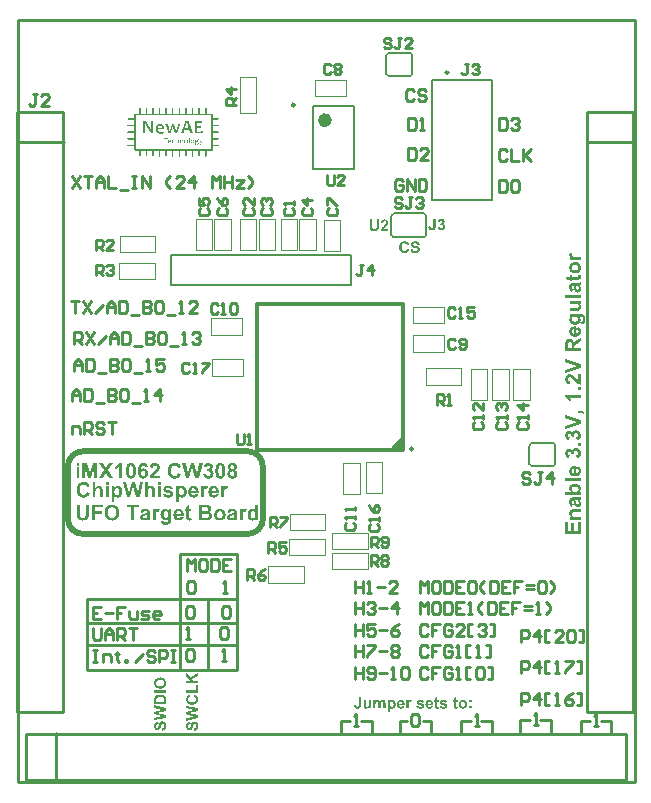
<source format=gto>
G04*
G04 #@! TF.GenerationSoftware,Altium Limited,Altium Designer,20.0.11 (256)*
G04*
G04 Layer_Color=65535*
%FSLAX25Y25*%
%MOIN*%
G70*
G01*
G75*
%ADD10C,0.00787*%
%ADD11C,0.02000*%
%ADD12C,0.00984*%
%ADD13C,0.02362*%
%ADD14C,0.01000*%
%ADD15C,0.00394*%
%ADD16C,0.01181*%
G36*
X382624Y371392D02*
Y371349D01*
X382712D01*
Y371304D01*
X382756D01*
Y371260D01*
Y371216D01*
Y371172D01*
X382800D01*
Y371128D01*
Y371084D01*
Y371040D01*
Y370996D01*
Y370952D01*
Y370908D01*
Y370864D01*
Y370820D01*
Y370776D01*
Y370732D01*
Y370688D01*
Y370644D01*
Y370600D01*
Y370556D01*
Y370512D01*
Y370468D01*
Y370424D01*
Y370380D01*
Y370336D01*
Y370292D01*
Y370248D01*
Y370204D01*
Y370160D01*
Y370116D01*
Y370072D01*
Y370028D01*
Y369984D01*
Y369940D01*
Y369896D01*
Y369852D01*
Y369808D01*
Y369764D01*
Y369720D01*
Y369676D01*
Y369632D01*
Y369587D01*
Y369544D01*
Y369499D01*
Y369456D01*
Y369411D01*
Y369367D01*
Y369323D01*
X384869D01*
Y369279D01*
X384913D01*
Y369235D01*
Y369191D01*
Y369147D01*
Y369103D01*
Y369059D01*
Y369015D01*
Y368971D01*
Y368927D01*
Y368883D01*
Y368839D01*
Y368795D01*
Y368751D01*
Y368707D01*
Y368663D01*
Y368619D01*
Y368575D01*
Y368531D01*
Y368487D01*
Y368443D01*
Y368399D01*
Y368355D01*
Y368311D01*
Y368267D01*
Y368223D01*
Y368179D01*
Y368135D01*
Y368091D01*
Y368047D01*
Y368003D01*
Y367959D01*
Y367915D01*
X386630D01*
Y367871D01*
X386762D01*
Y367827D01*
X386806D01*
Y367783D01*
Y367739D01*
Y367694D01*
X386894D01*
Y367651D01*
Y367606D01*
Y367562D01*
X386806D01*
Y367518D01*
X386762D01*
Y367474D01*
X386718D01*
Y367430D01*
Y367386D01*
X384913D01*
Y367342D01*
Y367298D01*
Y367254D01*
Y367210D01*
Y367166D01*
Y367122D01*
Y367078D01*
Y367034D01*
Y366990D01*
Y366946D01*
Y366902D01*
Y366858D01*
Y366814D01*
Y366770D01*
Y366726D01*
Y366682D01*
Y366638D01*
Y366594D01*
Y366550D01*
Y366506D01*
Y366462D01*
Y366418D01*
Y366374D01*
Y366330D01*
Y366286D01*
Y366242D01*
Y366198D01*
Y366154D01*
Y366110D01*
Y366066D01*
Y366022D01*
Y365978D01*
Y365934D01*
Y365890D01*
Y365845D01*
Y365802D01*
Y365757D01*
Y365714D01*
X386718D01*
Y365669D01*
Y365625D01*
X386762D01*
Y365581D01*
X386806D01*
Y365537D01*
X386894D01*
Y365493D01*
Y365449D01*
Y365405D01*
X386806D01*
Y365361D01*
Y365317D01*
Y365273D01*
X386762D01*
Y365229D01*
X386674D01*
Y365185D01*
X384913D01*
Y365141D01*
Y365097D01*
Y365053D01*
Y365009D01*
Y364965D01*
Y364921D01*
Y364877D01*
Y364833D01*
Y364789D01*
Y364745D01*
Y364701D01*
Y364657D01*
Y364613D01*
Y364569D01*
Y364525D01*
Y364481D01*
Y364437D01*
Y364393D01*
Y364349D01*
Y364305D01*
Y364261D01*
Y364217D01*
Y364173D01*
Y364129D01*
Y364085D01*
Y364041D01*
Y363997D01*
Y363952D01*
Y363909D01*
Y363864D01*
Y363821D01*
Y363776D01*
Y363732D01*
Y363688D01*
Y363644D01*
Y363600D01*
Y363556D01*
Y363512D01*
Y363468D01*
X386718D01*
Y363424D01*
X386806D01*
Y363380D01*
Y363336D01*
X386894D01*
Y363292D01*
Y363248D01*
Y363204D01*
Y363160D01*
X386806D01*
Y363116D01*
Y363072D01*
X386762D01*
Y363028D01*
X384913D01*
Y362984D01*
Y362940D01*
Y362896D01*
Y362852D01*
Y362808D01*
Y362764D01*
Y362720D01*
Y362676D01*
Y362632D01*
Y362588D01*
Y362544D01*
Y362500D01*
Y362456D01*
Y362412D01*
Y362368D01*
Y362324D01*
Y362280D01*
Y362236D01*
Y362192D01*
Y362148D01*
Y362104D01*
Y362059D01*
Y362016D01*
Y361971D01*
Y361928D01*
Y361883D01*
Y361839D01*
Y361795D01*
Y361751D01*
Y361707D01*
Y361663D01*
Y361619D01*
Y361575D01*
Y361531D01*
Y361487D01*
Y361443D01*
Y361399D01*
Y361355D01*
Y361311D01*
X386630D01*
Y361267D01*
X386762D01*
Y361223D01*
X386806D01*
Y361179D01*
Y361135D01*
Y361091D01*
X386894D01*
Y361047D01*
Y361003D01*
X386806D01*
Y360959D01*
Y360915D01*
X386762D01*
Y360871D01*
X386718D01*
Y360827D01*
Y360783D01*
X384913D01*
Y360739D01*
Y360695D01*
Y360651D01*
Y360607D01*
Y360563D01*
Y360519D01*
Y360475D01*
Y360431D01*
Y360387D01*
Y360343D01*
Y360299D01*
Y360255D01*
Y360211D01*
Y360167D01*
Y360122D01*
Y360079D01*
Y360034D01*
Y359990D01*
Y359946D01*
Y359902D01*
Y359858D01*
Y359814D01*
Y359770D01*
Y359726D01*
Y359682D01*
Y359638D01*
Y359594D01*
Y359550D01*
Y359506D01*
Y359462D01*
Y359418D01*
Y359374D01*
Y359330D01*
Y359286D01*
Y359242D01*
Y359198D01*
Y359154D01*
Y359110D01*
X386718D01*
Y359066D01*
Y359022D01*
X386762D01*
Y358978D01*
X386806D01*
Y358934D01*
Y358890D01*
X386894D01*
Y358846D01*
Y358802D01*
X386806D01*
Y358758D01*
Y358714D01*
Y358670D01*
X386762D01*
Y358626D01*
X386674D01*
Y358582D01*
X384913D01*
Y358538D01*
Y358494D01*
Y358450D01*
Y358406D01*
Y358362D01*
Y358317D01*
Y358274D01*
Y358229D01*
Y358186D01*
Y358141D01*
Y358097D01*
Y358053D01*
Y358009D01*
Y357965D01*
Y357921D01*
Y357877D01*
Y357833D01*
Y357789D01*
Y357745D01*
Y357701D01*
Y357657D01*
Y357613D01*
Y357569D01*
Y357525D01*
Y357481D01*
Y357437D01*
Y357393D01*
Y357349D01*
Y357305D01*
Y357261D01*
Y357217D01*
Y357173D01*
X384869D01*
Y357129D01*
Y357085D01*
X382800D01*
Y357041D01*
Y356997D01*
Y356953D01*
Y356909D01*
Y356865D01*
Y356821D01*
Y356777D01*
Y356733D01*
Y356689D01*
Y356645D01*
Y356601D01*
Y356557D01*
Y356513D01*
Y356469D01*
Y356424D01*
Y356381D01*
Y356336D01*
Y356293D01*
Y356248D01*
Y356204D01*
Y356160D01*
Y356116D01*
Y356072D01*
Y356028D01*
Y355984D01*
Y355940D01*
Y355896D01*
Y355852D01*
Y355808D01*
Y355764D01*
Y355720D01*
Y355676D01*
Y355632D01*
Y355588D01*
Y355544D01*
Y355500D01*
Y355456D01*
Y355412D01*
Y355368D01*
Y355324D01*
X382756D01*
Y355280D01*
Y355236D01*
Y355192D01*
X382712D01*
Y355148D01*
X382580D01*
Y355104D01*
Y355060D01*
X382448D01*
Y355104D01*
Y355148D01*
X382360D01*
Y355192D01*
X382316D01*
Y355236D01*
X382272D01*
Y355280D01*
Y355324D01*
Y355368D01*
Y355412D01*
Y355456D01*
Y355500D01*
Y355544D01*
Y355588D01*
Y355632D01*
Y355676D01*
Y355720D01*
Y355764D01*
Y355808D01*
Y355852D01*
Y355896D01*
Y355940D01*
Y355984D01*
Y356028D01*
Y356072D01*
Y356116D01*
Y356160D01*
Y356204D01*
Y356248D01*
Y356293D01*
Y356336D01*
Y356381D01*
Y356424D01*
Y356469D01*
Y356513D01*
Y356557D01*
Y356601D01*
Y356645D01*
Y356689D01*
Y356733D01*
Y356777D01*
Y356821D01*
Y356865D01*
Y356909D01*
Y356953D01*
Y356997D01*
Y357041D01*
Y357085D01*
X380599D01*
Y357041D01*
Y356997D01*
Y356953D01*
Y356909D01*
Y356865D01*
Y356821D01*
Y356777D01*
Y356733D01*
Y356689D01*
Y356645D01*
Y356601D01*
Y356557D01*
Y356513D01*
Y356469D01*
Y356424D01*
Y356381D01*
Y356336D01*
Y356293D01*
Y356248D01*
Y356204D01*
Y356160D01*
Y356116D01*
Y356072D01*
Y356028D01*
Y355984D01*
Y355940D01*
Y355896D01*
Y355852D01*
Y355808D01*
Y355764D01*
Y355720D01*
Y355676D01*
Y355632D01*
Y355588D01*
Y355544D01*
Y355500D01*
Y355456D01*
Y355412D01*
Y355368D01*
Y355324D01*
Y355280D01*
Y355236D01*
X380555D01*
Y355192D01*
X380467D01*
Y355148D01*
X380423D01*
Y355104D01*
Y355060D01*
X380291D01*
Y355104D01*
Y355148D01*
X380159D01*
Y355192D01*
X380115D01*
Y355236D01*
Y355280D01*
Y355324D01*
Y355368D01*
Y355412D01*
Y355456D01*
Y355500D01*
Y355544D01*
Y355588D01*
Y355632D01*
Y355676D01*
Y355720D01*
Y355764D01*
Y355808D01*
Y355852D01*
Y355896D01*
Y355940D01*
Y355984D01*
Y356028D01*
Y356072D01*
Y356116D01*
Y356160D01*
Y356204D01*
Y356248D01*
Y356293D01*
Y356336D01*
Y356381D01*
Y356424D01*
Y356469D01*
Y356513D01*
Y356557D01*
Y356601D01*
Y356645D01*
Y356689D01*
Y356733D01*
Y356777D01*
Y356821D01*
Y356865D01*
Y356909D01*
Y356953D01*
Y356997D01*
Y357041D01*
Y357085D01*
X378354D01*
Y357041D01*
Y356997D01*
Y356953D01*
Y356909D01*
Y356865D01*
Y356821D01*
Y356777D01*
Y356733D01*
Y356689D01*
Y356645D01*
Y356601D01*
Y356557D01*
Y356513D01*
Y356469D01*
Y356424D01*
Y356381D01*
Y356336D01*
Y356293D01*
Y356248D01*
Y356204D01*
Y356160D01*
Y356116D01*
Y356072D01*
Y356028D01*
Y355984D01*
Y355940D01*
Y355896D01*
Y355852D01*
Y355808D01*
Y355764D01*
Y355720D01*
Y355676D01*
Y355632D01*
Y355588D01*
Y355544D01*
Y355500D01*
Y355456D01*
Y355412D01*
Y355368D01*
Y355324D01*
Y355280D01*
Y355236D01*
Y355192D01*
X378310D01*
Y355148D01*
X378222D01*
Y355104D01*
Y355060D01*
X378046D01*
Y355104D01*
Y355148D01*
X377957D01*
Y355192D01*
Y355236D01*
X377913D01*
Y355280D01*
Y355324D01*
Y355368D01*
Y355412D01*
Y355456D01*
Y355500D01*
Y355544D01*
Y355588D01*
Y355632D01*
Y355676D01*
Y355720D01*
Y355764D01*
Y355808D01*
Y355852D01*
Y355896D01*
Y355940D01*
Y355984D01*
Y356028D01*
Y356072D01*
Y356116D01*
Y356160D01*
Y356204D01*
Y356248D01*
Y356293D01*
Y356336D01*
Y356381D01*
Y356424D01*
Y356469D01*
Y356513D01*
Y356557D01*
Y356601D01*
Y356645D01*
Y356689D01*
Y356733D01*
Y356777D01*
Y356821D01*
Y356865D01*
Y356909D01*
Y356953D01*
Y356997D01*
Y357041D01*
Y357085D01*
X376197D01*
Y357041D01*
Y356997D01*
Y356953D01*
Y356909D01*
Y356865D01*
Y356821D01*
Y356777D01*
Y356733D01*
Y356689D01*
Y356645D01*
Y356601D01*
Y356557D01*
Y356513D01*
Y356469D01*
Y356424D01*
Y356381D01*
Y356336D01*
Y356293D01*
Y356248D01*
Y356204D01*
Y356160D01*
Y356116D01*
Y356072D01*
Y356028D01*
Y355984D01*
Y355940D01*
Y355896D01*
Y355852D01*
Y355808D01*
Y355764D01*
Y355720D01*
Y355676D01*
Y355632D01*
Y355588D01*
Y355544D01*
Y355500D01*
Y355456D01*
Y355412D01*
Y355368D01*
Y355324D01*
X376152D01*
Y355280D01*
Y355236D01*
Y355192D01*
X376108D01*
Y355148D01*
X375976D01*
Y355104D01*
Y355060D01*
X375888D01*
Y355104D01*
Y355148D01*
X375756D01*
Y355192D01*
X375712D01*
Y355236D01*
X375668D01*
Y355280D01*
Y355324D01*
Y355368D01*
Y355412D01*
Y355456D01*
Y355500D01*
Y355544D01*
Y355588D01*
Y355632D01*
Y355676D01*
Y355720D01*
Y355764D01*
Y355808D01*
Y355852D01*
Y355896D01*
Y355940D01*
Y355984D01*
Y356028D01*
Y356072D01*
Y356116D01*
Y356160D01*
Y356204D01*
Y356248D01*
Y356293D01*
Y356336D01*
Y356381D01*
Y356424D01*
Y356469D01*
Y356513D01*
Y356557D01*
Y356601D01*
Y356645D01*
Y356689D01*
Y356733D01*
Y356777D01*
Y356821D01*
Y356865D01*
Y356909D01*
Y356953D01*
Y356997D01*
Y357041D01*
Y357085D01*
X373995D01*
Y357041D01*
Y356997D01*
Y356953D01*
Y356909D01*
Y356865D01*
Y356821D01*
Y356777D01*
Y356733D01*
Y356689D01*
Y356645D01*
Y356601D01*
Y356557D01*
Y356513D01*
Y356469D01*
Y356424D01*
Y356381D01*
Y356336D01*
Y356293D01*
Y356248D01*
Y356204D01*
Y356160D01*
Y356116D01*
Y356072D01*
Y356028D01*
Y355984D01*
Y355940D01*
Y355896D01*
Y355852D01*
Y355808D01*
Y355764D01*
Y355720D01*
Y355676D01*
Y355632D01*
Y355588D01*
Y355544D01*
Y355500D01*
Y355456D01*
Y355412D01*
Y355368D01*
Y355324D01*
Y355280D01*
Y355236D01*
X373907D01*
Y355192D01*
X373951D01*
Y355148D01*
X373819D01*
Y355104D01*
Y355060D01*
X373687D01*
Y355104D01*
Y355148D01*
X373555D01*
Y355192D01*
X373511D01*
Y355236D01*
Y355280D01*
Y355324D01*
Y355368D01*
Y355412D01*
Y355456D01*
Y355500D01*
Y355544D01*
Y355588D01*
Y355632D01*
Y355676D01*
Y355720D01*
Y355764D01*
Y355808D01*
Y355852D01*
Y355896D01*
Y355940D01*
Y355984D01*
Y356028D01*
Y356072D01*
Y356116D01*
Y356160D01*
Y356204D01*
Y356248D01*
Y356293D01*
Y356336D01*
Y356381D01*
Y356424D01*
Y356469D01*
Y356513D01*
Y356557D01*
Y356601D01*
Y356645D01*
Y356689D01*
Y356733D01*
Y356777D01*
Y356821D01*
Y356865D01*
Y356909D01*
Y356953D01*
Y356997D01*
Y357041D01*
Y357085D01*
X371750D01*
Y357041D01*
Y356997D01*
Y356953D01*
Y356909D01*
Y356865D01*
Y356821D01*
Y356777D01*
Y356733D01*
Y356689D01*
Y356645D01*
Y356601D01*
Y356557D01*
Y356513D01*
Y356469D01*
Y356424D01*
Y356381D01*
Y356336D01*
Y356293D01*
Y356248D01*
Y356204D01*
Y356160D01*
Y356116D01*
Y356072D01*
Y356028D01*
Y355984D01*
Y355940D01*
Y355896D01*
Y355852D01*
Y355808D01*
Y355764D01*
Y355720D01*
Y355676D01*
Y355632D01*
Y355588D01*
Y355544D01*
Y355500D01*
Y355456D01*
Y355412D01*
Y355368D01*
Y355324D01*
Y355280D01*
Y355236D01*
Y355192D01*
X371706D01*
Y355148D01*
X371618D01*
Y355104D01*
Y355060D01*
X371442D01*
Y355104D01*
Y355148D01*
X371354D01*
Y355192D01*
Y355236D01*
X371310D01*
Y355280D01*
Y355324D01*
Y355368D01*
Y355412D01*
Y355456D01*
Y355500D01*
Y355544D01*
Y355588D01*
Y355632D01*
Y355676D01*
Y355720D01*
Y355764D01*
Y355808D01*
Y355852D01*
Y355896D01*
Y355940D01*
Y355984D01*
Y356028D01*
Y356072D01*
Y356116D01*
Y356160D01*
Y356204D01*
Y356248D01*
Y356293D01*
Y356336D01*
Y356381D01*
Y356424D01*
Y356469D01*
Y356513D01*
Y356557D01*
Y356601D01*
Y356645D01*
Y356689D01*
Y356733D01*
Y356777D01*
Y356821D01*
Y356865D01*
Y356909D01*
Y356953D01*
Y356997D01*
Y357041D01*
Y357085D01*
X369593D01*
Y357041D01*
Y356997D01*
Y356953D01*
Y356909D01*
Y356865D01*
Y356821D01*
Y356777D01*
Y356733D01*
Y356689D01*
Y356645D01*
Y356601D01*
Y356557D01*
Y356513D01*
Y356469D01*
Y356424D01*
Y356381D01*
Y356336D01*
Y356293D01*
Y356248D01*
Y356204D01*
Y356160D01*
Y356116D01*
Y356072D01*
Y356028D01*
Y355984D01*
Y355940D01*
Y355896D01*
Y355852D01*
Y355808D01*
Y355764D01*
Y355720D01*
Y355676D01*
Y355632D01*
Y355588D01*
Y355544D01*
Y355500D01*
Y355456D01*
Y355412D01*
Y355368D01*
Y355324D01*
X369549D01*
Y355280D01*
Y355236D01*
Y355192D01*
X369505D01*
Y355148D01*
X369373D01*
Y355104D01*
Y355060D01*
X369285D01*
Y355104D01*
Y355148D01*
X369153D01*
Y355192D01*
X369109D01*
Y355236D01*
X369065D01*
Y355280D01*
Y355324D01*
Y355368D01*
Y355412D01*
Y355456D01*
Y355500D01*
Y355544D01*
Y355588D01*
Y355632D01*
Y355676D01*
Y355720D01*
Y355764D01*
Y355808D01*
Y355852D01*
Y355896D01*
Y355940D01*
Y355984D01*
Y356028D01*
Y356072D01*
Y356116D01*
Y356160D01*
Y356204D01*
Y356248D01*
Y356293D01*
Y356336D01*
Y356381D01*
Y356424D01*
Y356469D01*
Y356513D01*
Y356557D01*
Y356601D01*
Y356645D01*
Y356689D01*
Y356733D01*
Y356777D01*
Y356821D01*
Y356865D01*
Y356909D01*
Y356953D01*
Y356997D01*
Y357041D01*
Y357085D01*
X367392D01*
Y357041D01*
Y356997D01*
Y356953D01*
Y356909D01*
Y356865D01*
Y356821D01*
Y356777D01*
Y356733D01*
Y356689D01*
Y356645D01*
Y356601D01*
Y356557D01*
Y356513D01*
Y356469D01*
Y356424D01*
Y356381D01*
Y356336D01*
Y356293D01*
Y356248D01*
Y356204D01*
Y356160D01*
Y356116D01*
Y356072D01*
Y356028D01*
Y355984D01*
Y355940D01*
Y355896D01*
Y355852D01*
Y355808D01*
Y355764D01*
Y355720D01*
Y355676D01*
Y355632D01*
Y355588D01*
Y355544D01*
Y355500D01*
Y355456D01*
Y355412D01*
Y355368D01*
Y355324D01*
Y355280D01*
Y355236D01*
X367348D01*
Y355192D01*
Y355148D01*
X367216D01*
Y355104D01*
Y355060D01*
X367084D01*
Y355104D01*
Y355148D01*
X366952D01*
Y355192D01*
X366908D01*
Y355236D01*
Y355280D01*
Y355324D01*
Y355368D01*
Y355412D01*
Y355456D01*
Y355500D01*
Y355544D01*
Y355588D01*
Y355632D01*
Y355676D01*
Y355720D01*
Y355764D01*
Y355808D01*
Y355852D01*
Y355896D01*
Y355940D01*
Y355984D01*
Y356028D01*
Y356072D01*
Y356116D01*
Y356160D01*
Y356204D01*
Y356248D01*
Y356293D01*
Y356336D01*
Y356381D01*
Y356424D01*
Y356469D01*
Y356513D01*
Y356557D01*
Y356601D01*
Y356645D01*
Y356689D01*
Y356733D01*
Y356777D01*
Y356821D01*
Y356865D01*
Y356909D01*
Y356953D01*
Y356997D01*
Y357041D01*
Y357085D01*
X365147D01*
Y357041D01*
Y356997D01*
Y356953D01*
Y356909D01*
Y356865D01*
Y356821D01*
Y356777D01*
Y356733D01*
Y356689D01*
Y356645D01*
Y356601D01*
Y356557D01*
Y356513D01*
Y356469D01*
Y356424D01*
Y356381D01*
Y356336D01*
Y356293D01*
Y356248D01*
Y356204D01*
Y356160D01*
Y356116D01*
Y356072D01*
Y356028D01*
Y355984D01*
Y355940D01*
Y355896D01*
Y355852D01*
Y355808D01*
Y355764D01*
Y355720D01*
Y355676D01*
Y355632D01*
Y355588D01*
Y355544D01*
Y355500D01*
Y355456D01*
Y355412D01*
Y355368D01*
Y355324D01*
Y355280D01*
Y355236D01*
Y355192D01*
X365103D01*
Y355148D01*
X365015D01*
Y355104D01*
Y355060D01*
X364839D01*
Y355104D01*
Y355148D01*
X364750D01*
Y355192D01*
Y355236D01*
X364706D01*
Y355280D01*
Y355324D01*
Y355368D01*
Y355412D01*
Y355456D01*
Y355500D01*
Y355544D01*
Y355588D01*
Y355632D01*
Y355676D01*
Y355720D01*
Y355764D01*
Y355808D01*
Y355852D01*
Y355896D01*
Y355940D01*
Y355984D01*
Y356028D01*
Y356072D01*
Y356116D01*
Y356160D01*
Y356204D01*
Y356248D01*
Y356293D01*
Y356336D01*
Y356381D01*
Y356424D01*
Y356469D01*
Y356513D01*
Y356557D01*
Y356601D01*
Y356645D01*
Y356689D01*
Y356733D01*
Y356777D01*
Y356821D01*
Y356865D01*
Y356909D01*
Y356953D01*
Y356997D01*
Y357041D01*
Y357085D01*
X362989D01*
Y357041D01*
Y356997D01*
Y356953D01*
Y356909D01*
Y356865D01*
Y356821D01*
Y356777D01*
Y356733D01*
Y356689D01*
Y356645D01*
Y356601D01*
Y356557D01*
Y356513D01*
Y356469D01*
Y356424D01*
Y356381D01*
Y356336D01*
Y356293D01*
Y356248D01*
Y356204D01*
Y356160D01*
Y356116D01*
Y356072D01*
Y356028D01*
Y355984D01*
Y355940D01*
Y355896D01*
Y355852D01*
Y355808D01*
Y355764D01*
Y355720D01*
Y355676D01*
Y355632D01*
Y355588D01*
Y355544D01*
Y355500D01*
Y355456D01*
Y355412D01*
Y355368D01*
Y355324D01*
X362945D01*
Y355280D01*
Y355236D01*
Y355192D01*
X362901D01*
Y355148D01*
X362769D01*
Y355104D01*
Y355060D01*
X362681D01*
Y355104D01*
Y355148D01*
X362593D01*
Y355192D01*
X362505D01*
Y355236D01*
X362461D01*
Y355280D01*
Y355324D01*
Y355368D01*
Y355412D01*
Y355456D01*
Y355500D01*
Y355544D01*
Y355588D01*
Y355632D01*
Y355676D01*
Y355720D01*
Y355764D01*
Y355808D01*
Y355852D01*
Y355896D01*
Y355940D01*
Y355984D01*
Y356028D01*
Y356072D01*
Y356116D01*
Y356160D01*
Y356204D01*
Y356248D01*
Y356293D01*
Y356336D01*
Y356381D01*
Y356424D01*
Y356469D01*
Y356513D01*
Y356557D01*
Y356601D01*
Y356645D01*
Y356689D01*
Y356733D01*
Y356777D01*
Y356821D01*
Y356865D01*
Y356909D01*
Y356953D01*
Y356997D01*
Y357041D01*
Y357085D01*
X360788D01*
Y357041D01*
Y356997D01*
Y356953D01*
Y356909D01*
Y356865D01*
Y356821D01*
Y356777D01*
Y356733D01*
Y356689D01*
Y356645D01*
Y356601D01*
Y356557D01*
Y356513D01*
Y356469D01*
Y356424D01*
Y356381D01*
Y356336D01*
Y356293D01*
Y356248D01*
Y356204D01*
Y356160D01*
Y356116D01*
Y356072D01*
Y356028D01*
Y355984D01*
Y355940D01*
Y355896D01*
Y355852D01*
Y355808D01*
Y355764D01*
Y355720D01*
Y355676D01*
Y355632D01*
Y355588D01*
Y355544D01*
Y355500D01*
Y355456D01*
Y355412D01*
Y355368D01*
Y355324D01*
Y355280D01*
Y355236D01*
X360744D01*
Y355192D01*
Y355148D01*
X360612D01*
Y355104D01*
Y355060D01*
X360480D01*
Y355104D01*
Y355148D01*
X360348D01*
Y355192D01*
X360304D01*
Y355236D01*
Y355280D01*
Y355324D01*
Y355368D01*
Y355412D01*
Y355456D01*
Y355500D01*
Y355544D01*
Y355588D01*
Y355632D01*
Y355676D01*
Y355720D01*
Y355764D01*
Y355808D01*
Y355852D01*
Y355896D01*
Y355940D01*
Y355984D01*
Y356028D01*
Y356072D01*
Y356116D01*
Y356160D01*
Y356204D01*
Y356248D01*
Y356293D01*
Y356336D01*
Y356381D01*
Y356424D01*
Y356469D01*
Y356513D01*
Y356557D01*
Y356601D01*
Y356645D01*
Y356689D01*
Y356733D01*
Y356777D01*
Y356821D01*
Y356865D01*
Y356909D01*
Y356953D01*
Y356997D01*
Y357041D01*
Y357085D01*
X358851D01*
Y357129D01*
X358807D01*
Y357173D01*
X358763D01*
Y357217D01*
X358807D01*
Y357261D01*
X358719D01*
Y357305D01*
Y357349D01*
Y357393D01*
Y357437D01*
Y357481D01*
Y357525D01*
Y357569D01*
Y357613D01*
Y357657D01*
Y357701D01*
Y357745D01*
Y357789D01*
Y357833D01*
Y357877D01*
Y357921D01*
Y357965D01*
Y358009D01*
Y358053D01*
Y358097D01*
Y358141D01*
Y358186D01*
Y358229D01*
Y358274D01*
Y358317D01*
Y358362D01*
Y358406D01*
Y358450D01*
Y358494D01*
Y358538D01*
Y358582D01*
Y358626D01*
X356562D01*
Y358670D01*
X356518D01*
Y358714D01*
X356474D01*
Y358758D01*
X356430D01*
Y358802D01*
Y358846D01*
Y358890D01*
Y358934D01*
X356518D01*
Y358978D01*
Y359022D01*
X356606D01*
Y359066D01*
Y359110D01*
X358719D01*
Y359154D01*
Y359198D01*
Y359242D01*
Y359286D01*
Y359330D01*
Y359374D01*
Y359418D01*
Y359462D01*
Y359506D01*
Y359550D01*
Y359594D01*
Y359638D01*
Y359682D01*
Y359726D01*
Y359770D01*
Y359814D01*
Y359858D01*
Y359902D01*
Y359946D01*
Y359990D01*
Y360034D01*
Y360079D01*
Y360122D01*
Y360167D01*
Y360211D01*
Y360255D01*
Y360299D01*
Y360343D01*
Y360387D01*
Y360431D01*
Y360475D01*
Y360519D01*
Y360563D01*
Y360607D01*
Y360651D01*
Y360695D01*
Y360739D01*
Y360783D01*
X356606D01*
Y360827D01*
Y360871D01*
X356562D01*
Y360915D01*
X356518D01*
Y360959D01*
X356430D01*
Y361003D01*
Y361047D01*
Y361091D01*
Y361135D01*
X356474D01*
Y361179D01*
X356518D01*
Y361223D01*
X356562D01*
Y361267D01*
X356650D01*
Y361311D01*
X358719D01*
Y361355D01*
Y361399D01*
Y361443D01*
Y361487D01*
Y361531D01*
Y361575D01*
Y361619D01*
Y361663D01*
Y361707D01*
Y361751D01*
Y361795D01*
Y361839D01*
Y361883D01*
Y361928D01*
Y361971D01*
Y362016D01*
Y362059D01*
Y362104D01*
Y362148D01*
Y362192D01*
Y362236D01*
Y362280D01*
Y362324D01*
Y362368D01*
Y362412D01*
Y362456D01*
Y362500D01*
Y362544D01*
Y362588D01*
Y362632D01*
Y362676D01*
Y362720D01*
Y362764D01*
Y362808D01*
Y362852D01*
Y362896D01*
Y362940D01*
Y362984D01*
Y363028D01*
X356562D01*
Y363072D01*
X356518D01*
Y363116D01*
X356430D01*
Y363160D01*
Y363204D01*
Y363248D01*
Y363292D01*
Y363336D01*
Y363380D01*
X356518D01*
Y363424D01*
X356562D01*
Y363468D01*
X358719D01*
Y363512D01*
Y363556D01*
Y363600D01*
Y363644D01*
Y363688D01*
Y363732D01*
Y363776D01*
Y363821D01*
Y363864D01*
Y363909D01*
Y363952D01*
Y363997D01*
Y364041D01*
Y364085D01*
Y364129D01*
Y364173D01*
Y364217D01*
Y364261D01*
Y364305D01*
Y364349D01*
Y364393D01*
Y364437D01*
Y364481D01*
Y364525D01*
Y364569D01*
Y364613D01*
Y364657D01*
Y364701D01*
Y364745D01*
Y364789D01*
Y364833D01*
Y364877D01*
Y364921D01*
Y364965D01*
Y365009D01*
Y365053D01*
Y365097D01*
Y365141D01*
Y365185D01*
Y365229D01*
X356562D01*
Y365273D01*
X356518D01*
Y365317D01*
X356474D01*
Y365361D01*
X356430D01*
Y365405D01*
Y365449D01*
Y365493D01*
Y365537D01*
X356518D01*
Y365581D01*
Y365625D01*
X356606D01*
Y365669D01*
Y365714D01*
X358719D01*
Y365757D01*
Y365802D01*
Y365845D01*
Y365890D01*
Y365934D01*
Y365978D01*
Y366022D01*
Y366066D01*
Y366110D01*
Y366154D01*
Y366198D01*
Y366242D01*
Y366286D01*
Y366330D01*
Y366374D01*
Y366418D01*
Y366462D01*
Y366506D01*
Y366550D01*
Y366594D01*
Y366638D01*
Y366682D01*
Y366726D01*
Y366770D01*
Y366814D01*
Y366858D01*
Y366902D01*
Y366946D01*
Y366990D01*
Y367034D01*
Y367078D01*
Y367122D01*
Y367166D01*
Y367210D01*
Y367254D01*
Y367298D01*
Y367342D01*
Y367386D01*
X356606D01*
Y367430D01*
Y367474D01*
X356562D01*
Y367518D01*
X356518D01*
Y367562D01*
X356430D01*
Y367606D01*
Y367651D01*
Y367694D01*
Y367739D01*
X356474D01*
Y367783D01*
X356518D01*
Y367827D01*
X356562D01*
Y367871D01*
X356606D01*
Y367915D01*
X358719D01*
Y367959D01*
Y368003D01*
Y368047D01*
Y368091D01*
Y368135D01*
Y368179D01*
Y368223D01*
Y368267D01*
Y368311D01*
Y368355D01*
Y368399D01*
Y368443D01*
Y368487D01*
Y368531D01*
Y368575D01*
Y368619D01*
Y368663D01*
Y368707D01*
Y368751D01*
Y368795D01*
Y368839D01*
Y368883D01*
Y368927D01*
Y368971D01*
Y369015D01*
Y369059D01*
Y369103D01*
Y369147D01*
Y369191D01*
X358807D01*
Y369235D01*
X358763D01*
Y369279D01*
X358807D01*
Y369323D01*
X360304D01*
Y369367D01*
Y369411D01*
Y369456D01*
Y369499D01*
Y369544D01*
Y369587D01*
Y369632D01*
Y369676D01*
Y369720D01*
Y369764D01*
Y369808D01*
Y369852D01*
Y369896D01*
Y369940D01*
Y369984D01*
Y370028D01*
Y370072D01*
Y370116D01*
Y370160D01*
Y370204D01*
Y370248D01*
Y370292D01*
Y370336D01*
Y370380D01*
Y370424D01*
Y370468D01*
Y370512D01*
Y370556D01*
Y370600D01*
Y370644D01*
Y370688D01*
Y370732D01*
Y370776D01*
Y370820D01*
Y370864D01*
Y370908D01*
Y370952D01*
Y370996D01*
Y371040D01*
Y371084D01*
Y371128D01*
Y371172D01*
Y371216D01*
Y371260D01*
Y371304D01*
X360348D01*
Y371349D01*
X360436D01*
Y371392D01*
Y371437D01*
X360612D01*
Y371392D01*
Y371349D01*
X360744D01*
Y371304D01*
Y371260D01*
X360788D01*
Y371216D01*
Y371172D01*
Y371128D01*
Y371084D01*
Y371040D01*
Y370996D01*
Y370952D01*
Y370908D01*
Y370864D01*
Y370820D01*
Y370776D01*
Y370732D01*
Y370688D01*
Y370644D01*
Y370600D01*
Y370556D01*
Y370512D01*
Y370468D01*
Y370424D01*
Y370380D01*
Y370336D01*
Y370292D01*
Y370248D01*
Y370204D01*
Y370160D01*
Y370116D01*
Y370072D01*
Y370028D01*
Y369984D01*
Y369940D01*
Y369896D01*
Y369852D01*
Y369808D01*
Y369764D01*
Y369720D01*
Y369676D01*
Y369632D01*
Y369587D01*
Y369544D01*
Y369499D01*
Y369456D01*
Y369411D01*
Y369367D01*
Y369323D01*
X362461D01*
Y369367D01*
Y369411D01*
Y369456D01*
Y369499D01*
Y369544D01*
Y369587D01*
Y369632D01*
Y369676D01*
Y369720D01*
Y369764D01*
Y369808D01*
Y369852D01*
Y369896D01*
Y369940D01*
Y369984D01*
Y370028D01*
Y370072D01*
Y370116D01*
Y370160D01*
Y370204D01*
Y370248D01*
Y370292D01*
Y370336D01*
Y370380D01*
Y370424D01*
Y370468D01*
Y370512D01*
Y370556D01*
Y370600D01*
Y370644D01*
Y370688D01*
Y370732D01*
Y370776D01*
Y370820D01*
Y370864D01*
Y370908D01*
Y370952D01*
Y370996D01*
Y371040D01*
Y371084D01*
Y371128D01*
Y371172D01*
Y371216D01*
Y371260D01*
X362505D01*
Y371304D01*
X362593D01*
Y371349D01*
X362637D01*
Y371392D01*
Y371437D01*
X362857D01*
Y371392D01*
Y371349D01*
X362901D01*
Y371304D01*
X362945D01*
Y371260D01*
Y371216D01*
Y371172D01*
X362989D01*
Y371128D01*
Y371084D01*
Y371040D01*
Y370996D01*
Y370952D01*
Y370908D01*
Y370864D01*
Y370820D01*
Y370776D01*
Y370732D01*
Y370688D01*
Y370644D01*
Y370600D01*
Y370556D01*
Y370512D01*
Y370468D01*
Y370424D01*
Y370380D01*
Y370336D01*
Y370292D01*
Y370248D01*
Y370204D01*
Y370160D01*
Y370116D01*
Y370072D01*
Y370028D01*
Y369984D01*
Y369940D01*
Y369896D01*
Y369852D01*
Y369808D01*
Y369764D01*
Y369720D01*
Y369676D01*
Y369632D01*
Y369587D01*
Y369544D01*
Y369499D01*
Y369456D01*
Y369411D01*
Y369367D01*
Y369323D01*
X364706D01*
Y369367D01*
Y369411D01*
Y369456D01*
Y369499D01*
Y369544D01*
Y369587D01*
Y369632D01*
Y369676D01*
Y369720D01*
Y369764D01*
Y369808D01*
Y369852D01*
Y369896D01*
Y369940D01*
Y369984D01*
Y370028D01*
Y370072D01*
Y370116D01*
Y370160D01*
Y370204D01*
Y370248D01*
Y370292D01*
Y370336D01*
Y370380D01*
Y370424D01*
Y370468D01*
Y370512D01*
Y370556D01*
Y370600D01*
Y370644D01*
Y370688D01*
Y370732D01*
Y370776D01*
Y370820D01*
Y370864D01*
Y370908D01*
Y370952D01*
Y370996D01*
Y371040D01*
Y371084D01*
Y371128D01*
Y371172D01*
Y371216D01*
Y371260D01*
Y371304D01*
X364750D01*
Y371349D01*
X364794D01*
Y371392D01*
Y371437D01*
X365059D01*
Y371392D01*
Y371349D01*
X365103D01*
Y371304D01*
X365147D01*
Y371260D01*
Y371216D01*
Y371172D01*
Y371128D01*
Y371084D01*
Y371040D01*
Y370996D01*
Y370952D01*
Y370908D01*
Y370864D01*
Y370820D01*
Y370776D01*
Y370732D01*
Y370688D01*
Y370644D01*
Y370600D01*
Y370556D01*
Y370512D01*
Y370468D01*
Y370424D01*
Y370380D01*
Y370336D01*
Y370292D01*
Y370248D01*
Y370204D01*
Y370160D01*
Y370116D01*
Y370072D01*
Y370028D01*
Y369984D01*
Y369940D01*
Y369896D01*
Y369852D01*
Y369808D01*
Y369764D01*
Y369720D01*
Y369676D01*
Y369632D01*
Y369587D01*
Y369544D01*
Y369499D01*
Y369456D01*
Y369411D01*
Y369367D01*
X365191D01*
Y369323D01*
X366908D01*
Y369367D01*
Y369411D01*
Y369456D01*
Y369499D01*
Y369544D01*
Y369587D01*
Y369632D01*
Y369676D01*
Y369720D01*
Y369764D01*
Y369808D01*
Y369852D01*
Y369896D01*
Y369940D01*
Y369984D01*
Y370028D01*
Y370072D01*
Y370116D01*
Y370160D01*
Y370204D01*
Y370248D01*
Y370292D01*
Y370336D01*
Y370380D01*
Y370424D01*
Y370468D01*
Y370512D01*
Y370556D01*
Y370600D01*
Y370644D01*
Y370688D01*
Y370732D01*
Y370776D01*
Y370820D01*
Y370864D01*
Y370908D01*
Y370952D01*
Y370996D01*
Y371040D01*
Y371084D01*
Y371128D01*
Y371172D01*
Y371216D01*
Y371260D01*
Y371304D01*
X366952D01*
Y371349D01*
X367040D01*
Y371392D01*
Y371437D01*
X367216D01*
Y371392D01*
Y371349D01*
X367348D01*
Y371304D01*
Y371260D01*
X367392D01*
Y371216D01*
Y371172D01*
Y371128D01*
Y371084D01*
Y371040D01*
Y370996D01*
Y370952D01*
Y370908D01*
Y370864D01*
Y370820D01*
Y370776D01*
Y370732D01*
Y370688D01*
Y370644D01*
Y370600D01*
Y370556D01*
Y370512D01*
Y370468D01*
Y370424D01*
Y370380D01*
Y370336D01*
Y370292D01*
Y370248D01*
Y370204D01*
Y370160D01*
Y370116D01*
Y370072D01*
Y370028D01*
Y369984D01*
Y369940D01*
Y369896D01*
Y369852D01*
Y369808D01*
Y369764D01*
Y369720D01*
Y369676D01*
Y369632D01*
Y369587D01*
Y369544D01*
Y369499D01*
Y369456D01*
Y369411D01*
Y369367D01*
Y369323D01*
X369065D01*
Y369367D01*
Y369411D01*
Y369456D01*
Y369499D01*
Y369544D01*
Y369587D01*
Y369632D01*
Y369676D01*
Y369720D01*
Y369764D01*
Y369808D01*
Y369852D01*
Y369896D01*
Y369940D01*
Y369984D01*
Y370028D01*
Y370072D01*
Y370116D01*
Y370160D01*
Y370204D01*
Y370248D01*
Y370292D01*
Y370336D01*
Y370380D01*
Y370424D01*
Y370468D01*
Y370512D01*
Y370556D01*
Y370600D01*
Y370644D01*
Y370688D01*
Y370732D01*
Y370776D01*
Y370820D01*
Y370864D01*
Y370908D01*
Y370952D01*
Y370996D01*
Y371040D01*
Y371084D01*
Y371128D01*
Y371172D01*
Y371216D01*
Y371260D01*
X369109D01*
Y371304D01*
X369153D01*
Y371349D01*
X369241D01*
Y371392D01*
Y371437D01*
X369417D01*
Y371392D01*
Y371349D01*
X369505D01*
Y371304D01*
X369549D01*
Y371260D01*
Y371216D01*
Y371172D01*
X369593D01*
Y371128D01*
Y371084D01*
Y371040D01*
Y370996D01*
Y370952D01*
Y370908D01*
Y370864D01*
Y370820D01*
Y370776D01*
Y370732D01*
Y370688D01*
Y370644D01*
Y370600D01*
Y370556D01*
Y370512D01*
Y370468D01*
Y370424D01*
Y370380D01*
Y370336D01*
Y370292D01*
Y370248D01*
Y370204D01*
Y370160D01*
Y370116D01*
Y370072D01*
Y370028D01*
Y369984D01*
Y369940D01*
Y369896D01*
Y369852D01*
Y369808D01*
Y369764D01*
Y369720D01*
Y369676D01*
Y369632D01*
Y369587D01*
Y369544D01*
Y369499D01*
Y369456D01*
Y369411D01*
Y369367D01*
Y369323D01*
X371310D01*
Y369367D01*
Y369411D01*
Y369456D01*
Y369499D01*
Y369544D01*
Y369587D01*
Y369632D01*
Y369676D01*
Y369720D01*
Y369764D01*
Y369808D01*
Y369852D01*
Y369896D01*
Y369940D01*
Y369984D01*
Y370028D01*
Y370072D01*
Y370116D01*
Y370160D01*
Y370204D01*
Y370248D01*
Y370292D01*
Y370336D01*
Y370380D01*
Y370424D01*
Y370468D01*
Y370512D01*
Y370556D01*
Y370600D01*
Y370644D01*
Y370688D01*
Y370732D01*
Y370776D01*
Y370820D01*
Y370864D01*
Y370908D01*
Y370952D01*
Y370996D01*
Y371040D01*
Y371084D01*
Y371128D01*
Y371172D01*
Y371216D01*
Y371260D01*
Y371304D01*
X371354D01*
Y371349D01*
X371442D01*
Y371392D01*
Y371437D01*
X371662D01*
Y371392D01*
Y371349D01*
X371706D01*
Y371304D01*
X371750D01*
Y371260D01*
Y371216D01*
Y371172D01*
Y371128D01*
Y371084D01*
Y371040D01*
Y370996D01*
Y370952D01*
Y370908D01*
Y370864D01*
Y370820D01*
Y370776D01*
Y370732D01*
Y370688D01*
Y370644D01*
Y370600D01*
Y370556D01*
Y370512D01*
Y370468D01*
Y370424D01*
Y370380D01*
Y370336D01*
Y370292D01*
Y370248D01*
Y370204D01*
Y370160D01*
Y370116D01*
Y370072D01*
Y370028D01*
Y369984D01*
Y369940D01*
Y369896D01*
Y369852D01*
Y369808D01*
Y369764D01*
Y369720D01*
Y369676D01*
Y369632D01*
Y369587D01*
Y369544D01*
Y369499D01*
Y369456D01*
Y369411D01*
Y369367D01*
Y369323D01*
X373511D01*
Y369367D01*
Y369411D01*
Y369456D01*
Y369499D01*
Y369544D01*
Y369587D01*
Y369632D01*
Y369676D01*
Y369720D01*
Y369764D01*
Y369808D01*
Y369852D01*
Y369896D01*
Y369940D01*
Y369984D01*
Y370028D01*
Y370072D01*
Y370116D01*
Y370160D01*
Y370204D01*
Y370248D01*
Y370292D01*
Y370336D01*
Y370380D01*
Y370424D01*
Y370468D01*
Y370512D01*
Y370556D01*
Y370600D01*
Y370644D01*
Y370688D01*
Y370732D01*
Y370776D01*
Y370820D01*
Y370864D01*
Y370908D01*
Y370952D01*
Y370996D01*
Y371040D01*
Y371084D01*
Y371128D01*
Y371172D01*
Y371216D01*
Y371260D01*
Y371304D01*
X373555D01*
Y371349D01*
X373643D01*
Y371392D01*
Y371437D01*
X373819D01*
Y371392D01*
Y371349D01*
X373951D01*
Y371304D01*
X373907D01*
Y371260D01*
X373995D01*
Y371216D01*
Y371172D01*
Y371128D01*
Y371084D01*
Y371040D01*
Y370996D01*
Y370952D01*
Y370908D01*
Y370864D01*
Y370820D01*
Y370776D01*
Y370732D01*
Y370688D01*
Y370644D01*
Y370600D01*
Y370556D01*
Y370512D01*
Y370468D01*
Y370424D01*
Y370380D01*
Y370336D01*
Y370292D01*
Y370248D01*
Y370204D01*
Y370160D01*
Y370116D01*
Y370072D01*
Y370028D01*
Y369984D01*
Y369940D01*
Y369896D01*
Y369852D01*
Y369808D01*
Y369764D01*
Y369720D01*
Y369676D01*
Y369632D01*
Y369587D01*
Y369544D01*
Y369499D01*
Y369456D01*
Y369411D01*
Y369367D01*
Y369323D01*
X375668D01*
Y369367D01*
Y369411D01*
Y369456D01*
Y369499D01*
Y369544D01*
Y369587D01*
Y369632D01*
Y369676D01*
Y369720D01*
Y369764D01*
Y369808D01*
Y369852D01*
Y369896D01*
Y369940D01*
Y369984D01*
Y370028D01*
Y370072D01*
Y370116D01*
Y370160D01*
Y370204D01*
Y370248D01*
Y370292D01*
Y370336D01*
Y370380D01*
Y370424D01*
Y370468D01*
Y370512D01*
Y370556D01*
Y370600D01*
Y370644D01*
Y370688D01*
Y370732D01*
Y370776D01*
Y370820D01*
Y370864D01*
Y370908D01*
Y370952D01*
Y370996D01*
Y371040D01*
Y371084D01*
Y371128D01*
Y371172D01*
Y371216D01*
Y371260D01*
X375712D01*
Y371304D01*
Y371349D01*
X375844D01*
Y371392D01*
Y371437D01*
X376020D01*
Y371392D01*
Y371349D01*
X376108D01*
Y371304D01*
X376152D01*
Y371260D01*
Y371216D01*
Y371172D01*
X376197D01*
Y371128D01*
Y371084D01*
Y371040D01*
Y370996D01*
Y370952D01*
Y370908D01*
Y370864D01*
Y370820D01*
Y370776D01*
Y370732D01*
Y370688D01*
Y370644D01*
Y370600D01*
Y370556D01*
Y370512D01*
Y370468D01*
Y370424D01*
Y370380D01*
Y370336D01*
Y370292D01*
Y370248D01*
Y370204D01*
Y370160D01*
Y370116D01*
Y370072D01*
Y370028D01*
Y369984D01*
Y369940D01*
Y369896D01*
Y369852D01*
Y369808D01*
Y369764D01*
Y369720D01*
Y369676D01*
Y369632D01*
Y369587D01*
Y369544D01*
Y369499D01*
Y369456D01*
Y369411D01*
Y369367D01*
Y369323D01*
X377869D01*
Y369367D01*
X377913D01*
Y369411D01*
Y369456D01*
Y369499D01*
Y369544D01*
Y369587D01*
Y369632D01*
Y369676D01*
Y369720D01*
Y369764D01*
Y369808D01*
Y369852D01*
Y369896D01*
Y369940D01*
Y369984D01*
Y370028D01*
Y370072D01*
Y370116D01*
Y370160D01*
Y370204D01*
Y370248D01*
Y370292D01*
Y370336D01*
Y370380D01*
Y370424D01*
Y370468D01*
Y370512D01*
Y370556D01*
Y370600D01*
Y370644D01*
Y370688D01*
Y370732D01*
Y370776D01*
Y370820D01*
Y370864D01*
Y370908D01*
Y370952D01*
Y370996D01*
Y371040D01*
Y371084D01*
Y371128D01*
Y371172D01*
Y371216D01*
Y371260D01*
Y371304D01*
X377957D01*
Y371349D01*
X378001D01*
Y371392D01*
Y371437D01*
X378222D01*
Y371392D01*
Y371349D01*
X378310D01*
Y371304D01*
X378354D01*
Y371260D01*
Y371216D01*
Y371172D01*
Y371128D01*
Y371084D01*
Y371040D01*
Y370996D01*
Y370952D01*
Y370908D01*
Y370864D01*
Y370820D01*
Y370776D01*
Y370732D01*
Y370688D01*
Y370644D01*
Y370600D01*
Y370556D01*
Y370512D01*
Y370468D01*
Y370424D01*
Y370380D01*
Y370336D01*
Y370292D01*
Y370248D01*
Y370204D01*
Y370160D01*
Y370116D01*
Y370072D01*
Y370028D01*
Y369984D01*
Y369940D01*
Y369896D01*
Y369852D01*
Y369808D01*
Y369764D01*
Y369720D01*
Y369676D01*
Y369632D01*
Y369587D01*
Y369544D01*
Y369499D01*
Y369456D01*
Y369411D01*
Y369367D01*
Y369323D01*
X380115D01*
Y369367D01*
Y369411D01*
Y369456D01*
Y369499D01*
Y369544D01*
Y369587D01*
Y369632D01*
Y369676D01*
Y369720D01*
Y369764D01*
Y369808D01*
Y369852D01*
Y369896D01*
Y369940D01*
Y369984D01*
Y370028D01*
Y370072D01*
Y370116D01*
Y370160D01*
Y370204D01*
Y370248D01*
Y370292D01*
Y370336D01*
Y370380D01*
Y370424D01*
Y370468D01*
Y370512D01*
Y370556D01*
Y370600D01*
Y370644D01*
Y370688D01*
Y370732D01*
Y370776D01*
Y370820D01*
Y370864D01*
Y370908D01*
Y370952D01*
Y370996D01*
Y371040D01*
Y371084D01*
Y371128D01*
Y371172D01*
Y371216D01*
Y371260D01*
Y371304D01*
X380159D01*
Y371349D01*
X380203D01*
Y371392D01*
Y371437D01*
X380423D01*
Y371392D01*
Y371349D01*
X380511D01*
Y371304D01*
Y371260D01*
X380599D01*
Y371216D01*
Y371172D01*
Y371128D01*
Y371084D01*
Y371040D01*
Y370996D01*
Y370952D01*
Y370908D01*
Y370864D01*
Y370820D01*
Y370776D01*
Y370732D01*
Y370688D01*
Y370644D01*
Y370600D01*
Y370556D01*
Y370512D01*
Y370468D01*
Y370424D01*
Y370380D01*
Y370336D01*
Y370292D01*
Y370248D01*
Y370204D01*
Y370160D01*
Y370116D01*
Y370072D01*
Y370028D01*
Y369984D01*
Y369940D01*
Y369896D01*
Y369852D01*
Y369808D01*
Y369764D01*
Y369720D01*
Y369676D01*
Y369632D01*
Y369587D01*
Y369544D01*
Y369499D01*
Y369456D01*
Y369411D01*
Y369367D01*
Y369323D01*
X382272D01*
Y369367D01*
Y369411D01*
Y369456D01*
Y369499D01*
Y369544D01*
Y369587D01*
Y369632D01*
Y369676D01*
Y369720D01*
Y369764D01*
Y369808D01*
Y369852D01*
Y369896D01*
Y369940D01*
Y369984D01*
Y370028D01*
Y370072D01*
Y370116D01*
Y370160D01*
Y370204D01*
Y370248D01*
Y370292D01*
Y370336D01*
Y370380D01*
Y370424D01*
Y370468D01*
Y370512D01*
Y370556D01*
Y370600D01*
Y370644D01*
Y370688D01*
Y370732D01*
Y370776D01*
Y370820D01*
Y370864D01*
Y370908D01*
Y370952D01*
Y370996D01*
Y371040D01*
Y371084D01*
Y371128D01*
Y371172D01*
Y371216D01*
Y371260D01*
X382316D01*
Y371304D01*
Y371349D01*
X382448D01*
Y371392D01*
Y371437D01*
X382624D01*
Y371392D01*
D02*
G37*
G36*
X448424Y257289D02*
X444487D01*
X448424Y261226D01*
Y257289D01*
D02*
G37*
G36*
X441601Y173971D02*
X441626D01*
X441657Y173968D01*
X441693Y173962D01*
X441729Y173957D01*
X441809Y173943D01*
X441898Y173921D01*
X441984Y173890D01*
X442025Y173871D01*
X442067Y173849D01*
X442069D01*
X442075Y173843D01*
X442086Y173835D01*
X442103Y173827D01*
X442119Y173813D01*
X442139Y173796D01*
X442161Y173777D01*
X442186Y173757D01*
X442211Y173732D01*
X442236Y173705D01*
X442263Y173674D01*
X442288Y173641D01*
X442313Y173608D01*
X442338Y173569D01*
X442382Y173483D01*
Y173480D01*
X442385Y173475D01*
X442391Y173464D01*
X442394Y173450D01*
X442402Y173430D01*
X442407Y173406D01*
X442413Y173378D01*
X442421Y173345D01*
X442430Y173306D01*
X442435Y173264D01*
X442444Y173217D01*
X442449Y173164D01*
X442452Y173109D01*
X442457Y173045D01*
X442460Y172979D01*
Y172907D01*
Y171134D01*
X441726D01*
Y172719D01*
Y172724D01*
Y172738D01*
Y172757D01*
Y172785D01*
X441723Y172818D01*
Y172854D01*
X441720Y172896D01*
X441718Y172940D01*
X441707Y173032D01*
X441693Y173117D01*
X441684Y173159D01*
X441673Y173195D01*
X441662Y173228D01*
X441648Y173253D01*
Y173256D01*
X441643Y173259D01*
X441637Y173267D01*
X441629Y173278D01*
X441604Y173303D01*
X441571Y173334D01*
X441527Y173361D01*
X441474Y173386D01*
X441443Y173397D01*
X441410Y173406D01*
X441374Y173408D01*
X441335Y173411D01*
X441311D01*
X441280Y173406D01*
X441241Y173400D01*
X441197Y173389D01*
X441147Y173372D01*
X441097Y173347D01*
X441045Y173317D01*
X441042D01*
X441039Y173311D01*
X441022Y173300D01*
X440998Y173278D01*
X440970Y173248D01*
X440937Y173209D01*
X440903Y173162D01*
X440873Y173104D01*
X440848Y173040D01*
Y173037D01*
X440845Y173032D01*
X440842Y173021D01*
X440840Y173007D01*
X440834Y172985D01*
X440829Y172962D01*
X440823Y172932D01*
X440820Y172899D01*
X440815Y172863D01*
X440809Y172818D01*
X440804Y172774D01*
X440798Y172721D01*
X440795Y172663D01*
X440793Y172602D01*
X440790Y172538D01*
Y172467D01*
Y171134D01*
X440056D01*
Y172655D01*
Y172660D01*
Y172671D01*
Y172694D01*
Y172721D01*
Y172752D01*
X440053Y172788D01*
Y172829D01*
X440050Y172871D01*
X440045Y172959D01*
X440039Y173045D01*
X440034Y173084D01*
X440028Y173120D01*
X440023Y173151D01*
X440014Y173176D01*
Y173178D01*
X440011Y173181D01*
X440006Y173195D01*
X439997Y173217D01*
X439984Y173242D01*
X439967Y173273D01*
X439948Y173300D01*
X439923Y173328D01*
X439892Y173353D01*
X439889Y173356D01*
X439878Y173361D01*
X439859Y173372D01*
X439834Y173383D01*
X439804Y173392D01*
X439765Y173403D01*
X439721Y173408D01*
X439671Y173411D01*
X439643D01*
X439626Y173408D01*
X439610Y173406D01*
X439568Y173400D01*
X439521Y173389D01*
X439468Y173372D01*
X439416Y173347D01*
X439363Y173317D01*
X439361D01*
X439358Y173311D01*
X439341Y173300D01*
X439316Y173278D01*
X439288Y173250D01*
X439255Y173212D01*
X439225Y173167D01*
X439194Y173115D01*
X439169Y173054D01*
Y173051D01*
X439167Y173045D01*
X439164Y173034D01*
X439161Y173021D01*
X439155Y173001D01*
X439150Y172979D01*
X439144Y172951D01*
X439142Y172918D01*
X439136Y172879D01*
X439130Y172838D01*
X439125Y172791D01*
X439119Y172741D01*
X439117Y172682D01*
X439114Y172622D01*
X439111Y172552D01*
Y172480D01*
Y171134D01*
X438377D01*
Y173912D01*
X439053D01*
Y173533D01*
X439058Y173538D01*
X439070Y173552D01*
X439089Y173574D01*
X439117Y173602D01*
X439153Y173635D01*
X439194Y173671D01*
X439241Y173713D01*
X439297Y173755D01*
X439358Y173793D01*
X439424Y173835D01*
X439493Y173871D01*
X439571Y173904D01*
X439651Y173932D01*
X439737Y173954D01*
X439826Y173968D01*
X439917Y173973D01*
X439942D01*
X439961Y173971D01*
X439984D01*
X440011Y173968D01*
X440042Y173965D01*
X440075Y173960D01*
X440147Y173946D01*
X440225Y173926D01*
X440302Y173899D01*
X440380Y173863D01*
X440383D01*
X440388Y173857D01*
X440399Y173852D01*
X440413Y173843D01*
X440430Y173829D01*
X440449Y173816D01*
X440493Y173779D01*
X440546Y173732D01*
X440599Y173677D01*
X440651Y173608D01*
X440701Y173530D01*
X440704Y173533D01*
X440709Y173541D01*
X440721Y173552D01*
X440734Y173566D01*
X440751Y173586D01*
X440770Y173605D01*
X440793Y173630D01*
X440820Y173655D01*
X440878Y173707D01*
X440945Y173763D01*
X441017Y173816D01*
X441094Y173863D01*
X441097D01*
X441106Y173868D01*
X441117Y173874D01*
X441130Y173879D01*
X441153Y173888D01*
X441175Y173899D01*
X441202Y173907D01*
X441230Y173918D01*
X441263Y173929D01*
X441299Y173937D01*
X441377Y173957D01*
X441460Y173968D01*
X441549Y173973D01*
X441579D01*
X441601Y173971D01*
D02*
G37*
G36*
X450767D02*
X450789Y173968D01*
X450814Y173965D01*
X450845Y173962D01*
X450878Y173957D01*
X450953Y173940D01*
X451036Y173915D01*
X451078Y173899D01*
X451122Y173879D01*
X451166Y173857D01*
X451210Y173832D01*
X450981Y173192D01*
X450978Y173195D01*
X450972Y173198D01*
X450961Y173203D01*
X450950Y173212D01*
X450934Y173220D01*
X450914Y173231D01*
X450867Y173253D01*
X450814Y173275D01*
X450756Y173295D01*
X450695Y173309D01*
X450665Y173314D01*
X450609D01*
X450579Y173309D01*
X450543Y173303D01*
X450501Y173292D01*
X450457Y173278D01*
X450413Y173256D01*
X450371Y173228D01*
X450366Y173225D01*
X450355Y173212D01*
X450335Y173189D01*
X450310Y173159D01*
X450285Y173115D01*
X450272Y173090D01*
X450258Y173062D01*
X450244Y173032D01*
X450230Y172998D01*
X450216Y172959D01*
X450205Y172921D01*
Y172918D01*
X450202Y172910D01*
X450200Y172896D01*
X450197Y172876D01*
X450191Y172849D01*
X450186Y172813D01*
X450180Y172771D01*
X450175Y172721D01*
X450169Y172663D01*
X450164Y172597D01*
X450158Y172519D01*
X450152Y172436D01*
X450150Y172339D01*
X450147Y172234D01*
X450144Y172117D01*
Y172056D01*
Y171990D01*
Y171134D01*
X449410D01*
Y173912D01*
X450091D01*
Y173516D01*
X450094Y173519D01*
X450100Y173527D01*
X450108Y173544D01*
X450122Y173561D01*
X450136Y173583D01*
X450155Y173610D01*
X450197Y173669D01*
X450244Y173730D01*
X450296Y173791D01*
X450324Y173818D01*
X450352Y173843D01*
X450380Y173865D01*
X450404Y173885D01*
X450407D01*
X450410Y173888D01*
X450418Y173893D01*
X450429Y173899D01*
X450460Y173912D01*
X450499Y173929D01*
X450546Y173946D01*
X450598Y173960D01*
X450659Y173971D01*
X450723Y173973D01*
X450748D01*
X450767Y173971D01*
D02*
G37*
G36*
X444770D02*
X444803Y173968D01*
X444845Y173962D01*
X444895Y173954D01*
X444947Y173943D01*
X445009Y173926D01*
X445072Y173907D01*
X445136Y173882D01*
X445205Y173852D01*
X445274Y173813D01*
X445344Y173771D01*
X445413Y173719D01*
X445482Y173660D01*
X445546Y173594D01*
X445549Y173588D01*
X445560Y173577D01*
X445576Y173555D01*
X445599Y173525D01*
X445623Y173486D01*
X445654Y173439D01*
X445684Y173383D01*
X445715Y173320D01*
X445745Y173248D01*
X445776Y173170D01*
X445806Y173081D01*
X445831Y172987D01*
X445853Y172885D01*
X445870Y172777D01*
X445881Y172660D01*
X445884Y172536D01*
Y172533D01*
Y172527D01*
Y172519D01*
Y172505D01*
Y172489D01*
X445881Y172469D01*
Y172447D01*
X445878Y172422D01*
X445873Y172364D01*
X445867Y172295D01*
X445856Y172220D01*
X445842Y172140D01*
X445823Y172054D01*
X445801Y171968D01*
X445773Y171877D01*
X445740Y171788D01*
X445701Y171699D01*
X445657Y171613D01*
X445604Y171530D01*
X445543Y171455D01*
X445540Y171450D01*
X445527Y171439D01*
X445510Y171419D01*
X445482Y171395D01*
X445449Y171367D01*
X445410Y171334D01*
X445363Y171298D01*
X445313Y171264D01*
X445255Y171228D01*
X445191Y171192D01*
X445125Y171159D01*
X445050Y171131D01*
X444975Y171106D01*
X444892Y171087D01*
X444806Y171076D01*
X444718Y171070D01*
X444696D01*
X444679Y171073D01*
X444657D01*
X444634Y171076D01*
X444607Y171079D01*
X444579Y171081D01*
X444513Y171093D01*
X444441Y171109D01*
X444369Y171131D01*
X444297Y171162D01*
X444294D01*
X444288Y171167D01*
X444277Y171173D01*
X444263Y171178D01*
X444247Y171189D01*
X444227Y171203D01*
X444205Y171217D01*
X444177Y171237D01*
X444119Y171278D01*
X444089Y171303D01*
X444053Y171334D01*
X444020Y171364D01*
X443981Y171397D01*
X443945Y171436D01*
X443906Y171475D01*
Y170079D01*
X443172D01*
Y173912D01*
X443856D01*
Y173503D01*
X443859Y173505D01*
X443862Y173511D01*
X443870Y173522D01*
X443881Y173538D01*
X443895Y173555D01*
X443912Y173577D01*
X443928Y173599D01*
X443950Y173624D01*
X444003Y173677D01*
X444064Y173735D01*
X444136Y173791D01*
X444216Y173843D01*
X444219Y173846D01*
X444227Y173849D01*
X444238Y173854D01*
X444255Y173863D01*
X444277Y173874D01*
X444302Y173885D01*
X444333Y173896D01*
X444366Y173910D01*
X444402Y173921D01*
X444441Y173932D01*
X444526Y173954D01*
X444621Y173968D01*
X444670Y173973D01*
X444745D01*
X444770Y173971D01*
D02*
G37*
G36*
X471146Y173178D02*
X470412D01*
Y173912D01*
X471146D01*
Y173178D01*
D02*
G37*
G36*
X461856Y173971D02*
X461903Y173968D01*
X461955Y173962D01*
X462016Y173957D01*
X462083Y173951D01*
X462149Y173940D01*
X462219Y173926D01*
X462290Y173912D01*
X462360Y173893D01*
X462429Y173874D01*
X462493Y173846D01*
X462554Y173818D01*
X462609Y173785D01*
X462612Y173782D01*
X462620Y173777D01*
X462637Y173766D01*
X462653Y173752D01*
X462676Y173730D01*
X462703Y173707D01*
X462731Y173680D01*
X462761Y173646D01*
X462792Y173610D01*
X462825Y173569D01*
X462856Y173525D01*
X462886Y173475D01*
X462917Y173422D01*
X462944Y173364D01*
X462969Y173303D01*
X462991Y173237D01*
X462299Y173109D01*
Y173112D01*
X462296Y173117D01*
X462293Y173126D01*
X462290Y173137D01*
X462277Y173164D01*
X462260Y173201D01*
X462235Y173239D01*
X462207Y173281D01*
X462171Y173320D01*
X462127Y173356D01*
X462121Y173358D01*
X462113Y173364D01*
X462105Y173370D01*
X462091Y173375D01*
X462077Y173383D01*
X462038Y173400D01*
X461989Y173417D01*
X461928Y173430D01*
X461856Y173442D01*
X461775Y173444D01*
X461728D01*
X461703Y173442D01*
X461676Y173439D01*
X461648D01*
X461615Y173433D01*
X461545Y173425D01*
X461476Y173408D01*
X461412Y173389D01*
X461385Y173375D01*
X461360Y173361D01*
X461357Y173358D01*
X461346Y173350D01*
X461335Y173339D01*
X461318Y173322D01*
X461304Y173300D01*
X461291Y173275D01*
X461279Y173245D01*
X461277Y173212D01*
Y173209D01*
Y173198D01*
X461279Y173184D01*
X461285Y173167D01*
X461293Y173145D01*
X461307Y173123D01*
X461324Y173101D01*
X461349Y173079D01*
X461354Y173076D01*
X461363Y173070D01*
X461374Y173065D01*
X461390Y173059D01*
X461412Y173048D01*
X461437Y173037D01*
X461471Y173026D01*
X461512Y173012D01*
X461559Y172998D01*
X461615Y172979D01*
X461678Y172962D01*
X461753Y172943D01*
X461836Y172921D01*
X461928Y172899D01*
X461980Y172885D01*
X462033Y172874D01*
X462036D01*
X462038Y172871D01*
X462047D01*
X462058Y172868D01*
X462088Y172860D01*
X462127Y172849D01*
X462177Y172838D01*
X462232Y172821D01*
X462290Y172804D01*
X462357Y172782D01*
X462490Y172735D01*
X462559Y172707D01*
X462626Y172680D01*
X462692Y172649D01*
X462750Y172616D01*
X462806Y172583D01*
X462853Y172547D01*
X462856Y172544D01*
X462864Y172538D01*
X462875Y172527D01*
X462889Y172511D01*
X462908Y172491D01*
X462928Y172467D01*
X462947Y172439D01*
X462969Y172406D01*
X462991Y172367D01*
X463011Y172328D01*
X463033Y172284D01*
X463050Y172234D01*
X463063Y172181D01*
X463074Y172126D01*
X463083Y172065D01*
X463086Y172001D01*
Y171996D01*
Y171985D01*
X463083Y171965D01*
X463080Y171937D01*
X463074Y171904D01*
X463069Y171865D01*
X463058Y171824D01*
X463047Y171777D01*
X463027Y171727D01*
X463008Y171674D01*
X462980Y171619D01*
X462950Y171563D01*
X462914Y171508D01*
X462869Y171453D01*
X462820Y171397D01*
X462764Y171345D01*
X462761Y171342D01*
X462750Y171334D01*
X462731Y171320D01*
X462706Y171303D01*
X462670Y171281D01*
X462631Y171259D01*
X462581Y171234D01*
X462526Y171209D01*
X462465Y171181D01*
X462393Y171156D01*
X462318Y171134D01*
X462232Y171115D01*
X462141Y171095D01*
X462041Y171081D01*
X461936Y171073D01*
X461822Y171070D01*
X461798D01*
X461767Y171073D01*
X461728D01*
X461681Y171079D01*
X461626Y171081D01*
X461565Y171090D01*
X461498Y171098D01*
X461426Y171112D01*
X461354Y171126D01*
X461279Y171145D01*
X461202Y171167D01*
X461130Y171195D01*
X461055Y171226D01*
X460986Y171259D01*
X460922Y171300D01*
X460919Y171303D01*
X460908Y171311D01*
X460892Y171325D01*
X460870Y171342D01*
X460842Y171367D01*
X460811Y171395D01*
X460781Y171428D01*
X460745Y171464D01*
X460709Y171508D01*
X460673Y171555D01*
X460637Y171605D01*
X460601Y171660D01*
X460570Y171721D01*
X460540Y171785D01*
X460515Y171854D01*
X460493Y171926D01*
X461230Y172040D01*
Y172037D01*
X461232Y172032D01*
X461235Y172020D01*
X461238Y172004D01*
X461243Y171987D01*
X461252Y171965D01*
X461271Y171918D01*
X461296Y171865D01*
X461327Y171810D01*
X461368Y171760D01*
X461418Y171713D01*
X461421D01*
X461423Y171707D01*
X461432Y171702D01*
X461446Y171696D01*
X461459Y171688D01*
X461476Y171677D01*
X461498Y171669D01*
X461523Y171658D01*
X461551Y171647D01*
X461581Y171638D01*
X461615Y171627D01*
X461651Y171619D01*
X461689Y171613D01*
X461731Y171608D01*
X461775Y171602D01*
X461850D01*
X461869Y171605D01*
X461894D01*
X461919Y171608D01*
X461950Y171611D01*
X461983Y171616D01*
X462052Y171627D01*
X462124Y171647D01*
X462191Y171671D01*
X462224Y171688D01*
X462252Y171705D01*
X462257Y171707D01*
X462268Y171719D01*
X462282Y171735D01*
X462302Y171757D01*
X462318Y171785D01*
X462335Y171818D01*
X462346Y171857D01*
X462349Y171901D01*
Y171904D01*
Y171915D01*
X462346Y171932D01*
X462343Y171951D01*
X462335Y171971D01*
X462326Y171996D01*
X462313Y172018D01*
X462296Y172040D01*
X462293Y172043D01*
X462285Y172048D01*
X462268Y172059D01*
X462243Y172073D01*
X462213Y172087D01*
X462169Y172104D01*
X462144Y172112D01*
X462116Y172120D01*
X462083Y172128D01*
X462049Y172137D01*
X462047D01*
X462038Y172140D01*
X462027Y172142D01*
X462011Y172145D01*
X461991Y172151D01*
X461966Y172156D01*
X461939Y172162D01*
X461908Y172170D01*
X461872Y172178D01*
X461836Y172187D01*
X461756Y172209D01*
X461667Y172231D01*
X461576Y172256D01*
X461479Y172281D01*
X461385Y172311D01*
X461291Y172339D01*
X461199Y172370D01*
X461116Y172403D01*
X461038Y172433D01*
X461005Y172447D01*
X460975Y172464D01*
X460947Y172480D01*
X460922Y172494D01*
X460919Y172497D01*
X460908Y172505D01*
X460892Y172516D01*
X460872Y172536D01*
X460847Y172558D01*
X460820Y172586D01*
X460789Y172619D01*
X460759Y172658D01*
X460728Y172699D01*
X460698Y172746D01*
X460670Y172796D01*
X460645Y172854D01*
X460626Y172913D01*
X460609Y172979D01*
X460598Y173048D01*
X460595Y173120D01*
Y173126D01*
Y173137D01*
X460598Y173156D01*
X460601Y173181D01*
X460604Y173212D01*
X460609Y173248D01*
X460620Y173286D01*
X460631Y173331D01*
X460645Y173378D01*
X460665Y173428D01*
X460687Y173477D01*
X460714Y173527D01*
X460748Y173580D01*
X460784Y173630D01*
X460828Y173680D01*
X460878Y173727D01*
X460881Y173730D01*
X460892Y173738D01*
X460908Y173749D01*
X460933Y173766D01*
X460964Y173785D01*
X461000Y173804D01*
X461044Y173827D01*
X461097Y173852D01*
X461155Y173874D01*
X461219Y173896D01*
X461291Y173915D01*
X461371Y173935D01*
X461457Y173951D01*
X461551Y173962D01*
X461653Y173971D01*
X461761Y173973D01*
X461817D01*
X461856Y173971D01*
D02*
G37*
G36*
X454116Y173971D02*
X454163Y173968D01*
X454216Y173962D01*
X454277Y173957D01*
X454343Y173951D01*
X454410Y173940D01*
X454479Y173926D01*
X454551Y173912D01*
X454620Y173893D01*
X454690Y173874D01*
X454753Y173846D01*
X454814Y173818D01*
X454870Y173785D01*
X454873Y173782D01*
X454881Y173777D01*
X454897Y173766D01*
X454914Y173752D01*
X454936Y173730D01*
X454964Y173707D01*
X454992Y173680D01*
X455022Y173646D01*
X455053Y173610D01*
X455086Y173569D01*
X455116Y173525D01*
X455147Y173475D01*
X455177Y173422D01*
X455205Y173364D01*
X455230Y173303D01*
X455252Y173237D01*
X454559Y173109D01*
Y173112D01*
X454557Y173117D01*
X454554Y173126D01*
X454551Y173137D01*
X454537Y173164D01*
X454521Y173201D01*
X454496Y173239D01*
X454468Y173281D01*
X454432Y173320D01*
X454388Y173356D01*
X454382Y173358D01*
X454374Y173364D01*
X454365Y173370D01*
X454352Y173375D01*
X454338Y173383D01*
X454299Y173400D01*
X454249Y173417D01*
X454188Y173430D01*
X454116Y173442D01*
X454036Y173444D01*
X453989D01*
X453964Y173442D01*
X453936Y173439D01*
X453908D01*
X453875Y173433D01*
X453806Y173425D01*
X453737Y173408D01*
X453673Y173389D01*
X453645Y173375D01*
X453620Y173361D01*
X453618Y173358D01*
X453607Y173350D01*
X453595Y173339D01*
X453579Y173322D01*
X453565Y173300D01*
X453551Y173275D01*
X453540Y173245D01*
X453537Y173212D01*
Y173209D01*
Y173198D01*
X453540Y173184D01*
X453546Y173167D01*
X453554Y173145D01*
X453568Y173123D01*
X453584Y173101D01*
X453609Y173079D01*
X453615Y173076D01*
X453623Y173070D01*
X453634Y173065D01*
X453651Y173059D01*
X453673Y173048D01*
X453698Y173037D01*
X453731Y173026D01*
X453773Y173012D01*
X453820Y172998D01*
X453875Y172979D01*
X453939Y172962D01*
X454014Y172943D01*
X454097Y172921D01*
X454188Y172899D01*
X454241Y172885D01*
X454293Y172874D01*
X454296D01*
X454299Y172871D01*
X454307D01*
X454319Y172868D01*
X454349Y172860D01*
X454388Y172849D01*
X454438Y172838D01*
X454493Y172821D01*
X454551Y172804D01*
X454618Y172782D01*
X454751Y172735D01*
X454820Y172707D01*
X454886Y172680D01*
X454953Y172649D01*
X455011Y172616D01*
X455066Y172583D01*
X455113Y172547D01*
X455116Y172544D01*
X455125Y172538D01*
X455136Y172527D01*
X455149Y172511D01*
X455169Y172491D01*
X455188Y172467D01*
X455208Y172439D01*
X455230Y172406D01*
X455252Y172367D01*
X455271Y172328D01*
X455294Y172284D01*
X455310Y172234D01*
X455324Y172181D01*
X455335Y172126D01*
X455343Y172065D01*
X455346Y172001D01*
Y171996D01*
Y171985D01*
X455343Y171965D01*
X455341Y171937D01*
X455335Y171904D01*
X455330Y171865D01*
X455318Y171824D01*
X455307Y171777D01*
X455288Y171727D01*
X455269Y171674D01*
X455241Y171619D01*
X455210Y171563D01*
X455174Y171508D01*
X455130Y171453D01*
X455080Y171397D01*
X455025Y171345D01*
X455022Y171342D01*
X455011Y171334D01*
X454992Y171320D01*
X454967Y171303D01*
X454931Y171281D01*
X454892Y171259D01*
X454842Y171234D01*
X454787Y171209D01*
X454726Y171181D01*
X454654Y171156D01*
X454579Y171134D01*
X454493Y171115D01*
X454402Y171095D01*
X454302Y171081D01*
X454197Y171073D01*
X454083Y171070D01*
X454058D01*
X454028Y171073D01*
X453989D01*
X453942Y171079D01*
X453886Y171081D01*
X453825Y171090D01*
X453759Y171098D01*
X453687Y171112D01*
X453615Y171126D01*
X453540Y171145D01*
X453463Y171167D01*
X453391Y171195D01*
X453316Y171226D01*
X453246Y171259D01*
X453183Y171300D01*
X453180Y171303D01*
X453169Y171311D01*
X453152Y171325D01*
X453130Y171342D01*
X453102Y171367D01*
X453072Y171395D01*
X453042Y171428D01*
X453006Y171464D01*
X452970Y171508D01*
X452933Y171555D01*
X452897Y171605D01*
X452861Y171660D01*
X452831Y171721D01*
X452801Y171785D01*
X452776Y171854D01*
X452753Y171926D01*
X453490Y172040D01*
Y172037D01*
X453493Y172032D01*
X453496Y172020D01*
X453499Y172004D01*
X453504Y171987D01*
X453512Y171965D01*
X453532Y171918D01*
X453557Y171865D01*
X453587Y171810D01*
X453629Y171760D01*
X453679Y171713D01*
X453681D01*
X453684Y171707D01*
X453692Y171702D01*
X453706Y171696D01*
X453720Y171688D01*
X453737Y171677D01*
X453759Y171669D01*
X453784Y171658D01*
X453812Y171647D01*
X453842Y171638D01*
X453875Y171627D01*
X453911Y171619D01*
X453950Y171613D01*
X453992Y171608D01*
X454036Y171602D01*
X454111D01*
X454130Y171605D01*
X454155D01*
X454180Y171608D01*
X454210Y171610D01*
X454244Y171616D01*
X454313Y171627D01*
X454385Y171647D01*
X454451Y171671D01*
X454485Y171688D01*
X454512Y171705D01*
X454518Y171707D01*
X454529Y171719D01*
X454543Y171735D01*
X454562Y171757D01*
X454579Y171785D01*
X454595Y171818D01*
X454606Y171857D01*
X454609Y171901D01*
Y171904D01*
Y171915D01*
X454606Y171932D01*
X454604Y171951D01*
X454595Y171971D01*
X454587Y171996D01*
X454573Y172018D01*
X454557Y172040D01*
X454554Y172043D01*
X454546Y172048D01*
X454529Y172059D01*
X454504Y172073D01*
X454474Y172087D01*
X454429Y172104D01*
X454404Y172112D01*
X454377Y172120D01*
X454343Y172128D01*
X454310Y172137D01*
X454307D01*
X454299Y172140D01*
X454288Y172142D01*
X454271Y172145D01*
X454252Y172151D01*
X454227Y172156D01*
X454199Y172162D01*
X454169Y172170D01*
X454133Y172178D01*
X454097Y172187D01*
X454016Y172209D01*
X453928Y172231D01*
X453836Y172256D01*
X453740Y172281D01*
X453645Y172311D01*
X453551Y172339D01*
X453460Y172370D01*
X453377Y172403D01*
X453299Y172433D01*
X453266Y172447D01*
X453235Y172464D01*
X453208Y172480D01*
X453183Y172494D01*
X453180Y172497D01*
X453169Y172505D01*
X453152Y172516D01*
X453133Y172536D01*
X453108Y172558D01*
X453080Y172586D01*
X453050Y172619D01*
X453019Y172658D01*
X452989Y172699D01*
X452958Y172746D01*
X452931Y172796D01*
X452906Y172854D01*
X452886Y172912D01*
X452870Y172979D01*
X452859Y173048D01*
X452856Y173120D01*
Y173126D01*
Y173137D01*
X452859Y173156D01*
X452861Y173181D01*
X452864Y173212D01*
X452870Y173248D01*
X452881Y173286D01*
X452892Y173331D01*
X452906Y173378D01*
X452925Y173428D01*
X452947Y173477D01*
X452975Y173527D01*
X453008Y173580D01*
X453044Y173630D01*
X453089Y173680D01*
X453138Y173727D01*
X453141Y173730D01*
X453152Y173738D01*
X453169Y173749D01*
X453194Y173766D01*
X453224Y173785D01*
X453260Y173804D01*
X453305Y173827D01*
X453357Y173852D01*
X453415Y173874D01*
X453479Y173896D01*
X453551Y173915D01*
X453631Y173935D01*
X453717Y173951D01*
X453812Y173962D01*
X453914Y173971D01*
X454022Y173973D01*
X454077D01*
X454116Y173971D01*
D02*
G37*
G36*
X434341Y172538D02*
Y172533D01*
Y172516D01*
Y172494D01*
Y172461D01*
X434338Y172419D01*
X434336Y172375D01*
X434333Y172322D01*
X434330Y172270D01*
X434327Y172212D01*
X434319Y172151D01*
X434305Y172029D01*
X434294Y171971D01*
X434283Y171913D01*
X434269Y171857D01*
X434255Y171807D01*
Y171804D01*
X434250Y171793D01*
X434244Y171774D01*
X434233Y171752D01*
X434219Y171724D01*
X434205Y171691D01*
X434186Y171655D01*
X434164Y171613D01*
X434136Y171572D01*
X434108Y171527D01*
X434075Y171483D01*
X434036Y171439D01*
X433995Y171395D01*
X433951Y171350D01*
X433901Y171309D01*
X433848Y171270D01*
X433845Y171267D01*
X433834Y171262D01*
X433818Y171250D01*
X433795Y171239D01*
X433765Y171223D01*
X433729Y171206D01*
X433687Y171187D01*
X433640Y171170D01*
X433588Y171151D01*
X433530Y171131D01*
X433466Y171115D01*
X433397Y171098D01*
X433322Y171087D01*
X433242Y171076D01*
X433158Y171070D01*
X433070Y171068D01*
X433045D01*
X433014Y171070D01*
X432976Y171073D01*
X432929Y171079D01*
X432873Y171084D01*
X432812Y171095D01*
X432749Y171106D01*
X432679Y171123D01*
X432607Y171145D01*
X432535Y171170D01*
X432460Y171201D01*
X432388Y171237D01*
X432319Y171278D01*
X432255Y171328D01*
X432195Y171383D01*
X432192Y171386D01*
X432181Y171397D01*
X432167Y171417D01*
X432147Y171442D01*
X432125Y171478D01*
X432097Y171516D01*
X432070Y171563D01*
X432042Y171619D01*
X432014Y171683D01*
X431987Y171752D01*
X431962Y171829D01*
X431937Y171913D01*
X431917Y172004D01*
X431904Y172101D01*
X431892Y172206D01*
X431890Y172320D01*
X432618Y172403D01*
Y172400D01*
Y172389D01*
X432621Y172372D01*
Y172350D01*
X432624Y172322D01*
X432627Y172289D01*
X432629Y172256D01*
X432635Y172220D01*
X432646Y172142D01*
X432663Y172065D01*
X432674Y172029D01*
X432685Y171993D01*
X432699Y171962D01*
X432712Y171935D01*
X432715Y171932D01*
X432718Y171926D01*
X432726Y171915D01*
X432737Y171901D01*
X432751Y171888D01*
X432765Y171871D01*
X432785Y171852D01*
X432809Y171832D01*
X432834Y171813D01*
X432862Y171793D01*
X432893Y171777D01*
X432929Y171763D01*
X432965Y171749D01*
X433006Y171738D01*
X433048Y171732D01*
X433095Y171730D01*
X433120D01*
X433136Y171732D01*
X433158Y171735D01*
X433183Y171738D01*
X433236Y171749D01*
X433297Y171766D01*
X433358Y171791D01*
X433386Y171807D01*
X433413Y171829D01*
X433438Y171852D01*
X433460Y171877D01*
Y171879D01*
X433466Y171885D01*
X433471Y171893D01*
X433477Y171907D01*
X433485Y171924D01*
X433494Y171949D01*
X433505Y171976D01*
X433516Y172009D01*
X433524Y172045D01*
X433535Y172090D01*
X433543Y172140D01*
X433552Y172198D01*
X433557Y172259D01*
X433563Y172328D01*
X433568Y172406D01*
Y172489D01*
Y174968D01*
X434341D01*
Y172538D01*
D02*
G37*
G36*
X437671Y171134D02*
X436989D01*
Y171550D01*
X436987Y171547D01*
X436981Y171538D01*
X436973Y171527D01*
X436962Y171514D01*
X436948Y171494D01*
X436928Y171472D01*
X436906Y171447D01*
X436881Y171422D01*
X436854Y171395D01*
X436823Y171364D01*
X436757Y171306D01*
X436676Y171250D01*
X436588Y171198D01*
X436585D01*
X436577Y171192D01*
X436563Y171187D01*
X436546Y171178D01*
X436521Y171167D01*
X436496Y171156D01*
X436466Y171145D01*
X436430Y171134D01*
X436394Y171123D01*
X436352Y171112D01*
X436264Y171090D01*
X436169Y171076D01*
X436117Y171073D01*
X436067Y171070D01*
X436039D01*
X436020Y171073D01*
X435995D01*
X435967Y171076D01*
X435934Y171081D01*
X435898Y171087D01*
X435820Y171101D01*
X435737Y171123D01*
X435649Y171153D01*
X435604Y171170D01*
X435563Y171192D01*
X435560Y171195D01*
X435555Y171198D01*
X435541Y171206D01*
X435527Y171214D01*
X435507Y171228D01*
X435488Y171242D01*
X435441Y171281D01*
X435388Y171331D01*
X435333Y171389D01*
X435283Y171458D01*
X435261Y171494D01*
X435242Y171536D01*
Y171538D01*
X435239Y171547D01*
X435233Y171558D01*
X435228Y171577D01*
X435219Y171599D01*
X435211Y171627D01*
X435203Y171660D01*
X435194Y171696D01*
X435183Y171738D01*
X435175Y171785D01*
X435167Y171835D01*
X435161Y171890D01*
X435153Y171951D01*
X435150Y172015D01*
X435145Y172081D01*
Y172153D01*
Y173912D01*
X435879D01*
Y172635D01*
Y172633D01*
Y172630D01*
Y172622D01*
Y172610D01*
Y172580D01*
Y172541D01*
Y172497D01*
X435881Y172444D01*
Y172386D01*
X435884Y172328D01*
X435887Y172203D01*
X435892Y172142D01*
X435895Y172087D01*
X435901Y172034D01*
X435904Y171987D01*
X435912Y171949D01*
X435917Y171918D01*
Y171915D01*
X435920Y171913D01*
X435926Y171896D01*
X435937Y171871D01*
X435951Y171843D01*
X435973Y171807D01*
X435998Y171774D01*
X436028Y171738D01*
X436064Y171707D01*
X436070Y171705D01*
X436084Y171696D01*
X436108Y171683D01*
X436139Y171671D01*
X436178Y171658D01*
X436225Y171644D01*
X436280Y171635D01*
X436338Y171633D01*
X436358D01*
X436372Y171635D01*
X436385D01*
X436405Y171638D01*
X436452Y171647D01*
X436505Y171658D01*
X436560Y171677D01*
X436618Y171702D01*
X436676Y171735D01*
X436679D01*
X436682Y171741D01*
X436690Y171746D01*
X436701Y171755D01*
X436726Y171777D01*
X436759Y171804D01*
X436793Y171843D01*
X436826Y171885D01*
X436856Y171935D01*
X436881Y171990D01*
Y171993D01*
X436884Y171998D01*
X436887Y172009D01*
X436890Y172023D01*
X436895Y172043D01*
X436898Y172070D01*
X436903Y172101D01*
X436909Y172142D01*
X436914Y172187D01*
X436920Y172239D01*
X436923Y172300D01*
X436928Y172372D01*
X436931Y172450D01*
X436934Y172536D01*
X436937Y172633D01*
Y172741D01*
Y173912D01*
X437671D01*
Y171134D01*
D02*
G37*
G36*
X471146Y171134D02*
X470412D01*
Y171868D01*
X471146D01*
Y171134D01*
D02*
G37*
G36*
X468304Y173971D02*
X468321D01*
X468365Y173968D01*
X468418Y173962D01*
X468481Y173951D01*
X468551Y173940D01*
X468625Y173924D01*
X468706Y173901D01*
X468789Y173874D01*
X468875Y173840D01*
X468963Y173802D01*
X469049Y173755D01*
X469132Y173699D01*
X469215Y173635D01*
X469293Y173563D01*
X469299Y173558D01*
X469310Y173544D01*
X469332Y173522D01*
X469357Y173489D01*
X469387Y173450D01*
X469420Y173400D01*
X469456Y173345D01*
X469495Y173281D01*
X469534Y173209D01*
X469570Y173131D01*
X469603Y173045D01*
X469634Y172954D01*
X469662Y172854D01*
X469681Y172752D01*
X469692Y172641D01*
X469698Y172527D01*
Y172525D01*
Y172519D01*
Y172511D01*
Y172500D01*
X469695Y172486D01*
Y172467D01*
X469692Y172422D01*
X469686Y172370D01*
X469675Y172306D01*
X469664Y172237D01*
X469648Y172162D01*
X469626Y172081D01*
X469598Y171996D01*
X469564Y171910D01*
X469526Y171821D01*
X469479Y171735D01*
X469426Y171647D01*
X469362Y171563D01*
X469290Y171483D01*
X469285Y171478D01*
X469271Y171467D01*
X469249Y171444D01*
X469218Y171419D01*
X469177Y171386D01*
X469130Y171353D01*
X469074Y171314D01*
X469010Y171278D01*
X468938Y171239D01*
X468861Y171201D01*
X468778Y171167D01*
X468686Y171134D01*
X468589Y171109D01*
X468487Y171087D01*
X468379Y171076D01*
X468265Y171070D01*
X468227D01*
X468202Y171073D01*
X468166Y171076D01*
X468127Y171079D01*
X468080Y171084D01*
X468030Y171093D01*
X467977Y171101D01*
X467919Y171112D01*
X467858Y171126D01*
X467797Y171142D01*
X467734Y171162D01*
X467667Y171187D01*
X467603Y171212D01*
X467537Y171242D01*
X467534Y171245D01*
X467523Y171250D01*
X467504Y171262D01*
X467479Y171275D01*
X467451Y171292D01*
X467418Y171314D01*
X467382Y171339D01*
X467340Y171370D01*
X467299Y171403D01*
X467257Y171442D01*
X467213Y171483D01*
X467169Y171528D01*
X467127Y171577D01*
X467085Y171630D01*
X467047Y171685D01*
X467011Y171746D01*
X467008Y171749D01*
X467002Y171763D01*
X466994Y171780D01*
X466983Y171807D01*
X466969Y171838D01*
X466952Y171877D01*
X466939Y171924D01*
X466922Y171973D01*
X466903Y172032D01*
X466889Y172092D01*
X466872Y172159D01*
X466858Y172231D01*
X466847Y172309D01*
X466839Y172389D01*
X466833Y172472D01*
X466830Y172561D01*
Y172566D01*
Y172577D01*
Y172597D01*
X466833Y172624D01*
X466836Y172655D01*
X466839Y172694D01*
X466844Y172738D01*
X466853Y172785D01*
X466864Y172838D01*
X466875Y172893D01*
X466889Y172951D01*
X466905Y173012D01*
X466927Y173076D01*
X466952Y173140D01*
X466980Y173203D01*
X467011Y173267D01*
X467013Y173270D01*
X467019Y173281D01*
X467030Y173300D01*
X467044Y173322D01*
X467063Y173353D01*
X467085Y173386D01*
X467110Y173422D01*
X467141Y173461D01*
X467177Y173503D01*
X467216Y173547D01*
X467257Y173588D01*
X467301Y173633D01*
X467351Y173674D01*
X467404Y173716D01*
X467459Y173755D01*
X467520Y173791D01*
X467523Y173793D01*
X467534Y173799D01*
X467554Y173807D01*
X467578Y173818D01*
X467609Y173832D01*
X467648Y173849D01*
X467689Y173865D01*
X467736Y173882D01*
X467789Y173899D01*
X467847Y173915D01*
X467908Y173932D01*
X467972Y173946D01*
X468041Y173957D01*
X468110Y173965D01*
X468185Y173971D01*
X468260Y173973D01*
X468288D01*
X468304Y173971D01*
D02*
G37*
G36*
X465986Y173912D02*
X466487D01*
Y173328D01*
X465986D01*
Y172206D01*
Y172203D01*
Y172192D01*
Y172176D01*
Y172151D01*
Y172126D01*
Y172095D01*
X465988Y172029D01*
Y171960D01*
X465991Y171926D01*
Y171893D01*
X465994Y171865D01*
Y171841D01*
X465997Y171821D01*
X466000Y171807D01*
Y171804D01*
X466002Y171799D01*
X466008Y171788D01*
X466013Y171774D01*
X466022Y171760D01*
X466033Y171746D01*
X466047Y171730D01*
X466063Y171716D01*
X466066Y171713D01*
X466072Y171710D01*
X466083Y171705D01*
X466099Y171699D01*
X466116Y171691D01*
X466138Y171685D01*
X466163Y171683D01*
X466188Y171680D01*
X466207D01*
X466229Y171683D01*
X466263Y171688D01*
X466304Y171696D01*
X466357Y171710D01*
X466415Y171727D01*
X466484Y171749D01*
X466548Y171178D01*
X466545D01*
X466537Y171173D01*
X466523Y171167D01*
X466504Y171162D01*
X466479Y171153D01*
X466448Y171145D01*
X466415Y171134D01*
X466379Y171126D01*
X466337Y171115D01*
X466293Y171104D01*
X466246Y171095D01*
X466193Y171087D01*
X466085Y171076D01*
X465966Y171070D01*
X465933D01*
X465916Y171073D01*
X465897D01*
X465847Y171079D01*
X465792Y171087D01*
X465734Y171098D01*
X465670Y171115D01*
X465609Y171137D01*
X465606D01*
X465603Y171140D01*
X465595Y171142D01*
X465584Y171148D01*
X465556Y171165D01*
X465520Y171184D01*
X465482Y171209D01*
X465446Y171237D01*
X465407Y171270D01*
X465376Y171309D01*
X465374Y171314D01*
X465365Y171328D01*
X465351Y171353D01*
X465335Y171383D01*
X465318Y171425D01*
X465302Y171475D01*
X465285Y171533D01*
X465274Y171597D01*
Y171599D01*
Y171602D01*
X465271Y171611D01*
Y171622D01*
X465268Y171638D01*
Y171658D01*
X465266Y171683D01*
X465263Y171710D01*
X465260Y171741D01*
Y171780D01*
X465257Y171821D01*
X465254Y171868D01*
Y171921D01*
X465252Y171982D01*
Y172046D01*
Y172115D01*
Y173328D01*
X464914D01*
Y173912D01*
X465252D01*
Y174464D01*
X465986Y174896D01*
Y173912D01*
D02*
G37*
G36*
X459737Y173912D02*
X460238D01*
Y173328D01*
X459737D01*
Y172206D01*
Y172203D01*
Y172192D01*
Y172176D01*
Y172151D01*
Y172126D01*
Y172095D01*
X459739Y172029D01*
Y171960D01*
X459742Y171926D01*
Y171893D01*
X459745Y171865D01*
Y171841D01*
X459748Y171821D01*
X459750Y171807D01*
Y171804D01*
X459753Y171799D01*
X459759Y171788D01*
X459764Y171774D01*
X459773Y171760D01*
X459784Y171746D01*
X459797Y171730D01*
X459814Y171716D01*
X459817Y171713D01*
X459822Y171710D01*
X459833Y171705D01*
X459850Y171699D01*
X459867Y171691D01*
X459889Y171685D01*
X459914Y171683D01*
X459939Y171680D01*
X459958D01*
X459980Y171683D01*
X460014Y171688D01*
X460055Y171696D01*
X460108Y171710D01*
X460166Y171727D01*
X460235Y171749D01*
X460299Y171178D01*
X460296D01*
X460288Y171173D01*
X460274Y171167D01*
X460255Y171162D01*
X460230Y171153D01*
X460199Y171145D01*
X460166Y171134D01*
X460130Y171126D01*
X460088Y171115D01*
X460044Y171104D01*
X459997Y171095D01*
X459944Y171087D01*
X459836Y171076D01*
X459717Y171070D01*
X459684D01*
X459667Y171073D01*
X459648D01*
X459598Y171079D01*
X459543Y171087D01*
X459484Y171098D01*
X459421Y171115D01*
X459360Y171137D01*
X459357D01*
X459354Y171140D01*
X459346Y171142D01*
X459335Y171148D01*
X459307Y171165D01*
X459271Y171184D01*
X459232Y171209D01*
X459196Y171237D01*
X459158Y171270D01*
X459127Y171309D01*
X459124Y171314D01*
X459116Y171328D01*
X459102Y171353D01*
X459086Y171383D01*
X459069Y171425D01*
X459052Y171475D01*
X459036Y171533D01*
X459025Y171597D01*
Y171599D01*
Y171602D01*
X459022Y171610D01*
Y171622D01*
X459019Y171638D01*
Y171658D01*
X459016Y171683D01*
X459014Y171710D01*
X459011Y171741D01*
Y171780D01*
X459008Y171821D01*
X459005Y171868D01*
Y171921D01*
X459002Y171982D01*
Y172045D01*
Y172115D01*
Y173328D01*
X458665D01*
Y173912D01*
X459002D01*
Y174464D01*
X459737Y174896D01*
Y173912D01*
D02*
G37*
G36*
X457091Y173971D02*
X457108D01*
X457152Y173968D01*
X457205Y173962D01*
X457263Y173951D01*
X457332Y173940D01*
X457404Y173924D01*
X457479Y173901D01*
X457559Y173874D01*
X457640Y173840D01*
X457723Y173802D01*
X457803Y173755D01*
X457881Y173699D01*
X457956Y173635D01*
X458025Y173563D01*
X458028Y173558D01*
X458041Y173544D01*
X458058Y173519D01*
X458080Y173486D01*
X458108Y173442D01*
X458138Y173389D01*
X458169Y173325D01*
X458202Y173253D01*
X458235Y173170D01*
X458268Y173076D01*
X458296Y172973D01*
X458324Y172860D01*
X458343Y172738D01*
X458360Y172605D01*
X458368Y172461D01*
X458371Y172309D01*
X456529D01*
Y172306D01*
Y172295D01*
X456532Y172278D01*
Y172256D01*
X456534Y172228D01*
X456540Y172195D01*
X456545Y172162D01*
X456554Y172123D01*
X456573Y172040D01*
X456587Y171998D01*
X456604Y171957D01*
X456626Y171915D01*
X456648Y171874D01*
X456673Y171835D01*
X456703Y171799D01*
X456706Y171796D01*
X456712Y171791D01*
X456720Y171782D01*
X456734Y171771D01*
X456750Y171757D01*
X456773Y171741D01*
X456795Y171727D01*
X456822Y171710D01*
X456850Y171691D01*
X456883Y171677D01*
X456955Y171647D01*
X456997Y171635D01*
X457039Y171627D01*
X457083Y171622D01*
X457130Y171619D01*
X457147D01*
X457161Y171622D01*
X457191Y171624D01*
X457233Y171630D01*
X457277Y171641D01*
X457327Y171658D01*
X457374Y171680D01*
X457421Y171710D01*
X457424D01*
X457426Y171716D01*
X457440Y171730D01*
X457462Y171752D01*
X457487Y171785D01*
X457518Y171827D01*
X457548Y171879D01*
X457576Y171940D01*
X457601Y172015D01*
X458332Y171893D01*
X458329Y171888D01*
X458327Y171877D01*
X458318Y171854D01*
X458305Y171827D01*
X458291Y171793D01*
X458271Y171755D01*
X458249Y171710D01*
X458221Y171666D01*
X458194Y171616D01*
X458160Y171566D01*
X458122Y171514D01*
X458083Y171464D01*
X458039Y171414D01*
X457992Y171364D01*
X457939Y171320D01*
X457883Y171278D01*
X457881Y171275D01*
X457870Y171270D01*
X457853Y171259D01*
X457828Y171245D01*
X457798Y171231D01*
X457764Y171212D01*
X457720Y171195D01*
X457673Y171176D01*
X457620Y171156D01*
X457565Y171137D01*
X457501Y171117D01*
X457435Y171104D01*
X457363Y171090D01*
X457285Y171079D01*
X457205Y171073D01*
X457122Y171070D01*
X457091D01*
X457072Y171073D01*
X457052D01*
X457030Y171076D01*
X457003Y171079D01*
X456942Y171084D01*
X456875Y171095D01*
X456798Y171109D01*
X456714Y171129D01*
X456629Y171153D01*
X456540Y171187D01*
X456451Y171223D01*
X456363Y171270D01*
X456277Y171323D01*
X456196Y171386D01*
X456119Y171458D01*
X456050Y171541D01*
X456047Y171547D01*
X456039Y171558D01*
X456025Y171580D01*
X456008Y171610D01*
X455986Y171647D01*
X455964Y171691D01*
X455939Y171744D01*
X455914Y171804D01*
X455886Y171871D01*
X455861Y171943D01*
X455839Y172020D01*
X455820Y172106D01*
X455800Y172195D01*
X455787Y172292D01*
X455778Y172395D01*
X455775Y172500D01*
Y172503D01*
Y172508D01*
Y172516D01*
Y172530D01*
X455778Y172547D01*
Y172566D01*
Y172588D01*
X455781Y172613D01*
X455787Y172671D01*
X455795Y172738D01*
X455806Y172813D01*
X455820Y172893D01*
X455839Y172979D01*
X455864Y173068D01*
X455892Y173156D01*
X455928Y173248D01*
X455969Y173336D01*
X456016Y173422D01*
X456072Y173503D01*
X456136Y173580D01*
X456141Y173586D01*
X456152Y173597D01*
X456172Y173616D01*
X456199Y173641D01*
X456235Y173671D01*
X456280Y173705D01*
X456329Y173741D01*
X456385Y173777D01*
X456449Y173813D01*
X456518Y173849D01*
X456593Y173882D01*
X456673Y173912D01*
X456759Y173937D01*
X456850Y173957D01*
X456947Y173968D01*
X457050Y173973D01*
X457077D01*
X457091Y173971D01*
D02*
G37*
G36*
X447565D02*
X447582D01*
X447626Y173968D01*
X447679Y173962D01*
X447737Y173951D01*
X447806Y173940D01*
X447878Y173924D01*
X447953Y173901D01*
X448033Y173874D01*
X448114Y173840D01*
X448197Y173802D01*
X448277Y173755D01*
X448355Y173699D01*
X448429Y173635D01*
X448499Y173563D01*
X448501Y173558D01*
X448515Y173544D01*
X448532Y173519D01*
X448554Y173486D01*
X448582Y173442D01*
X448612Y173389D01*
X448643Y173325D01*
X448676Y173253D01*
X448709Y173170D01*
X448742Y173076D01*
X448770Y172973D01*
X448798Y172860D01*
X448817Y172738D01*
X448834Y172605D01*
X448842Y172461D01*
X448845Y172309D01*
X447003D01*
Y172306D01*
Y172295D01*
X447006Y172278D01*
Y172256D01*
X447008Y172228D01*
X447014Y172195D01*
X447019Y172162D01*
X447028Y172123D01*
X447047Y172040D01*
X447061Y171998D01*
X447078Y171957D01*
X447100Y171915D01*
X447122Y171874D01*
X447147Y171835D01*
X447177Y171799D01*
X447180Y171796D01*
X447186Y171791D01*
X447194Y171782D01*
X447208Y171771D01*
X447225Y171757D01*
X447247Y171741D01*
X447269Y171727D01*
X447296Y171710D01*
X447324Y171691D01*
X447357Y171677D01*
X447430Y171647D01*
X447471Y171635D01*
X447513Y171627D01*
X447557Y171622D01*
X447604Y171619D01*
X447621D01*
X447634Y171622D01*
X447665Y171624D01*
X447707Y171630D01*
X447751Y171641D01*
X447801Y171658D01*
X447848Y171680D01*
X447895Y171710D01*
X447898D01*
X447900Y171716D01*
X447914Y171730D01*
X447936Y171752D01*
X447961Y171785D01*
X447992Y171827D01*
X448022Y171879D01*
X448050Y171940D01*
X448075Y172015D01*
X448806Y171893D01*
X448803Y171888D01*
X448801Y171877D01*
X448792Y171854D01*
X448778Y171827D01*
X448765Y171793D01*
X448745Y171755D01*
X448723Y171710D01*
X448695Y171666D01*
X448668Y171616D01*
X448634Y171566D01*
X448596Y171514D01*
X448557Y171464D01*
X448513Y171414D01*
X448465Y171364D01*
X448413Y171320D01*
X448357Y171278D01*
X448355Y171275D01*
X448344Y171270D01*
X448327Y171259D01*
X448302Y171245D01*
X448272Y171231D01*
X448238Y171212D01*
X448194Y171195D01*
X448147Y171176D01*
X448094Y171156D01*
X448039Y171137D01*
X447975Y171117D01*
X447909Y171104D01*
X447837Y171090D01*
X447759Y171079D01*
X447679Y171073D01*
X447596Y171070D01*
X447565D01*
X447546Y171073D01*
X447526D01*
X447504Y171076D01*
X447477Y171079D01*
X447416Y171084D01*
X447349Y171095D01*
X447272Y171109D01*
X447189Y171129D01*
X447103Y171153D01*
X447014Y171187D01*
X446925Y171223D01*
X446837Y171270D01*
X446751Y171323D01*
X446670Y171386D01*
X446593Y171458D01*
X446524Y171541D01*
X446521Y171547D01*
X446513Y171558D01*
X446499Y171580D01*
X446482Y171610D01*
X446460Y171647D01*
X446438Y171691D01*
X446413Y171744D01*
X446388Y171804D01*
X446360Y171871D01*
X446335Y171943D01*
X446313Y172020D01*
X446294Y172106D01*
X446274Y172195D01*
X446260Y172292D01*
X446252Y172395D01*
X446249Y172500D01*
Y172503D01*
Y172508D01*
Y172516D01*
Y172530D01*
X446252Y172547D01*
Y172566D01*
Y172588D01*
X446255Y172613D01*
X446260Y172671D01*
X446269Y172738D01*
X446280Y172813D01*
X446294Y172893D01*
X446313Y172979D01*
X446338Y173068D01*
X446366Y173156D01*
X446402Y173248D01*
X446443Y173336D01*
X446490Y173422D01*
X446546Y173503D01*
X446609Y173580D01*
X446615Y173586D01*
X446626Y173597D01*
X446646Y173616D01*
X446673Y173641D01*
X446709Y173671D01*
X446754Y173705D01*
X446803Y173741D01*
X446859Y173777D01*
X446922Y173813D01*
X446992Y173849D01*
X447067Y173882D01*
X447147Y173912D01*
X447233Y173937D01*
X447324Y173957D01*
X447421Y173968D01*
X447524Y173973D01*
X447551D01*
X447565Y173971D01*
D02*
G37*
G36*
X340435Y252051D02*
X339454D01*
Y252958D01*
X340435D01*
Y252051D01*
D02*
G37*
G36*
X361839Y252972D02*
X361880D01*
X361932Y252965D01*
X361987Y252958D01*
X362054Y252950D01*
X362120Y252935D01*
X362198Y252917D01*
X362276Y252895D01*
X362353Y252869D01*
X362435Y252835D01*
X362516Y252799D01*
X362594Y252754D01*
X362672Y252706D01*
X362746Y252647D01*
X362749Y252643D01*
X362764Y252632D01*
X362783Y252613D01*
X362809Y252588D01*
X362838Y252554D01*
X362872Y252510D01*
X362912Y252462D01*
X362953Y252406D01*
X362994Y252343D01*
X363034Y252273D01*
X363075Y252195D01*
X363116Y252110D01*
X363153Y252022D01*
X363186Y251922D01*
X363216Y251814D01*
X363238Y251703D01*
X362287Y251600D01*
Y251603D01*
Y251611D01*
X362283Y251626D01*
X362280Y251648D01*
X362272Y251670D01*
X362268Y251700D01*
X362250Y251763D01*
X362224Y251833D01*
X362194Y251903D01*
X362154Y251970D01*
X362102Y252029D01*
X362094Y252036D01*
X362076Y252051D01*
X362043Y252073D01*
X362002Y252099D01*
X361947Y252125D01*
X361880Y252147D01*
X361806Y252162D01*
X361721Y252169D01*
X361691D01*
X361669Y252166D01*
X361643Y252162D01*
X361610Y252155D01*
X361577Y252147D01*
X361540Y252136D01*
X361499Y252121D01*
X361454Y252099D01*
X361414Y252077D01*
X361369Y252051D01*
X361325Y252018D01*
X361280Y251981D01*
X361236Y251936D01*
X361195Y251888D01*
X361192Y251885D01*
X361188Y251873D01*
X361177Y251859D01*
X361162Y251833D01*
X361144Y251796D01*
X361125Y251755D01*
X361103Y251703D01*
X361081Y251640D01*
X361058Y251566D01*
X361036Y251481D01*
X361014Y251389D01*
X360992Y251281D01*
X360970Y251163D01*
X360951Y251030D01*
X360936Y250886D01*
X360925Y250727D01*
X360929Y250730D01*
X360944Y250745D01*
X360962Y250767D01*
X360992Y250793D01*
X361025Y250826D01*
X361070Y250863D01*
X361121Y250904D01*
X361177Y250945D01*
X361240Y250986D01*
X361310Y251026D01*
X361384Y251063D01*
X361466Y251097D01*
X361551Y251122D01*
X361639Y251145D01*
X361736Y251159D01*
X361836Y251163D01*
X361861D01*
X361895Y251159D01*
X361939Y251156D01*
X361991Y251148D01*
X362054Y251137D01*
X362124Y251122D01*
X362198Y251104D01*
X362280Y251078D01*
X362365Y251048D01*
X362453Y251011D01*
X362542Y250963D01*
X362631Y250911D01*
X362720Y250849D01*
X362805Y250775D01*
X362890Y250693D01*
X362894Y250690D01*
X362909Y250671D01*
X362931Y250645D01*
X362960Y250608D01*
X362994Y250560D01*
X363031Y250504D01*
X363068Y250442D01*
X363112Y250368D01*
X363153Y250283D01*
X363190Y250190D01*
X363227Y250090D01*
X363260Y249987D01*
X363290Y249868D01*
X363312Y249750D01*
X363327Y249620D01*
X363330Y249483D01*
Y249480D01*
Y249476D01*
Y249465D01*
Y249450D01*
Y249431D01*
X363327Y249409D01*
X363323Y249354D01*
X363316Y249287D01*
X363304Y249209D01*
X363293Y249124D01*
X363271Y249032D01*
X363249Y248932D01*
X363219Y248828D01*
X363179Y248725D01*
X363134Y248618D01*
X363082Y248514D01*
X363019Y248410D01*
X362949Y248314D01*
X362868Y248222D01*
X362864Y248218D01*
X362846Y248203D01*
X362820Y248177D01*
X362783Y248148D01*
X362738Y248111D01*
X362683Y248074D01*
X362620Y248029D01*
X362546Y247985D01*
X362464Y247940D01*
X362376Y247900D01*
X362280Y247859D01*
X362172Y247822D01*
X362061Y247792D01*
X361943Y247770D01*
X361817Y247752D01*
X361684Y247748D01*
X361650D01*
X361632Y247752D01*
X361610D01*
X361554Y247759D01*
X361488Y247766D01*
X361410Y247781D01*
X361325Y247800D01*
X361232Y247822D01*
X361133Y247855D01*
X361033Y247896D01*
X360925Y247944D01*
X360818Y248000D01*
X360711Y248070D01*
X360607Y248151D01*
X360504Y248244D01*
X360407Y248347D01*
X360404Y248355D01*
X360385Y248377D01*
X360374Y248392D01*
X360363Y248414D01*
X360348Y248436D01*
X360330Y248462D01*
X360311Y248495D01*
X360293Y248529D01*
X360270Y248569D01*
X360252Y248610D01*
X360230Y248658D01*
X360208Y248706D01*
X360182Y248762D01*
X360159Y248821D01*
X360137Y248884D01*
X360115Y248951D01*
X360089Y249021D01*
X360067Y249095D01*
X360048Y249172D01*
X360026Y249258D01*
X360008Y249343D01*
X359989Y249435D01*
X359971Y249531D01*
X359956Y249631D01*
X359945Y249735D01*
X359934Y249846D01*
X359923Y249957D01*
X359919Y250075D01*
X359911Y250197D01*
Y250323D01*
Y250327D01*
Y250338D01*
Y250360D01*
Y250386D01*
X359915Y250419D01*
Y250456D01*
Y250501D01*
X359919Y250553D01*
X359923Y250608D01*
X359926Y250667D01*
X359934Y250734D01*
X359937Y250800D01*
X359956Y250949D01*
X359978Y251104D01*
X360004Y251267D01*
X360037Y251437D01*
X360082Y251603D01*
X360130Y251774D01*
X360189Y251933D01*
X360259Y252084D01*
X360296Y252158D01*
X360337Y252225D01*
X360381Y252292D01*
X360430Y252351D01*
X360437Y252358D01*
X360455Y252377D01*
X360485Y252410D01*
X360526Y252447D01*
X360578Y252495D01*
X360640Y252551D01*
X360711Y252606D01*
X360796Y252665D01*
X360888Y252721D01*
X360988Y252780D01*
X361099Y252832D01*
X361221Y252880D01*
X361351Y252917D01*
X361488Y252950D01*
X361632Y252969D01*
X361784Y252976D01*
X361810D01*
X361839Y252972D01*
D02*
G37*
G36*
X349877Y250504D02*
X351642Y247837D01*
X350399D01*
X349263Y249568D01*
X348123Y247837D01*
X346884D01*
X348656Y250501D01*
X347047Y252958D01*
X348256D01*
X349270Y251422D01*
X350288Y252958D01*
X351487D01*
X349877Y250504D01*
D02*
G37*
G36*
X372347Y253039D02*
X372373D01*
X372406Y253035D01*
X372440D01*
X372521Y253024D01*
X372610Y253013D01*
X372713Y252995D01*
X372825Y252972D01*
X372943Y252943D01*
X373069Y252906D01*
X373195Y252861D01*
X373324Y252806D01*
X373450Y252743D01*
X373576Y252669D01*
X373694Y252584D01*
X373809Y252484D01*
X373812Y252480D01*
X373823Y252469D01*
X373842Y252451D01*
X373864Y252425D01*
X373894Y252392D01*
X373927Y252347D01*
X373964Y252299D01*
X374005Y252243D01*
X374045Y252181D01*
X374090Y252110D01*
X374134Y252033D01*
X374179Y251951D01*
X374219Y251859D01*
X374260Y251763D01*
X374301Y251655D01*
X374334Y251544D01*
X373309Y251300D01*
Y251304D01*
X373306Y251319D01*
X373298Y251337D01*
X373291Y251367D01*
X373280Y251400D01*
X373265Y251437D01*
X373246Y251481D01*
X373228Y251526D01*
X373176Y251626D01*
X373143Y251677D01*
X373109Y251729D01*
X373072Y251781D01*
X373028Y251833D01*
X372980Y251881D01*
X372928Y251925D01*
X372924Y251929D01*
X372917Y251936D01*
X372899Y251947D01*
X372876Y251962D01*
X372850Y251981D01*
X372817Y251999D01*
X372776Y252022D01*
X372736Y252044D01*
X372684Y252062D01*
X372632Y252084D01*
X372573Y252103D01*
X372514Y252121D01*
X372447Y252136D01*
X372377Y252147D01*
X372306Y252155D01*
X372229Y252158D01*
X372203D01*
X372173Y252155D01*
X372136Y252151D01*
X372088Y252147D01*
X372033Y252136D01*
X371970Y252125D01*
X371903Y252107D01*
X371829Y252084D01*
X371755Y252059D01*
X371677Y252025D01*
X371600Y251985D01*
X371526Y251936D01*
X371448Y251885D01*
X371378Y251822D01*
X371307Y251748D01*
X371304Y251744D01*
X371293Y251729D01*
X371274Y251703D01*
X371252Y251670D01*
X371226Y251626D01*
X371197Y251570D01*
X371163Y251507D01*
X371134Y251430D01*
X371100Y251344D01*
X371067Y251244D01*
X371037Y251137D01*
X371011Y251019D01*
X370989Y250886D01*
X370971Y250745D01*
X370960Y250590D01*
X370956Y250423D01*
Y250419D01*
Y250412D01*
Y250397D01*
Y250382D01*
Y250357D01*
X370960Y250331D01*
Y250301D01*
X370963Y250264D01*
X370967Y250186D01*
X370974Y250094D01*
X370986Y249994D01*
X371000Y249887D01*
X371019Y249776D01*
X371041Y249661D01*
X371071Y249546D01*
X371104Y249431D01*
X371141Y249324D01*
X371189Y249221D01*
X371241Y249128D01*
X371304Y249043D01*
X371307Y249039D01*
X371319Y249025D01*
X371341Y249006D01*
X371367Y248980D01*
X371400Y248947D01*
X371444Y248914D01*
X371493Y248877D01*
X371548Y248839D01*
X371611Y248799D01*
X371677Y248762D01*
X371751Y248728D01*
X371833Y248695D01*
X371918Y248669D01*
X372010Y248651D01*
X372107Y248636D01*
X372210Y248632D01*
X372251D01*
X372281Y248636D01*
X372314Y248640D01*
X372355Y248647D01*
X372403Y248655D01*
X372455Y248666D01*
X372506Y248677D01*
X372562Y248695D01*
X372621Y248717D01*
X372680Y248743D01*
X372743Y248773D01*
X372802Y248806D01*
X372862Y248847D01*
X372917Y248891D01*
X372921Y248895D01*
X372932Y248902D01*
X372947Y248921D01*
X372965Y248943D01*
X372991Y248969D01*
X373021Y249006D01*
X373050Y249047D01*
X373083Y249095D01*
X373117Y249147D01*
X373154Y249209D01*
X373191Y249276D01*
X373224Y249350D01*
X373257Y249435D01*
X373291Y249520D01*
X373320Y249617D01*
X373346Y249720D01*
X374349Y249402D01*
Y249398D01*
X374345Y249391D01*
X374342Y249380D01*
X374338Y249365D01*
X374330Y249346D01*
X374323Y249321D01*
X374305Y249265D01*
X374279Y249195D01*
X374245Y249113D01*
X374208Y249025D01*
X374164Y248932D01*
X374116Y248832D01*
X374060Y248728D01*
X373997Y248625D01*
X373927Y248521D01*
X373849Y248421D01*
X373768Y248325D01*
X373675Y248236D01*
X373579Y248155D01*
X373572Y248151D01*
X373553Y248136D01*
X373524Y248118D01*
X373483Y248092D01*
X373431Y248062D01*
X373368Y248025D01*
X373294Y247989D01*
X373209Y247952D01*
X373117Y247915D01*
X373013Y247878D01*
X372902Y247844D01*
X372780Y247811D01*
X372654Y247785D01*
X372517Y247766D01*
X372373Y247752D01*
X372221Y247748D01*
X372177D01*
X372151Y247752D01*
X372122D01*
X372088Y247755D01*
X372051Y247759D01*
X372010Y247763D01*
X371966Y247770D01*
X371863Y247785D01*
X371751Y247807D01*
X371629Y247837D01*
X371500Y247870D01*
X371363Y247918D01*
X371226Y247974D01*
X371082Y248040D01*
X370945Y248122D01*
X370804Y248214D01*
X370738Y248266D01*
X370671Y248322D01*
X370608Y248381D01*
X370545Y248444D01*
Y248447D01*
X370538Y248451D01*
X370531Y248462D01*
X370516Y248477D01*
X370501Y248495D01*
X370486Y248518D01*
X370464Y248544D01*
X370442Y248573D01*
X370420Y248606D01*
X370394Y248643D01*
X370368Y248684D01*
X370338Y248728D01*
X370279Y248828D01*
X370220Y248943D01*
X370157Y249073D01*
X370098Y249213D01*
X370042Y249372D01*
X369994Y249542D01*
X369950Y249724D01*
X369920Y249920D01*
X369898Y250127D01*
X369894Y250238D01*
X369890Y250349D01*
Y250353D01*
Y250364D01*
Y250382D01*
Y250405D01*
X369894Y250434D01*
Y250471D01*
X369898Y250512D01*
X369901Y250560D01*
X369905Y250612D01*
X369909Y250667D01*
X369916Y250727D01*
X369924Y250789D01*
X369946Y250926D01*
X369972Y251074D01*
X370009Y251233D01*
X370050Y251396D01*
X370105Y251559D01*
X370168Y251726D01*
X370246Y251888D01*
X370331Y252044D01*
X370434Y252195D01*
X370490Y252266D01*
X370549Y252332D01*
X370553Y252336D01*
X370556Y252340D01*
X370567Y252351D01*
X370579Y252362D01*
X370616Y252399D01*
X370667Y252443D01*
X370734Y252499D01*
X370815Y252558D01*
X370908Y252621D01*
X371011Y252688D01*
X371130Y252754D01*
X371263Y252817D01*
X371404Y252880D01*
X371559Y252932D01*
X371726Y252976D01*
X371900Y253013D01*
X372088Y253035D01*
X372184Y253039D01*
X372284Y253043D01*
X372325D01*
X372347Y253039D01*
D02*
G37*
G36*
X346373Y247837D02*
X345415D01*
X345411Y251866D01*
X344397Y247837D01*
X343402D01*
X342392Y251866D01*
Y247837D01*
X341434D01*
Y252958D01*
X342980D01*
X343905Y249461D01*
X344819Y252958D01*
X346373D01*
Y247837D01*
D02*
G37*
G36*
X380213Y247837D02*
X379115D01*
X378097Y251663D01*
X377083Y247837D01*
X375958D01*
X374741Y252958D01*
X375799D01*
X376569Y249439D01*
X377501Y252958D01*
X378733D01*
X379629Y249380D01*
X380413Y252958D01*
X381457D01*
X380213Y247837D01*
D02*
G37*
G36*
X383458Y252972D02*
X383506Y252969D01*
X383569Y252961D01*
X383640Y252950D01*
X383717Y252939D01*
X383802Y252917D01*
X383895Y252895D01*
X383987Y252865D01*
X384084Y252824D01*
X384180Y252780D01*
X384276Y252728D01*
X384372Y252665D01*
X384461Y252595D01*
X384546Y252514D01*
X384550Y252510D01*
X384561Y252495D01*
X384579Y252477D01*
X384602Y252447D01*
X384631Y252410D01*
X384661Y252369D01*
X384694Y252321D01*
X384727Y252266D01*
X384761Y252206D01*
X384794Y252140D01*
X384824Y252070D01*
X384853Y251996D01*
X384875Y251918D01*
X384894Y251836D01*
X384905Y251751D01*
X384909Y251663D01*
Y251655D01*
Y251633D01*
X384905Y251600D01*
X384898Y251552D01*
X384887Y251492D01*
X384868Y251430D01*
X384846Y251356D01*
X384816Y251274D01*
X384775Y251193D01*
X384727Y251104D01*
X384668Y251015D01*
X384598Y250923D01*
X384513Y250834D01*
X384465Y250789D01*
X384413Y250749D01*
X384357Y250704D01*
X384298Y250664D01*
X384235Y250623D01*
X384169Y250586D01*
X384172D01*
X384187Y250582D01*
X384209Y250575D01*
X384243Y250567D01*
X384280Y250556D01*
X384320Y250538D01*
X384368Y250519D01*
X384420Y250497D01*
X384476Y250471D01*
X384535Y250442D01*
X384594Y250408D01*
X384650Y250368D01*
X384709Y250327D01*
X384764Y250275D01*
X384820Y250223D01*
X384872Y250164D01*
X384875Y250160D01*
X384883Y250149D01*
X384898Y250131D01*
X384912Y250105D01*
X384931Y250075D01*
X384953Y250035D01*
X384979Y249990D01*
X385005Y249942D01*
X385027Y249887D01*
X385053Y249827D01*
X385075Y249761D01*
X385094Y249691D01*
X385108Y249617D01*
X385123Y249539D01*
X385131Y249457D01*
X385134Y249372D01*
Y249365D01*
Y249343D01*
X385131Y249306D01*
X385127Y249258D01*
X385120Y249202D01*
X385108Y249132D01*
X385094Y249058D01*
X385071Y248976D01*
X385046Y248888D01*
X385012Y248795D01*
X384972Y248699D01*
X384927Y248603D01*
X384868Y248503D01*
X384801Y248407D01*
X384727Y248314D01*
X384639Y248222D01*
X384631Y248218D01*
X384616Y248203D01*
X384587Y248177D01*
X384550Y248148D01*
X384502Y248111D01*
X384446Y248074D01*
X384376Y248029D01*
X384302Y247985D01*
X384217Y247940D01*
X384124Y247900D01*
X384024Y247859D01*
X383913Y247822D01*
X383799Y247792D01*
X383677Y247770D01*
X383547Y247752D01*
X383414Y247748D01*
X383384D01*
X383347Y247752D01*
X383299Y247755D01*
X383240Y247759D01*
X383170Y247770D01*
X383096Y247781D01*
X383011Y247800D01*
X382922Y247818D01*
X382829Y247844D01*
X382733Y247878D01*
X382637Y247918D01*
X382541Y247963D01*
X382445Y248014D01*
X382352Y248077D01*
X382263Y248148D01*
X382259Y248151D01*
X382245Y248166D01*
X382219Y248188D01*
X382189Y248222D01*
X382156Y248259D01*
X382115Y248307D01*
X382071Y248366D01*
X382026Y248429D01*
X381978Y248499D01*
X381934Y248577D01*
X381890Y248666D01*
X381845Y248758D01*
X381808Y248854D01*
X381779Y248962D01*
X381753Y249073D01*
X381734Y249191D01*
X382685Y249309D01*
Y249306D01*
X382689Y249295D01*
Y249276D01*
X382696Y249250D01*
X382700Y249217D01*
X382711Y249184D01*
X382718Y249143D01*
X382733Y249102D01*
X382763Y249013D01*
X382807Y248921D01*
X382859Y248828D01*
X382892Y248788D01*
X382926Y248751D01*
X382929Y248747D01*
X382937Y248743D01*
X382948Y248732D01*
X382962Y248721D01*
X382981Y248706D01*
X383003Y248692D01*
X383062Y248658D01*
X383133Y248621D01*
X383214Y248592D01*
X383307Y248569D01*
X383355Y248566D01*
X383406Y248562D01*
X383436D01*
X383458Y248566D01*
X383484Y248569D01*
X383514Y248573D01*
X383584Y248592D01*
X383665Y248618D01*
X383706Y248636D01*
X383751Y248658D01*
X383795Y248684D01*
X383836Y248717D01*
X383876Y248751D01*
X383917Y248791D01*
X383921Y248795D01*
X383925Y248802D01*
X383936Y248814D01*
X383950Y248832D01*
X383965Y248858D01*
X383984Y248884D01*
X384002Y248917D01*
X384024Y248954D01*
X384043Y248999D01*
X384061Y249043D01*
X384080Y249095D01*
X384095Y249150D01*
X384109Y249209D01*
X384121Y249272D01*
X384124Y249343D01*
X384128Y249413D01*
Y249417D01*
Y249428D01*
Y249450D01*
X384124Y249476D01*
X384121Y249505D01*
X384117Y249542D01*
X384113Y249583D01*
X384102Y249624D01*
X384080Y249720D01*
X384043Y249816D01*
X384021Y249864D01*
X383995Y249913D01*
X383965Y249961D01*
X383928Y250001D01*
X383925Y250005D01*
X383921Y250012D01*
X383910Y250020D01*
X383891Y250035D01*
X383873Y250053D01*
X383851Y250072D01*
X383791Y250112D01*
X383721Y250149D01*
X383640Y250186D01*
X383595Y250201D01*
X383547Y250208D01*
X383495Y250216D01*
X383443Y250220D01*
X383410D01*
X383392Y250216D01*
X383369D01*
X383318Y250212D01*
X383251Y250201D01*
X383173Y250190D01*
X383088Y250171D01*
X382996Y250146D01*
X383103Y250945D01*
X383170D01*
X383203Y250949D01*
X383240Y250952D01*
X383284Y250956D01*
X383329Y250963D01*
X383429Y250982D01*
X383529Y251011D01*
X383580Y251034D01*
X383629Y251056D01*
X383673Y251082D01*
X383714Y251115D01*
X383717Y251119D01*
X383721Y251122D01*
X383732Y251133D01*
X383747Y251148D01*
X383762Y251167D01*
X383780Y251189D01*
X383799Y251215D01*
X383821Y251244D01*
X383858Y251315D01*
X383891Y251400D01*
X383906Y251444D01*
X383917Y251496D01*
X383921Y251548D01*
X383925Y251603D01*
Y251607D01*
Y251614D01*
Y251629D01*
X383921Y251648D01*
Y251670D01*
X383917Y251692D01*
X383906Y251751D01*
X383888Y251818D01*
X383858Y251885D01*
X383821Y251951D01*
X383769Y252014D01*
X383762Y252022D01*
X383739Y252040D01*
X383706Y252062D01*
X383658Y252092D01*
X383599Y252121D01*
X383529Y252144D01*
X383451Y252162D01*
X383358Y252169D01*
X383332D01*
X383318Y252166D01*
X383295D01*
X383270Y252162D01*
X383210Y252147D01*
X383144Y252125D01*
X383070Y252096D01*
X382996Y252051D01*
X382959Y252022D01*
X382926Y251992D01*
X382922Y251988D01*
X382918Y251985D01*
X382911Y251973D01*
X382896Y251959D01*
X382885Y251940D01*
X382866Y251918D01*
X382852Y251892D01*
X382833Y251862D01*
X382815Y251829D01*
X382796Y251792D01*
X382778Y251751D01*
X382759Y251703D01*
X382744Y251655D01*
X382729Y251603D01*
X382718Y251544D01*
X382711Y251485D01*
X381808Y251637D01*
Y251640D01*
X381812Y251659D01*
X381819Y251681D01*
X381827Y251714D01*
X381834Y251755D01*
X381849Y251800D01*
X381860Y251851D01*
X381878Y251903D01*
X381919Y252022D01*
X381967Y252147D01*
X382023Y252269D01*
X382056Y252325D01*
X382089Y252380D01*
X382093Y252384D01*
X382097Y252392D01*
X382108Y252406D01*
X382126Y252425D01*
X382145Y252451D01*
X382167Y252477D01*
X382197Y252506D01*
X382230Y252539D01*
X382263Y252573D01*
X382304Y252610D01*
X382348Y252647D01*
X382396Y252680D01*
X382448Y252717D01*
X382500Y252754D01*
X382622Y252817D01*
X382626Y252821D01*
X382637Y252824D01*
X382655Y252832D01*
X382681Y252843D01*
X382715Y252854D01*
X382752Y252869D01*
X382796Y252884D01*
X382844Y252898D01*
X382900Y252913D01*
X382959Y252924D01*
X383022Y252939D01*
X383088Y252950D01*
X383233Y252969D01*
X383310Y252976D01*
X383421D01*
X383458Y252972D01*
D02*
G37*
G36*
X365650Y252972D02*
X365702Y252969D01*
X365765Y252965D01*
X365839Y252954D01*
X365920Y252943D01*
X366009Y252924D01*
X366102Y252902D01*
X366201Y252876D01*
X366301Y252843D01*
X366398Y252802D01*
X366497Y252754D01*
X366594Y252702D01*
X366683Y252639D01*
X366768Y252565D01*
X366771Y252562D01*
X366786Y252547D01*
X366808Y252525D01*
X366834Y252491D01*
X366867Y252451D01*
X366904Y252406D01*
X366945Y252347D01*
X366986Y252284D01*
X367027Y252214D01*
X367067Y252140D01*
X367104Y252055D01*
X367138Y251966D01*
X367163Y251870D01*
X367186Y251766D01*
X367200Y251659D01*
X367204Y251548D01*
Y251544D01*
Y251533D01*
Y251515D01*
Y251489D01*
X367200Y251459D01*
X367197Y251422D01*
X367193Y251381D01*
X367189Y251337D01*
X367175Y251237D01*
X367152Y251126D01*
X367119Y251008D01*
X367078Y250889D01*
Y250886D01*
X367071Y250874D01*
X367064Y250860D01*
X367056Y250834D01*
X367041Y250808D01*
X367023Y250775D01*
X367004Y250734D01*
X366982Y250693D01*
X366956Y250645D01*
X366927Y250593D01*
X366860Y250482D01*
X366779Y250364D01*
X366686Y250238D01*
X366683Y250234D01*
X366679Y250227D01*
X366668Y250216D01*
X366653Y250197D01*
X366631Y250171D01*
X366605Y250142D01*
X366575Y250109D01*
X366538Y250072D01*
X366497Y250027D01*
X366449Y249979D01*
X366398Y249924D01*
X366338Y249864D01*
X366276Y249801D01*
X366205Y249735D01*
X366127Y249661D01*
X366042Y249583D01*
X366039Y249580D01*
X366024Y249565D01*
X365998Y249542D01*
X365968Y249513D01*
X365931Y249480D01*
X365887Y249443D01*
X365843Y249398D01*
X365794Y249354D01*
X365695Y249258D01*
X365595Y249165D01*
X365550Y249121D01*
X365513Y249084D01*
X365476Y249047D01*
X365450Y249017D01*
X365447Y249010D01*
X365432Y248995D01*
X365406Y248965D01*
X365380Y248932D01*
X365347Y248891D01*
X365314Y248843D01*
X365280Y248795D01*
X365251Y248747D01*
X367204D01*
Y247837D01*
X363763D01*
Y247844D01*
X363767Y247859D01*
X363771Y247889D01*
X363778Y247926D01*
X363785Y247970D01*
X363796Y248025D01*
X363808Y248085D01*
X363826Y248151D01*
X363845Y248225D01*
X363871Y248303D01*
X363896Y248381D01*
X363926Y248466D01*
X363963Y248551D01*
X364004Y248640D01*
X364048Y248725D01*
X364096Y248814D01*
X364100Y248817D01*
X364111Y248836D01*
X364129Y248862D01*
X364152Y248899D01*
X364185Y248943D01*
X364229Y248999D01*
X364281Y249065D01*
X364340Y249139D01*
X364411Y249224D01*
X364488Y249317D01*
X364581Y249417D01*
X364681Y249528D01*
X364795Y249646D01*
X364918Y249768D01*
X365054Y249901D01*
X365202Y250042D01*
X365206Y250046D01*
X365210Y250049D01*
X365232Y250068D01*
X365265Y250101D01*
X365310Y250142D01*
X365362Y250194D01*
X365421Y250249D01*
X365484Y250312D01*
X365554Y250379D01*
X365691Y250519D01*
X365761Y250586D01*
X365824Y250656D01*
X365887Y250719D01*
X365939Y250778D01*
X365983Y250834D01*
X366017Y250878D01*
X366020Y250882D01*
X366024Y250893D01*
X366035Y250908D01*
X366050Y250930D01*
X366065Y250960D01*
X366079Y250989D01*
X366098Y251026D01*
X366120Y251067D01*
X366157Y251159D01*
X366187Y251259D01*
X366213Y251370D01*
X366216Y251426D01*
X366220Y251481D01*
Y251485D01*
Y251496D01*
Y251511D01*
X366216Y251537D01*
Y251563D01*
X366213Y251592D01*
X366198Y251666D01*
X366176Y251748D01*
X366146Y251833D01*
X366102Y251910D01*
X366072Y251951D01*
X366042Y251985D01*
X366039Y251988D01*
X366035Y251992D01*
X366024Y251999D01*
X366009Y252014D01*
X365991Y252025D01*
X365968Y252040D01*
X365943Y252059D01*
X365917Y252073D01*
X365846Y252107D01*
X365761Y252136D01*
X365665Y252155D01*
X365610Y252158D01*
X365554Y252162D01*
X365524D01*
X365502Y252158D01*
X365476D01*
X365447Y252151D01*
X365376Y252140D01*
X365299Y252118D01*
X365214Y252084D01*
X365177Y252062D01*
X365136Y252040D01*
X365099Y252010D01*
X365062Y251977D01*
X365058Y251973D01*
X365054Y251970D01*
X365043Y251959D01*
X365032Y251940D01*
X365018Y251922D01*
X365003Y251896D01*
X364988Y251866D01*
X364969Y251833D01*
X364951Y251792D01*
X364932Y251748D01*
X364914Y251696D01*
X364899Y251640D01*
X364884Y251577D01*
X364869Y251511D01*
X364862Y251441D01*
X364855Y251363D01*
X363878Y251459D01*
Y251463D01*
Y251470D01*
X363882Y251481D01*
Y251496D01*
X363885Y251515D01*
X363889Y251537D01*
X363900Y251592D01*
X363911Y251659D01*
X363930Y251733D01*
X363952Y251818D01*
X363978Y251907D01*
X364011Y252003D01*
X364048Y252099D01*
X364092Y252195D01*
X364144Y252292D01*
X364200Y252384D01*
X364266Y252469D01*
X364340Y252551D01*
X364422Y252621D01*
X364425Y252625D01*
X364444Y252636D01*
X364470Y252654D01*
X364503Y252676D01*
X364551Y252702D01*
X364603Y252732D01*
X364670Y252765D01*
X364740Y252799D01*
X364818Y252832D01*
X364907Y252865D01*
X365003Y252895D01*
X365103Y252921D01*
X365214Y252943D01*
X365328Y252961D01*
X365450Y252972D01*
X365576Y252976D01*
X365610D01*
X365650Y252972D01*
D02*
G37*
G36*
X354469Y247837D02*
X353488D01*
Y251533D01*
X353481Y251526D01*
X353462Y251511D01*
X353433Y251485D01*
X353392Y251452D01*
X353340Y251411D01*
X353277Y251363D01*
X353207Y251307D01*
X353126Y251252D01*
X353037Y251193D01*
X352941Y251130D01*
X352837Y251067D01*
X352726Y251008D01*
X352608Y250949D01*
X352482Y250889D01*
X352352Y250837D01*
X352219Y250789D01*
Y251681D01*
X352223D01*
X352238Y251689D01*
X352256Y251696D01*
X352286Y251707D01*
X352323Y251722D01*
X352363Y251737D01*
X352412Y251759D01*
X352467Y251785D01*
X352526Y251818D01*
X352589Y251851D01*
X352660Y251888D01*
X352730Y251933D01*
X352807Y251981D01*
X352885Y252033D01*
X352967Y252092D01*
X353052Y252155D01*
X353055Y252158D01*
X353070Y252169D01*
X353096Y252192D01*
X353126Y252218D01*
X353163Y252251D01*
X353203Y252292D01*
X353248Y252336D01*
X353300Y252388D01*
X353348Y252447D01*
X353399Y252510D01*
X353451Y252576D01*
X353503Y252650D01*
X353551Y252725D01*
X353596Y252806D01*
X353636Y252891D01*
X353670Y252976D01*
X354469D01*
Y247837D01*
D02*
G37*
G36*
X340435D02*
X339454D01*
Y251548D01*
X340435D01*
Y247837D01*
D02*
G37*
G36*
X387473Y252972D02*
X387525Y252969D01*
X387587Y252961D01*
X387662Y252946D01*
X387739Y252932D01*
X387828Y252909D01*
X387917Y252880D01*
X388013Y252847D01*
X388109Y252802D01*
X388205Y252750D01*
X388302Y252691D01*
X388394Y252621D01*
X388483Y252536D01*
X388564Y252443D01*
X388572Y252436D01*
X388575Y252429D01*
X388586Y252414D01*
X388598Y252395D01*
X388612Y252377D01*
X388627Y252351D01*
X388642Y252321D01*
X388661Y252292D01*
X388683Y252255D01*
X388701Y252214D01*
X388723Y252169D01*
X388746Y252118D01*
X388768Y252066D01*
X388794Y252010D01*
X388816Y251947D01*
X388838Y251881D01*
X388864Y251811D01*
X388886Y251737D01*
X388908Y251659D01*
X388931Y251574D01*
X388949Y251489D01*
X388971Y251396D01*
X388990Y251300D01*
X389005Y251196D01*
X389019Y251093D01*
X389034Y250982D01*
X389045Y250867D01*
X389056Y250749D01*
X389064Y250623D01*
X389068Y250493D01*
Y250360D01*
Y250357D01*
Y250345D01*
Y250323D01*
Y250297D01*
Y250264D01*
X389064Y250223D01*
Y250175D01*
X389060Y250123D01*
X389056Y250064D01*
X389053Y250005D01*
X389049Y249938D01*
X389042Y249868D01*
X389027Y249716D01*
X389005Y249554D01*
X388979Y249383D01*
X388945Y249209D01*
X388905Y249036D01*
X388857Y248865D01*
X388797Y248699D01*
X388731Y248544D01*
X388694Y248469D01*
X388653Y248399D01*
X388609Y248333D01*
X388564Y248270D01*
X388561Y248262D01*
X388546Y248248D01*
X388520Y248222D01*
X388487Y248188D01*
X388446Y248148D01*
X388394Y248103D01*
X388331Y248059D01*
X388261Y248011D01*
X388183Y247959D01*
X388098Y247915D01*
X388002Y247870D01*
X387898Y247829D01*
X387787Y247796D01*
X387665Y247770D01*
X387539Y247755D01*
X387403Y247748D01*
X387369D01*
X387332Y247752D01*
X387280Y247755D01*
X387214Y247766D01*
X387143Y247778D01*
X387058Y247796D01*
X386973Y247818D01*
X386877Y247852D01*
X386781Y247889D01*
X386681Y247933D01*
X386577Y247989D01*
X386477Y248055D01*
X386381Y248133D01*
X386285Y248222D01*
X386196Y248322D01*
X386193Y248329D01*
X386178Y248347D01*
X386167Y248366D01*
X386156Y248384D01*
X386141Y248407D01*
X386126Y248432D01*
X386107Y248466D01*
X386093Y248499D01*
X386070Y248540D01*
X386052Y248581D01*
X386034Y248629D01*
X386011Y248677D01*
X385989Y248732D01*
X385971Y248791D01*
X385948Y248854D01*
X385926Y248925D01*
X385904Y248995D01*
X385886Y249073D01*
X385867Y249154D01*
X385848Y249239D01*
X385830Y249332D01*
X385811Y249428D01*
X385797Y249528D01*
X385782Y249631D01*
X385771Y249742D01*
X385760Y249857D01*
X385752Y249975D01*
X385745Y250101D01*
X385741Y250231D01*
Y250368D01*
Y250371D01*
Y250382D01*
Y250405D01*
Y250430D01*
X385745Y250464D01*
Y250504D01*
Y250553D01*
X385749Y250604D01*
X385752Y250660D01*
X385756Y250723D01*
X385763Y250789D01*
X385767Y250860D01*
X385782Y251008D01*
X385804Y251170D01*
X385830Y251341D01*
X385863Y251511D01*
X385904Y251685D01*
X385952Y251859D01*
X386008Y252022D01*
X386074Y252177D01*
X386115Y252251D01*
X386152Y252321D01*
X386196Y252388D01*
X386241Y252451D01*
X386244Y252458D01*
X386259Y252473D01*
X386285Y252499D01*
X386318Y252532D01*
X386359Y252573D01*
X386411Y252617D01*
X386474Y252665D01*
X386544Y252713D01*
X386622Y252762D01*
X386707Y252810D01*
X386803Y252854D01*
X386907Y252895D01*
X387018Y252928D01*
X387140Y252954D01*
X387266Y252969D01*
X387403Y252976D01*
X387436D01*
X387473Y252972D01*
D02*
G37*
G36*
X357662Y252972D02*
X357714Y252969D01*
X357777Y252961D01*
X357851Y252946D01*
X357928Y252932D01*
X358017Y252909D01*
X358106Y252880D01*
X358202Y252847D01*
X358298Y252802D01*
X358395Y252750D01*
X358491Y252691D01*
X358583Y252621D01*
X358672Y252536D01*
X358753Y252443D01*
X358761Y252436D01*
X358765Y252429D01*
X358776Y252414D01*
X358787Y252395D01*
X358802Y252377D01*
X358816Y252351D01*
X358831Y252321D01*
X358850Y252292D01*
X358872Y252255D01*
X358890Y252214D01*
X358912Y252169D01*
X358935Y252118D01*
X358957Y252066D01*
X358983Y252010D01*
X359005Y251947D01*
X359027Y251881D01*
X359053Y251811D01*
X359075Y251737D01*
X359098Y251659D01*
X359120Y251574D01*
X359138Y251489D01*
X359160Y251396D01*
X359179Y251300D01*
X359194Y251196D01*
X359208Y251093D01*
X359223Y250982D01*
X359234Y250867D01*
X359245Y250749D01*
X359253Y250623D01*
X359257Y250493D01*
Y250360D01*
Y250357D01*
Y250345D01*
Y250323D01*
Y250297D01*
Y250264D01*
X359253Y250223D01*
Y250175D01*
X359249Y250123D01*
X359245Y250064D01*
X359242Y250005D01*
X359238Y249938D01*
X359231Y249868D01*
X359216Y249716D01*
X359194Y249554D01*
X359168Y249383D01*
X359135Y249209D01*
X359094Y249036D01*
X359046Y248865D01*
X358986Y248699D01*
X358920Y248544D01*
X358883Y248469D01*
X358842Y248399D01*
X358798Y248333D01*
X358753Y248270D01*
X358750Y248262D01*
X358735Y248248D01*
X358709Y248222D01*
X358676Y248188D01*
X358635Y248148D01*
X358583Y248103D01*
X358520Y248059D01*
X358450Y248011D01*
X358372Y247959D01*
X358287Y247915D01*
X358191Y247870D01*
X358087Y247829D01*
X357976Y247796D01*
X357854Y247770D01*
X357729Y247755D01*
X357592Y247748D01*
X357558D01*
X357521Y247752D01*
X357470Y247755D01*
X357403Y247766D01*
X357333Y247778D01*
X357247Y247796D01*
X357162Y247818D01*
X357066Y247852D01*
X356970Y247889D01*
X356870Y247933D01*
X356767Y247989D01*
X356667Y248055D01*
X356570Y248133D01*
X356474Y248222D01*
X356385Y248322D01*
X356382Y248329D01*
X356367Y248347D01*
X356356Y248366D01*
X356345Y248384D01*
X356330Y248407D01*
X356315Y248432D01*
X356297Y248466D01*
X356282Y248499D01*
X356260Y248540D01*
X356241Y248581D01*
X356223Y248629D01*
X356200Y248677D01*
X356178Y248732D01*
X356160Y248791D01*
X356137Y248854D01*
X356115Y248925D01*
X356093Y248995D01*
X356075Y249073D01*
X356056Y249154D01*
X356038Y249239D01*
X356019Y249332D01*
X356001Y249428D01*
X355986Y249528D01*
X355971Y249631D01*
X355960Y249742D01*
X355949Y249857D01*
X355941Y249975D01*
X355934Y250101D01*
X355930Y250231D01*
Y250368D01*
Y250371D01*
Y250382D01*
Y250405D01*
Y250430D01*
X355934Y250464D01*
Y250504D01*
Y250553D01*
X355938Y250604D01*
X355941Y250660D01*
X355945Y250723D01*
X355953Y250789D01*
X355956Y250860D01*
X355971Y251008D01*
X355993Y251170D01*
X356019Y251341D01*
X356052Y251511D01*
X356093Y251685D01*
X356141Y251859D01*
X356197Y252022D01*
X356263Y252177D01*
X356304Y252251D01*
X356341Y252321D01*
X356385Y252388D01*
X356430Y252451D01*
X356434Y252458D01*
X356448Y252473D01*
X356474Y252499D01*
X356507Y252532D01*
X356548Y252573D01*
X356600Y252617D01*
X356663Y252665D01*
X356733Y252713D01*
X356811Y252762D01*
X356896Y252810D01*
X356992Y252854D01*
X357096Y252895D01*
X357207Y252928D01*
X357329Y252954D01*
X357455Y252969D01*
X357592Y252976D01*
X357625D01*
X357662Y252972D01*
D02*
G37*
G36*
X391443Y252972D02*
X391495Y252969D01*
X391554Y252965D01*
X391624Y252958D01*
X391702Y252943D01*
X391787Y252928D01*
X391876Y252909D01*
X391968Y252884D01*
X392064Y252854D01*
X392157Y252817D01*
X392249Y252773D01*
X392342Y252725D01*
X392427Y252665D01*
X392505Y252599D01*
X392509Y252595D01*
X392523Y252580D01*
X392542Y252562D01*
X392568Y252532D01*
X392601Y252495D01*
X392634Y252451D01*
X392671Y252399D01*
X392708Y252340D01*
X392745Y252277D01*
X392782Y252203D01*
X392819Y252125D01*
X392849Y252044D01*
X392875Y251955D01*
X392893Y251859D01*
X392908Y251759D01*
X392912Y251655D01*
Y251652D01*
Y251640D01*
Y251622D01*
X392908Y251596D01*
X392904Y251563D01*
X392901Y251526D01*
X392897Y251485D01*
X392890Y251441D01*
X392867Y251341D01*
X392834Y251237D01*
X392812Y251182D01*
X392786Y251126D01*
X392756Y251071D01*
X392723Y251019D01*
X392719Y251015D01*
X392716Y251008D01*
X392705Y250993D01*
X392690Y250974D01*
X392671Y250949D01*
X392645Y250923D01*
X392619Y250893D01*
X392590Y250863D01*
X392553Y250830D01*
X392516Y250793D01*
X392472Y250760D01*
X392427Y250723D01*
X392323Y250656D01*
X392205Y250597D01*
X392209Y250593D01*
X392224Y250590D01*
X392246Y250578D01*
X392275Y250564D01*
X392312Y250545D01*
X392353Y250523D01*
X392397Y250497D01*
X392446Y250467D01*
X392497Y250434D01*
X392549Y250397D01*
X392605Y250357D01*
X392656Y250312D01*
X392712Y250264D01*
X392760Y250208D01*
X392808Y250153D01*
X392853Y250094D01*
X392856Y250090D01*
X392864Y250079D01*
X392875Y250061D01*
X392886Y250035D01*
X392904Y250005D01*
X392923Y249968D01*
X392941Y249927D01*
X392964Y249879D01*
X392986Y249824D01*
X393004Y249768D01*
X393023Y249705D01*
X393041Y249639D01*
X393052Y249568D01*
X393063Y249494D01*
X393071Y249417D01*
X393075Y249339D01*
Y249335D01*
Y249332D01*
Y249321D01*
Y249309D01*
X393071Y249272D01*
X393067Y249221D01*
X393060Y249161D01*
X393052Y249091D01*
X393038Y249013D01*
X393019Y248928D01*
X392993Y248839D01*
X392964Y248743D01*
X392927Y248651D01*
X392882Y248551D01*
X392830Y248455D01*
X392771Y248362D01*
X392701Y248270D01*
X392619Y248185D01*
X392616Y248181D01*
X392597Y248166D01*
X392571Y248144D01*
X392538Y248114D01*
X392494Y248081D01*
X392438Y248044D01*
X392372Y248007D01*
X392301Y247966D01*
X392220Y247922D01*
X392127Y247885D01*
X392027Y247848D01*
X391920Y247815D01*
X391806Y247785D01*
X391683Y247763D01*
X391554Y247748D01*
X391417Y247744D01*
X391387D01*
X391350Y247748D01*
X391302Y247752D01*
X391239Y247755D01*
X391173Y247763D01*
X391095Y247774D01*
X391010Y247789D01*
X390921Y247811D01*
X390825Y247833D01*
X390729Y247863D01*
X390633Y247900D01*
X390533Y247940D01*
X390437Y247989D01*
X390344Y248048D01*
X390255Y248111D01*
X390248Y248114D01*
X390233Y248129D01*
X390203Y248155D01*
X390170Y248188D01*
X390129Y248233D01*
X390081Y248288D01*
X390033Y248351D01*
X389981Y248421D01*
X389930Y248503D01*
X389881Y248592D01*
X389833Y248688D01*
X389793Y248791D01*
X389759Y248906D01*
X389730Y249028D01*
X389715Y249158D01*
X389708Y249295D01*
Y249298D01*
Y249313D01*
Y249335D01*
X389711Y249365D01*
X389715Y249402D01*
X389719Y249446D01*
X389726Y249494D01*
X389734Y249546D01*
X389745Y249605D01*
X389756Y249665D01*
X389793Y249794D01*
X389819Y249861D01*
X389844Y249927D01*
X389874Y249994D01*
X389911Y250061D01*
X389915Y250064D01*
X389922Y250075D01*
X389933Y250094D01*
X389952Y250120D01*
X389974Y250146D01*
X390000Y250179D01*
X390033Y250220D01*
X390070Y250257D01*
X390111Y250301D01*
X390159Y250345D01*
X390214Y250390D01*
X390270Y250434D01*
X390337Y250479D01*
X390403Y250519D01*
X390477Y250560D01*
X390559Y250597D01*
X390555Y250601D01*
X390544Y250604D01*
X390522Y250616D01*
X390496Y250627D01*
X390466Y250641D01*
X390429Y250664D01*
X390392Y250686D01*
X390348Y250712D01*
X390259Y250775D01*
X390166Y250849D01*
X390081Y250937D01*
X390041Y250986D01*
X390007Y251037D01*
Y251041D01*
X390000Y251048D01*
X389992Y251067D01*
X389981Y251085D01*
X389967Y251111D01*
X389952Y251145D01*
X389937Y251182D01*
X389922Y251219D01*
X389907Y251263D01*
X389893Y251311D01*
X389863Y251418D01*
X389844Y251533D01*
X389841Y251592D01*
X389837Y251655D01*
Y251663D01*
Y251681D01*
X389841Y251711D01*
X389844Y251751D01*
X389848Y251800D01*
X389859Y251855D01*
X389870Y251918D01*
X389889Y251988D01*
X389907Y252059D01*
X389933Y252136D01*
X389967Y252214D01*
X390007Y252295D01*
X390052Y252373D01*
X390104Y252451D01*
X390166Y252528D01*
X390237Y252599D01*
X390240Y252602D01*
X390255Y252613D01*
X390277Y252632D01*
X390311Y252658D01*
X390351Y252688D01*
X390403Y252717D01*
X390462Y252754D01*
X390529Y252787D01*
X390607Y252824D01*
X390688Y252858D01*
X390784Y252887D01*
X390884Y252917D01*
X390995Y252943D01*
X391114Y252961D01*
X391239Y252972D01*
X391373Y252976D01*
X391406D01*
X391443Y252972D01*
D02*
G37*
G36*
X367619Y245728D02*
X366638D01*
Y246635D01*
X367619D01*
Y245728D01*
D02*
G37*
G36*
X350144D02*
X349163D01*
Y246635D01*
X350144D01*
Y245728D01*
D02*
G37*
G36*
X341911Y246716D02*
X341937D01*
X341970Y246713D01*
X342003D01*
X342085Y246702D01*
X342174Y246691D01*
X342277Y246672D01*
X342388Y246650D01*
X342507Y246620D01*
X342633Y246583D01*
X342758Y246539D01*
X342888Y246483D01*
X343014Y246420D01*
X343139Y246346D01*
X343258Y246261D01*
X343373Y246161D01*
X343376Y246158D01*
X343387Y246147D01*
X343406Y246128D01*
X343428Y246102D01*
X343458Y246069D01*
X343491Y246024D01*
X343528Y245976D01*
X343569Y245921D01*
X343609Y245858D01*
X343654Y245788D01*
X343698Y245710D01*
X343742Y245629D01*
X343783Y245536D01*
X343824Y245440D01*
X343865Y245333D01*
X343898Y245222D01*
X342873Y244977D01*
Y244981D01*
X342869Y244996D01*
X342862Y245014D01*
X342854Y245044D01*
X342843Y245077D01*
X342829Y245114D01*
X342810Y245159D01*
X342792Y245203D01*
X342740Y245303D01*
X342706Y245355D01*
X342673Y245407D01*
X342636Y245458D01*
X342592Y245510D01*
X342544Y245558D01*
X342492Y245603D01*
X342488Y245606D01*
X342481Y245614D01*
X342462Y245625D01*
X342440Y245640D01*
X342414Y245658D01*
X342381Y245677D01*
X342340Y245699D01*
X342300Y245721D01*
X342248Y245740D01*
X342196Y245762D01*
X342137Y245780D01*
X342077Y245799D01*
X342011Y245814D01*
X341941Y245825D01*
X341870Y245832D01*
X341793Y245836D01*
X341767D01*
X341737Y245832D01*
X341700Y245828D01*
X341652Y245825D01*
X341597Y245814D01*
X341534Y245802D01*
X341467Y245784D01*
X341393Y245762D01*
X341319Y245736D01*
X341241Y245703D01*
X341164Y245662D01*
X341090Y245614D01*
X341012Y245562D01*
X340942Y245499D01*
X340871Y245425D01*
X340868Y245421D01*
X340857Y245407D01*
X340838Y245381D01*
X340816Y245347D01*
X340790Y245303D01*
X340760Y245248D01*
X340727Y245185D01*
X340697Y245107D01*
X340664Y245022D01*
X340631Y244922D01*
X340601Y244815D01*
X340575Y244696D01*
X340553Y244563D01*
X340535Y244422D01*
X340524Y244267D01*
X340520Y244100D01*
Y244097D01*
Y244089D01*
Y244075D01*
Y244060D01*
Y244034D01*
X340524Y244008D01*
Y243978D01*
X340527Y243941D01*
X340531Y243864D01*
X340538Y243771D01*
X340549Y243671D01*
X340564Y243564D01*
X340583Y243453D01*
X340605Y243338D01*
X340634Y243224D01*
X340668Y243109D01*
X340705Y243002D01*
X340753Y242898D01*
X340805Y242806D01*
X340868Y242720D01*
X340871Y242717D01*
X340882Y242702D01*
X340905Y242683D01*
X340931Y242657D01*
X340964Y242624D01*
X341008Y242591D01*
X341056Y242554D01*
X341112Y242517D01*
X341175Y242476D01*
X341241Y242439D01*
X341315Y242406D01*
X341397Y242373D01*
X341482Y242347D01*
X341574Y242328D01*
X341670Y242313D01*
X341774Y242310D01*
X341815D01*
X341844Y242313D01*
X341878Y242317D01*
X341918Y242324D01*
X341967Y242332D01*
X342018Y242343D01*
X342070Y242354D01*
X342126Y242373D01*
X342185Y242395D01*
X342244Y242421D01*
X342307Y242450D01*
X342366Y242484D01*
X342425Y242524D01*
X342481Y242569D01*
X342484Y242572D01*
X342496Y242580D01*
X342510Y242598D01*
X342529Y242620D01*
X342555Y242646D01*
X342584Y242683D01*
X342614Y242724D01*
X342647Y242772D01*
X342681Y242824D01*
X342718Y242887D01*
X342755Y242953D01*
X342788Y243027D01*
X342821Y243113D01*
X342854Y243198D01*
X342884Y243294D01*
X342910Y243397D01*
X343913Y243079D01*
Y243076D01*
X343909Y243068D01*
X343905Y243057D01*
X343902Y243042D01*
X343894Y243024D01*
X343887Y242998D01*
X343868Y242942D01*
X343842Y242872D01*
X343809Y242791D01*
X343772Y242702D01*
X343728Y242609D01*
X343680Y242510D01*
X343624Y242406D01*
X343561Y242302D01*
X343491Y242199D01*
X343413Y242099D01*
X343332Y242003D01*
X343239Y241914D01*
X343143Y241832D01*
X343136Y241829D01*
X343117Y241814D01*
X343088Y241795D01*
X343047Y241770D01*
X342995Y241740D01*
X342932Y241703D01*
X342858Y241666D01*
X342773Y241629D01*
X342681Y241592D01*
X342577Y241555D01*
X342466Y241522D01*
X342344Y241488D01*
X342218Y241462D01*
X342081Y241444D01*
X341937Y241429D01*
X341785Y241425D01*
X341741D01*
X341715Y241429D01*
X341685D01*
X341652Y241433D01*
X341615Y241437D01*
X341574Y241440D01*
X341530Y241448D01*
X341426Y241462D01*
X341315Y241485D01*
X341193Y241514D01*
X341064Y241547D01*
X340927Y241596D01*
X340790Y241651D01*
X340646Y241718D01*
X340509Y241799D01*
X340368Y241892D01*
X340301Y241943D01*
X340235Y241999D01*
X340172Y242058D01*
X340109Y242121D01*
Y242125D01*
X340102Y242128D01*
X340094Y242140D01*
X340079Y242154D01*
X340065Y242173D01*
X340050Y242195D01*
X340028Y242221D01*
X340005Y242250D01*
X339983Y242284D01*
X339957Y242321D01*
X339932Y242361D01*
X339902Y242406D01*
X339843Y242506D01*
X339784Y242620D01*
X339721Y242750D01*
X339661Y242891D01*
X339606Y243050D01*
X339558Y243220D01*
X339513Y243401D01*
X339484Y243597D01*
X339462Y243805D01*
X339458Y243916D01*
X339454Y244026D01*
Y244030D01*
Y244041D01*
Y244060D01*
Y244082D01*
X339458Y244112D01*
Y244149D01*
X339462Y244189D01*
X339465Y244237D01*
X339469Y244289D01*
X339473Y244345D01*
X339480Y244404D01*
X339488Y244467D01*
X339510Y244604D01*
X339536Y244752D01*
X339573Y244911D01*
X339613Y245074D01*
X339669Y245236D01*
X339732Y245403D01*
X339809Y245566D01*
X339895Y245721D01*
X339998Y245873D01*
X340054Y245943D01*
X340113Y246010D01*
X340117Y246013D01*
X340120Y246017D01*
X340131Y246028D01*
X340142Y246039D01*
X340179Y246076D01*
X340231Y246121D01*
X340298Y246176D01*
X340379Y246235D01*
X340472Y246298D01*
X340575Y246365D01*
X340694Y246431D01*
X340827Y246494D01*
X340967Y246557D01*
X341123Y246609D01*
X341289Y246654D01*
X341463Y246691D01*
X341652Y246713D01*
X341748Y246716D01*
X341848Y246720D01*
X341889D01*
X341911Y246716D01*
D02*
G37*
G36*
X389478Y245303D02*
X389508Y245299D01*
X389541Y245296D01*
X389582Y245292D01*
X389626Y245285D01*
X389726Y245262D01*
X389837Y245229D01*
X389893Y245207D01*
X389952Y245181D01*
X390011Y245151D01*
X390070Y245118D01*
X389763Y244263D01*
X389759Y244267D01*
X389752Y244271D01*
X389737Y244278D01*
X389722Y244289D01*
X389700Y244300D01*
X389674Y244315D01*
X389611Y244345D01*
X389541Y244374D01*
X389463Y244400D01*
X389382Y244419D01*
X389341Y244426D01*
X389267D01*
X389227Y244419D01*
X389178Y244411D01*
X389123Y244396D01*
X389064Y244378D01*
X389005Y244348D01*
X388949Y244311D01*
X388942Y244308D01*
X388927Y244289D01*
X388901Y244260D01*
X388868Y244219D01*
X388834Y244160D01*
X388816Y244126D01*
X388797Y244089D01*
X388779Y244049D01*
X388760Y244004D01*
X388742Y243952D01*
X388727Y243901D01*
Y243897D01*
X388723Y243886D01*
X388720Y243867D01*
X388716Y243842D01*
X388709Y243805D01*
X388701Y243756D01*
X388694Y243701D01*
X388686Y243634D01*
X388679Y243557D01*
X388672Y243468D01*
X388664Y243364D01*
X388657Y243253D01*
X388653Y243124D01*
X388649Y242983D01*
X388646Y242828D01*
Y242746D01*
Y242657D01*
Y241514D01*
X387665D01*
Y245225D01*
X388575D01*
Y244696D01*
X388579Y244700D01*
X388586Y244711D01*
X388598Y244733D01*
X388616Y244755D01*
X388635Y244785D01*
X388661Y244822D01*
X388716Y244900D01*
X388779Y244981D01*
X388849Y245062D01*
X388886Y245099D01*
X388923Y245133D01*
X388960Y245162D01*
X388994Y245188D01*
X388997D01*
X389001Y245192D01*
X389012Y245199D01*
X389027Y245207D01*
X389068Y245225D01*
X389119Y245248D01*
X389182Y245270D01*
X389252Y245288D01*
X389334Y245303D01*
X389419Y245307D01*
X389452D01*
X389478Y245303D01*
D02*
G37*
G36*
X382718D02*
X382748Y245299D01*
X382781Y245296D01*
X382822Y245292D01*
X382866Y245285D01*
X382966Y245262D01*
X383077Y245229D01*
X383133Y245207D01*
X383192Y245181D01*
X383251Y245151D01*
X383310Y245118D01*
X383003Y244263D01*
X382999Y244267D01*
X382992Y244271D01*
X382977Y244278D01*
X382962Y244289D01*
X382940Y244300D01*
X382914Y244315D01*
X382852Y244345D01*
X382781Y244374D01*
X382703Y244400D01*
X382622Y244419D01*
X382581Y244426D01*
X382507D01*
X382467Y244419D01*
X382419Y244411D01*
X382363Y244396D01*
X382304Y244378D01*
X382245Y244348D01*
X382189Y244311D01*
X382182Y244308D01*
X382167Y244289D01*
X382141Y244260D01*
X382108Y244219D01*
X382074Y244160D01*
X382056Y244126D01*
X382037Y244089D01*
X382019Y244049D01*
X382000Y244004D01*
X381982Y243952D01*
X381967Y243901D01*
Y243897D01*
X381963Y243886D01*
X381960Y243867D01*
X381956Y243842D01*
X381949Y243805D01*
X381941Y243756D01*
X381934Y243701D01*
X381926Y243634D01*
X381919Y243557D01*
X381912Y243468D01*
X381904Y243364D01*
X381897Y243253D01*
X381893Y243124D01*
X381890Y242983D01*
X381886Y242828D01*
Y242746D01*
Y242657D01*
Y241514D01*
X380905D01*
Y245225D01*
X381816D01*
Y244696D01*
X381819Y244700D01*
X381827Y244711D01*
X381838Y244733D01*
X381856Y244755D01*
X381875Y244785D01*
X381901Y244822D01*
X381956Y244900D01*
X382019Y244981D01*
X382089Y245062D01*
X382126Y245099D01*
X382163Y245133D01*
X382200Y245162D01*
X382234Y245188D01*
X382237D01*
X382241Y245192D01*
X382252Y245199D01*
X382267Y245207D01*
X382308Y245225D01*
X382359Y245248D01*
X382422Y245270D01*
X382493Y245288D01*
X382574Y245303D01*
X382659Y245307D01*
X382692D01*
X382718Y245303D01*
D02*
G37*
G36*
X374708D02*
X374752Y245299D01*
X374808Y245292D01*
X374874Y245281D01*
X374945Y245266D01*
X375026Y245244D01*
X375111Y245218D01*
X375196Y245185D01*
X375289Y245144D01*
X375381Y245092D01*
X375474Y245037D01*
X375566Y244966D01*
X375659Y244889D01*
X375744Y244800D01*
X375747Y244792D01*
X375762Y244778D01*
X375784Y244748D01*
X375814Y244707D01*
X375847Y244655D01*
X375888Y244593D01*
X375929Y244519D01*
X375970Y244433D01*
X376010Y244337D01*
X376051Y244234D01*
X376092Y244115D01*
X376125Y243989D01*
X376154Y243853D01*
X376177Y243708D01*
X376191Y243553D01*
X376195Y243386D01*
Y243383D01*
Y243375D01*
Y243364D01*
Y243346D01*
Y243323D01*
X376191Y243298D01*
Y243268D01*
X376188Y243235D01*
X376180Y243157D01*
X376173Y243064D01*
X376158Y242965D01*
X376140Y242857D01*
X376114Y242743D01*
X376084Y242628D01*
X376047Y242506D01*
X376003Y242387D01*
X375951Y242269D01*
X375892Y242154D01*
X375821Y242043D01*
X375740Y241943D01*
X375736Y241936D01*
X375718Y241921D01*
X375696Y241895D01*
X375659Y241862D01*
X375614Y241825D01*
X375563Y241781D01*
X375500Y241733D01*
X375433Y241688D01*
X375355Y241640D01*
X375270Y241592D01*
X375181Y241547D01*
X375081Y241511D01*
X374982Y241477D01*
X374871Y241451D01*
X374756Y241437D01*
X374638Y241429D01*
X374608D01*
X374586Y241433D01*
X374556D01*
X374527Y241437D01*
X374489Y241440D01*
X374452Y241444D01*
X374364Y241459D01*
X374268Y241481D01*
X374171Y241511D01*
X374075Y241551D01*
X374071D01*
X374064Y241559D01*
X374049Y241566D01*
X374031Y241573D01*
X374008Y241588D01*
X373983Y241607D01*
X373953Y241625D01*
X373916Y241651D01*
X373838Y241707D01*
X373798Y241740D01*
X373749Y241781D01*
X373705Y241821D01*
X373653Y241866D01*
X373605Y241917D01*
X373553Y241969D01*
Y240105D01*
X372573D01*
Y245225D01*
X373487D01*
Y244678D01*
X373491Y244681D01*
X373494Y244689D01*
X373505Y244704D01*
X373520Y244726D01*
X373539Y244748D01*
X373561Y244778D01*
X373583Y244807D01*
X373613Y244841D01*
X373683Y244911D01*
X373764Y244988D01*
X373861Y245062D01*
X373968Y245133D01*
X373972Y245136D01*
X373983Y245140D01*
X373997Y245148D01*
X374020Y245159D01*
X374049Y245174D01*
X374082Y245188D01*
X374123Y245203D01*
X374168Y245222D01*
X374216Y245236D01*
X374268Y245251D01*
X374382Y245281D01*
X374508Y245299D01*
X374575Y245307D01*
X374675D01*
X374708Y245303D01*
D02*
G37*
G36*
X353255Y245303D02*
X353300Y245299D01*
X353355Y245292D01*
X353422Y245281D01*
X353492Y245266D01*
X353573Y245244D01*
X353659Y245218D01*
X353744Y245185D01*
X353836Y245144D01*
X353929Y245092D01*
X354021Y245037D01*
X354114Y244966D01*
X354206Y244889D01*
X354291Y244800D01*
X354295Y244792D01*
X354310Y244778D01*
X354332Y244748D01*
X354362Y244707D01*
X354395Y244655D01*
X354435Y244593D01*
X354476Y244519D01*
X354517Y244433D01*
X354558Y244337D01*
X354598Y244234D01*
X354639Y244115D01*
X354672Y243989D01*
X354702Y243853D01*
X354724Y243708D01*
X354739Y243553D01*
X354743Y243386D01*
Y243383D01*
Y243375D01*
Y243364D01*
Y243346D01*
Y243323D01*
X354739Y243298D01*
Y243268D01*
X354735Y243235D01*
X354728Y243157D01*
X354720Y243064D01*
X354706Y242965D01*
X354687Y242857D01*
X354661Y242743D01*
X354632Y242628D01*
X354595Y242506D01*
X354550Y242387D01*
X354498Y242269D01*
X354439Y242154D01*
X354369Y242043D01*
X354288Y241943D01*
X354284Y241936D01*
X354265Y241921D01*
X354243Y241895D01*
X354206Y241862D01*
X354162Y241825D01*
X354110Y241781D01*
X354047Y241733D01*
X353980Y241688D01*
X353903Y241640D01*
X353818Y241592D01*
X353729Y241547D01*
X353629Y241511D01*
X353529Y241477D01*
X353418Y241451D01*
X353303Y241437D01*
X353185Y241429D01*
X353155D01*
X353133Y241433D01*
X353103D01*
X353074Y241437D01*
X353037Y241440D01*
X353000Y241444D01*
X352911Y241459D01*
X352815Y241481D01*
X352719Y241511D01*
X352623Y241551D01*
X352619D01*
X352611Y241559D01*
X352597Y241566D01*
X352578Y241573D01*
X352556Y241588D01*
X352530Y241607D01*
X352500Y241625D01*
X352463Y241651D01*
X352386Y241707D01*
X352345Y241740D01*
X352297Y241781D01*
X352253Y241821D01*
X352201Y241866D01*
X352153Y241917D01*
X352101Y241969D01*
Y240105D01*
X351120D01*
Y245225D01*
X352034D01*
Y244678D01*
X352038Y244681D01*
X352042Y244689D01*
X352053Y244704D01*
X352067Y244726D01*
X352086Y244748D01*
X352108Y244778D01*
X352130Y244807D01*
X352160Y244841D01*
X352230Y244911D01*
X352312Y244988D01*
X352408Y245062D01*
X352515Y245133D01*
X352519Y245136D01*
X352530Y245140D01*
X352545Y245148D01*
X352567Y245159D01*
X352597Y245174D01*
X352630Y245188D01*
X352671Y245203D01*
X352715Y245222D01*
X352763Y245236D01*
X352815Y245251D01*
X352930Y245281D01*
X353055Y245299D01*
X353122Y245307D01*
X353222D01*
X353255Y245303D01*
D02*
G37*
G36*
X370098Y245303D02*
X370161Y245299D01*
X370231Y245292D01*
X370312Y245285D01*
X370401Y245277D01*
X370490Y245262D01*
X370582Y245244D01*
X370678Y245225D01*
X370771Y245199D01*
X370864Y245174D01*
X370949Y245136D01*
X371030Y245099D01*
X371104Y245055D01*
X371108Y245051D01*
X371119Y245044D01*
X371141Y245029D01*
X371163Y245011D01*
X371193Y244981D01*
X371230Y244952D01*
X371267Y244915D01*
X371307Y244870D01*
X371348Y244822D01*
X371393Y244766D01*
X371433Y244707D01*
X371474Y244641D01*
X371515Y244570D01*
X371552Y244493D01*
X371585Y244411D01*
X371615Y244322D01*
X370690Y244152D01*
Y244156D01*
X370686Y244163D01*
X370682Y244175D01*
X370678Y244189D01*
X370660Y244226D01*
X370638Y244274D01*
X370604Y244326D01*
X370567Y244382D01*
X370519Y244433D01*
X370460Y244482D01*
X370453Y244485D01*
X370442Y244493D01*
X370431Y244500D01*
X370412Y244508D01*
X370394Y244519D01*
X370342Y244541D01*
X370275Y244563D01*
X370194Y244582D01*
X370098Y244596D01*
X369990Y244600D01*
X369927D01*
X369894Y244596D01*
X369857Y244593D01*
X369820D01*
X369776Y244585D01*
X369683Y244574D01*
X369591Y244552D01*
X369506Y244526D01*
X369469Y244508D01*
X369435Y244489D01*
X369432Y244485D01*
X369417Y244474D01*
X369402Y244459D01*
X369380Y244437D01*
X369361Y244408D01*
X369343Y244374D01*
X369328Y244334D01*
X369324Y244289D01*
Y244285D01*
Y244271D01*
X369328Y244252D01*
X369335Y244230D01*
X369346Y244200D01*
X369365Y244171D01*
X369387Y244141D01*
X369421Y244112D01*
X369428Y244108D01*
X369439Y244100D01*
X369454Y244093D01*
X369476Y244086D01*
X369506Y244071D01*
X369539Y244056D01*
X369583Y244041D01*
X369639Y244023D01*
X369702Y244004D01*
X369776Y243978D01*
X369861Y243956D01*
X369961Y243930D01*
X370072Y243901D01*
X370194Y243871D01*
X370264Y243853D01*
X370334Y243838D01*
X370338D01*
X370342Y243834D01*
X370353D01*
X370368Y243830D01*
X370408Y243819D01*
X370460Y243805D01*
X370527Y243790D01*
X370601Y243767D01*
X370678Y243745D01*
X370767Y243716D01*
X370945Y243653D01*
X371037Y243616D01*
X371126Y243579D01*
X371215Y243538D01*
X371293Y243494D01*
X371367Y243449D01*
X371430Y243401D01*
X371433Y243397D01*
X371444Y243390D01*
X371459Y243375D01*
X371478Y243353D01*
X371504Y243327D01*
X371530Y243294D01*
X371555Y243257D01*
X371585Y243213D01*
X371615Y243161D01*
X371640Y243109D01*
X371670Y243050D01*
X371692Y242983D01*
X371711Y242913D01*
X371726Y242839D01*
X371737Y242757D01*
X371740Y242672D01*
Y242665D01*
Y242650D01*
X371737Y242624D01*
X371733Y242587D01*
X371726Y242543D01*
X371718Y242491D01*
X371703Y242436D01*
X371689Y242373D01*
X371663Y242306D01*
X371637Y242236D01*
X371600Y242162D01*
X371559Y242088D01*
X371511Y242014D01*
X371452Y241940D01*
X371385Y241866D01*
X371311Y241795D01*
X371307Y241792D01*
X371293Y241781D01*
X371267Y241762D01*
X371234Y241740D01*
X371185Y241710D01*
X371134Y241681D01*
X371067Y241647D01*
X370993Y241614D01*
X370912Y241577D01*
X370815Y241544D01*
X370715Y241514D01*
X370601Y241488D01*
X370479Y241462D01*
X370345Y241444D01*
X370205Y241433D01*
X370053Y241429D01*
X370020D01*
X369979Y241433D01*
X369927D01*
X369865Y241440D01*
X369791Y241444D01*
X369709Y241455D01*
X369620Y241466D01*
X369524Y241485D01*
X369428Y241503D01*
X369328Y241529D01*
X369224Y241559D01*
X369128Y241596D01*
X369028Y241636D01*
X368936Y241681D01*
X368851Y241736D01*
X368847Y241740D01*
X368832Y241751D01*
X368810Y241770D01*
X368780Y241792D01*
X368743Y241825D01*
X368703Y241862D01*
X368662Y241906D01*
X368614Y241954D01*
X368566Y242014D01*
X368518Y242077D01*
X368470Y242143D01*
X368422Y242217D01*
X368381Y242299D01*
X368340Y242384D01*
X368307Y242476D01*
X368277Y242572D01*
X369261Y242724D01*
Y242720D01*
X369265Y242713D01*
X369269Y242698D01*
X369272Y242676D01*
X369280Y242654D01*
X369291Y242624D01*
X369317Y242561D01*
X369350Y242491D01*
X369391Y242417D01*
X369446Y242350D01*
X369513Y242287D01*
X369517D01*
X369520Y242280D01*
X369531Y242273D01*
X369550Y242265D01*
X369568Y242254D01*
X369591Y242239D01*
X369620Y242228D01*
X369654Y242214D01*
X369691Y242199D01*
X369731Y242188D01*
X369776Y242173D01*
X369824Y242162D01*
X369876Y242154D01*
X369931Y242147D01*
X369990Y242140D01*
X370090D01*
X370116Y242143D01*
X370149D01*
X370183Y242147D01*
X370223Y242151D01*
X370268Y242158D01*
X370360Y242173D01*
X370457Y242199D01*
X370545Y242232D01*
X370590Y242254D01*
X370627Y242276D01*
X370634Y242280D01*
X370649Y242295D01*
X370667Y242317D01*
X370693Y242347D01*
X370715Y242384D01*
X370738Y242428D01*
X370753Y242480D01*
X370756Y242539D01*
Y242543D01*
Y242558D01*
X370753Y242580D01*
X370749Y242606D01*
X370738Y242632D01*
X370727Y242665D01*
X370708Y242694D01*
X370686Y242724D01*
X370682Y242728D01*
X370671Y242735D01*
X370649Y242750D01*
X370616Y242769D01*
X370575Y242787D01*
X370516Y242809D01*
X370482Y242820D01*
X370445Y242831D01*
X370401Y242843D01*
X370357Y242854D01*
X370353D01*
X370342Y242857D01*
X370327Y242861D01*
X370305Y242865D01*
X370279Y242872D01*
X370246Y242880D01*
X370209Y242887D01*
X370168Y242898D01*
X370120Y242909D01*
X370072Y242920D01*
X369964Y242950D01*
X369846Y242979D01*
X369724Y243013D01*
X369594Y243046D01*
X369469Y243087D01*
X369343Y243124D01*
X369221Y243164D01*
X369110Y243209D01*
X369006Y243250D01*
X368962Y243268D01*
X368921Y243290D01*
X368884Y243312D01*
X368851Y243331D01*
X368847Y243335D01*
X368832Y243346D01*
X368810Y243360D01*
X368784Y243386D01*
X368751Y243416D01*
X368714Y243453D01*
X368673Y243497D01*
X368632Y243549D01*
X368592Y243605D01*
X368551Y243668D01*
X368514Y243734D01*
X368481Y243812D01*
X368455Y243890D01*
X368433Y243978D01*
X368418Y244071D01*
X368414Y244167D01*
Y244175D01*
Y244189D01*
X368418Y244215D01*
X368422Y244249D01*
X368425Y244289D01*
X368433Y244337D01*
X368447Y244389D01*
X368462Y244448D01*
X368481Y244511D01*
X368507Y244578D01*
X368536Y244644D01*
X368573Y244711D01*
X368618Y244781D01*
X368666Y244848D01*
X368725Y244915D01*
X368792Y244977D01*
X368795Y244981D01*
X368810Y244992D01*
X368832Y245007D01*
X368865Y245029D01*
X368906Y245055D01*
X368954Y245081D01*
X369014Y245111D01*
X369084Y245144D01*
X369162Y245174D01*
X369247Y245203D01*
X369343Y245229D01*
X369450Y245255D01*
X369565Y245277D01*
X369691Y245292D01*
X369828Y245303D01*
X369972Y245307D01*
X370046D01*
X370098Y245303D01*
D02*
G37*
G36*
X360504Y241514D02*
X359405D01*
X358387Y245340D01*
X357373Y241514D01*
X356248D01*
X355031Y246635D01*
X356089D01*
X356859Y243116D01*
X357791Y246635D01*
X359023D01*
X359919Y243057D01*
X360703Y246635D01*
X361747D01*
X360504Y241514D01*
D02*
G37*
G36*
X367619D02*
X366638D01*
Y245225D01*
X367619D01*
Y241514D01*
D02*
G37*
G36*
X363245Y244748D02*
X363253Y244755D01*
X363267Y244774D01*
X363293Y244800D01*
X363330Y244837D01*
X363375Y244878D01*
X363430Y244926D01*
X363493Y244974D01*
X363563Y245029D01*
X363645Y245081D01*
X363730Y245129D01*
X363826Y245177D01*
X363926Y245218D01*
X364030Y245255D01*
X364141Y245285D01*
X364259Y245299D01*
X364381Y245307D01*
X364437D01*
X364466Y245303D01*
X364503Y245299D01*
X364540Y245296D01*
X364585Y245292D01*
X364677Y245277D01*
X364781Y245255D01*
X364884Y245222D01*
X364988Y245181D01*
X364992D01*
X364999Y245174D01*
X365014Y245170D01*
X365032Y245159D01*
X365054Y245148D01*
X365080Y245129D01*
X365143Y245092D01*
X365210Y245048D01*
X365277Y244992D01*
X365343Y244929D01*
X365399Y244859D01*
Y244855D01*
X365406Y244852D01*
X365413Y244841D01*
X365421Y244826D01*
X365432Y244807D01*
X365447Y244785D01*
X365476Y244729D01*
X365506Y244667D01*
X365539Y244593D01*
X365569Y244511D01*
X365591Y244422D01*
Y244419D01*
X365595Y244411D01*
Y244396D01*
X365598Y244378D01*
X365602Y244352D01*
X365606Y244322D01*
X365613Y244285D01*
X365617Y244241D01*
X365621Y244193D01*
X365628Y244141D01*
X365632Y244078D01*
X365635Y244015D01*
X365639Y243941D01*
Y243864D01*
X365643Y243779D01*
Y243690D01*
Y241514D01*
X364662D01*
Y243472D01*
Y243479D01*
Y243497D01*
Y243527D01*
Y243564D01*
Y243612D01*
X364659Y243664D01*
Y243723D01*
X364655Y243782D01*
X364648Y243908D01*
X364644Y243971D01*
X364636Y244030D01*
X364629Y244086D01*
X364622Y244134D01*
X364614Y244178D01*
X364603Y244212D01*
X364599Y244219D01*
X364592Y244237D01*
X364577Y244267D01*
X364559Y244300D01*
X364533Y244341D01*
X364496Y244382D01*
X364455Y244422D01*
X364407Y244459D01*
X364400Y244463D01*
X364381Y244474D01*
X364352Y244489D01*
X364311Y244508D01*
X364259Y244526D01*
X364200Y244541D01*
X364129Y244552D01*
X364052Y244556D01*
X364011D01*
X363989Y244552D01*
X363963Y244548D01*
X363908Y244541D01*
X363837Y244526D01*
X363763Y244504D01*
X363689Y244474D01*
X363615Y244433D01*
X363612D01*
X363608Y244430D01*
X363586Y244411D01*
X363549Y244382D01*
X363508Y244345D01*
X363463Y244293D01*
X363415Y244234D01*
X363371Y244160D01*
X363334Y244075D01*
Y244071D01*
X363330Y244063D01*
X363327Y244049D01*
X363319Y244030D01*
X363312Y244004D01*
X363304Y243975D01*
X363297Y243938D01*
X363290Y243897D01*
X363282Y243853D01*
X363275Y243801D01*
X363267Y243742D01*
X363260Y243679D01*
X363253Y243608D01*
X363249Y243534D01*
X363245Y243457D01*
Y243372D01*
Y241514D01*
X362265D01*
Y246635D01*
X363245D01*
Y244748D01*
D02*
G37*
G36*
X350144Y241514D02*
X349163D01*
Y245225D01*
X350144D01*
Y241514D01*
D02*
G37*
G36*
X345770Y244748D02*
X345778Y244755D01*
X345792Y244774D01*
X345818Y244800D01*
X345855Y244837D01*
X345900Y244878D01*
X345955Y244926D01*
X346018Y244974D01*
X346088Y245029D01*
X346170Y245081D01*
X346255Y245129D01*
X346351Y245177D01*
X346451Y245218D01*
X346554Y245255D01*
X346666Y245285D01*
X346784Y245299D01*
X346906Y245307D01*
X346961D01*
X346991Y245303D01*
X347028Y245299D01*
X347065Y245296D01*
X347110Y245292D01*
X347202Y245277D01*
X347306Y245255D01*
X347409Y245222D01*
X347513Y245181D01*
X347516D01*
X347524Y245174D01*
X347539Y245170D01*
X347557Y245159D01*
X347579Y245148D01*
X347605Y245129D01*
X347668Y245092D01*
X347735Y245048D01*
X347801Y244992D01*
X347868Y244929D01*
X347923Y244859D01*
Y244855D01*
X347931Y244852D01*
X347938Y244841D01*
X347946Y244826D01*
X347957Y244807D01*
X347972Y244785D01*
X348001Y244729D01*
X348031Y244667D01*
X348064Y244593D01*
X348094Y244511D01*
X348116Y244422D01*
Y244419D01*
X348120Y244411D01*
Y244396D01*
X348123Y244378D01*
X348127Y244352D01*
X348131Y244322D01*
X348138Y244285D01*
X348142Y244241D01*
X348146Y244193D01*
X348153Y244141D01*
X348157Y244078D01*
X348160Y244015D01*
X348164Y243941D01*
Y243864D01*
X348168Y243779D01*
Y243690D01*
Y241514D01*
X347187D01*
Y243472D01*
Y243479D01*
Y243497D01*
Y243527D01*
Y243564D01*
Y243612D01*
X347183Y243664D01*
Y243723D01*
X347180Y243782D01*
X347172Y243908D01*
X347169Y243971D01*
X347161Y244030D01*
X347154Y244086D01*
X347147Y244134D01*
X347139Y244178D01*
X347128Y244212D01*
X347124Y244219D01*
X347117Y244237D01*
X347102Y244267D01*
X347084Y244300D01*
X347058Y244341D01*
X347021Y244382D01*
X346980Y244422D01*
X346932Y244459D01*
X346924Y244463D01*
X346906Y244474D01*
X346876Y244489D01*
X346836Y244508D01*
X346784Y244526D01*
X346725Y244541D01*
X346654Y244552D01*
X346577Y244556D01*
X346536D01*
X346514Y244552D01*
X346488Y244548D01*
X346432Y244541D01*
X346362Y244526D01*
X346288Y244504D01*
X346214Y244474D01*
X346140Y244433D01*
X346136D01*
X346133Y244430D01*
X346111Y244411D01*
X346074Y244382D01*
X346033Y244345D01*
X345988Y244293D01*
X345940Y244234D01*
X345896Y244160D01*
X345859Y244075D01*
Y244071D01*
X345855Y244063D01*
X345851Y244049D01*
X345844Y244030D01*
X345837Y244004D01*
X345829Y243975D01*
X345822Y243938D01*
X345814Y243897D01*
X345807Y243853D01*
X345800Y243801D01*
X345792Y243742D01*
X345785Y243679D01*
X345778Y243608D01*
X345774Y243534D01*
X345770Y243457D01*
Y243372D01*
Y241514D01*
X344790D01*
Y246635D01*
X345770D01*
Y244748D01*
D02*
G37*
G36*
X385201Y245303D02*
X385223D01*
X385282Y245299D01*
X385353Y245292D01*
X385430Y245277D01*
X385523Y245262D01*
X385619Y245240D01*
X385719Y245211D01*
X385826Y245174D01*
X385934Y245129D01*
X386045Y245077D01*
X386152Y245014D01*
X386256Y244940D01*
X386355Y244855D01*
X386448Y244759D01*
X386452Y244752D01*
X386470Y244733D01*
X386492Y244700D01*
X386522Y244655D01*
X386559Y244596D01*
X386600Y244526D01*
X386640Y244441D01*
X386685Y244345D01*
X386729Y244234D01*
X386773Y244108D01*
X386810Y243971D01*
X386847Y243819D01*
X386873Y243656D01*
X386896Y243479D01*
X386907Y243286D01*
X386910Y243083D01*
X384450D01*
Y243079D01*
Y243064D01*
X384454Y243042D01*
Y243013D01*
X384457Y242976D01*
X384465Y242931D01*
X384472Y242887D01*
X384483Y242835D01*
X384509Y242724D01*
X384528Y242669D01*
X384550Y242613D01*
X384579Y242558D01*
X384609Y242502D01*
X384642Y242450D01*
X384683Y242402D01*
X384687Y242399D01*
X384694Y242391D01*
X384705Y242380D01*
X384724Y242365D01*
X384746Y242347D01*
X384775Y242324D01*
X384805Y242306D01*
X384842Y242284D01*
X384879Y242258D01*
X384924Y242239D01*
X385020Y242199D01*
X385075Y242184D01*
X385131Y242173D01*
X385190Y242165D01*
X385253Y242162D01*
X385275D01*
X385294Y242165D01*
X385334Y242169D01*
X385390Y242177D01*
X385449Y242191D01*
X385515Y242214D01*
X385578Y242243D01*
X385641Y242284D01*
X385645D01*
X385649Y242291D01*
X385667Y242310D01*
X385697Y242339D01*
X385730Y242384D01*
X385771Y242439D01*
X385811Y242510D01*
X385848Y242591D01*
X385882Y242691D01*
X386859Y242528D01*
X386855Y242521D01*
X386851Y242506D01*
X386840Y242476D01*
X386822Y242439D01*
X386803Y242395D01*
X386777Y242343D01*
X386748Y242284D01*
X386711Y242225D01*
X386674Y242158D01*
X386629Y242091D01*
X386577Y242021D01*
X386526Y241954D01*
X386466Y241888D01*
X386403Y241821D01*
X386333Y241762D01*
X386259Y241707D01*
X386256Y241703D01*
X386241Y241695D01*
X386219Y241681D01*
X386185Y241662D01*
X386144Y241644D01*
X386100Y241618D01*
X386041Y241596D01*
X385978Y241570D01*
X385908Y241544D01*
X385834Y241518D01*
X385749Y241492D01*
X385660Y241474D01*
X385564Y241455D01*
X385460Y241440D01*
X385353Y241433D01*
X385242Y241429D01*
X385201D01*
X385175Y241433D01*
X385149D01*
X385120Y241437D01*
X385083Y241440D01*
X385001Y241448D01*
X384912Y241462D01*
X384809Y241481D01*
X384698Y241507D01*
X384583Y241540D01*
X384465Y241584D01*
X384346Y241633D01*
X384228Y241695D01*
X384113Y241766D01*
X384006Y241851D01*
X383902Y241947D01*
X383810Y242058D01*
X383806Y242066D01*
X383795Y242080D01*
X383776Y242110D01*
X383754Y242151D01*
X383725Y242199D01*
X383695Y242258D01*
X383662Y242328D01*
X383629Y242410D01*
X383592Y242498D01*
X383558Y242595D01*
X383529Y242698D01*
X383503Y242813D01*
X383477Y242931D01*
X383458Y243061D01*
X383447Y243198D01*
X383443Y243338D01*
Y243342D01*
Y243349D01*
Y243360D01*
Y243379D01*
X383447Y243401D01*
Y243427D01*
Y243457D01*
X383451Y243490D01*
X383458Y243568D01*
X383469Y243656D01*
X383484Y243756D01*
X383503Y243864D01*
X383529Y243978D01*
X383562Y244097D01*
X383599Y244215D01*
X383647Y244337D01*
X383702Y244456D01*
X383765Y244570D01*
X383839Y244678D01*
X383925Y244781D01*
X383932Y244789D01*
X383947Y244804D01*
X383973Y244829D01*
X384010Y244863D01*
X384058Y244903D01*
X384117Y244948D01*
X384184Y244996D01*
X384258Y245044D01*
X384343Y245092D01*
X384435Y245140D01*
X384535Y245185D01*
X384642Y245225D01*
X384757Y245259D01*
X384879Y245285D01*
X385009Y245299D01*
X385145Y245307D01*
X385182D01*
X385201Y245303D01*
D02*
G37*
G36*
X378441D02*
X378463D01*
X378522Y245299D01*
X378593Y245292D01*
X378671Y245277D01*
X378763Y245262D01*
X378859Y245240D01*
X378959Y245211D01*
X379066Y245174D01*
X379174Y245129D01*
X379285Y245077D01*
X379392Y245014D01*
X379496Y244940D01*
X379595Y244855D01*
X379688Y244759D01*
X379692Y244752D01*
X379710Y244733D01*
X379732Y244700D01*
X379762Y244655D01*
X379799Y244596D01*
X379840Y244526D01*
X379880Y244441D01*
X379925Y244345D01*
X379969Y244234D01*
X380014Y244108D01*
X380051Y243971D01*
X380088Y243819D01*
X380114Y243656D01*
X380136Y243479D01*
X380147Y243286D01*
X380151Y243083D01*
X377690D01*
Y243079D01*
Y243064D01*
X377694Y243042D01*
Y243013D01*
X377697Y242976D01*
X377705Y242931D01*
X377712Y242887D01*
X377723Y242835D01*
X377749Y242724D01*
X377768Y242669D01*
X377790Y242613D01*
X377819Y242558D01*
X377849Y242502D01*
X377882Y242450D01*
X377923Y242402D01*
X377927Y242399D01*
X377934Y242391D01*
X377945Y242380D01*
X377964Y242365D01*
X377986Y242347D01*
X378016Y242324D01*
X378045Y242306D01*
X378082Y242284D01*
X378119Y242258D01*
X378164Y242239D01*
X378260Y242199D01*
X378315Y242184D01*
X378371Y242173D01*
X378430Y242165D01*
X378493Y242162D01*
X378515D01*
X378534Y242165D01*
X378574Y242169D01*
X378630Y242177D01*
X378689Y242191D01*
X378756Y242214D01*
X378818Y242243D01*
X378881Y242284D01*
X378885D01*
X378889Y242291D01*
X378907Y242310D01*
X378937Y242339D01*
X378970Y242384D01*
X379011Y242439D01*
X379052Y242510D01*
X379089Y242591D01*
X379122Y242691D01*
X380099Y242528D01*
X380095Y242521D01*
X380091Y242506D01*
X380080Y242476D01*
X380062Y242439D01*
X380043Y242395D01*
X380017Y242343D01*
X379988Y242284D01*
X379951Y242225D01*
X379914Y242158D01*
X379869Y242091D01*
X379818Y242021D01*
X379766Y241954D01*
X379707Y241888D01*
X379644Y241821D01*
X379573Y241762D01*
X379499Y241707D01*
X379496Y241703D01*
X379481Y241695D01*
X379459Y241681D01*
X379425Y241662D01*
X379385Y241644D01*
X379340Y241618D01*
X379281Y241596D01*
X379218Y241570D01*
X379148Y241544D01*
X379074Y241518D01*
X378989Y241492D01*
X378900Y241474D01*
X378804Y241455D01*
X378700Y241440D01*
X378593Y241433D01*
X378482Y241429D01*
X378441D01*
X378415Y241433D01*
X378389D01*
X378360Y241437D01*
X378323Y241440D01*
X378241Y241448D01*
X378152Y241462D01*
X378049Y241481D01*
X377938Y241507D01*
X377823Y241540D01*
X377705Y241584D01*
X377586Y241633D01*
X377468Y241695D01*
X377353Y241766D01*
X377246Y241851D01*
X377142Y241947D01*
X377050Y242058D01*
X377046Y242066D01*
X377035Y242080D01*
X377017Y242110D01*
X376994Y242151D01*
X376965Y242199D01*
X376935Y242258D01*
X376902Y242328D01*
X376869Y242410D01*
X376832Y242498D01*
X376798Y242595D01*
X376769Y242698D01*
X376743Y242813D01*
X376717Y242931D01*
X376698Y243061D01*
X376687Y243198D01*
X376684Y243338D01*
Y243342D01*
Y243349D01*
Y243360D01*
Y243379D01*
X376687Y243401D01*
Y243427D01*
Y243457D01*
X376691Y243490D01*
X376698Y243568D01*
X376710Y243656D01*
X376724Y243756D01*
X376743Y243864D01*
X376769Y243978D01*
X376802Y244097D01*
X376839Y244215D01*
X376887Y244337D01*
X376943Y244456D01*
X377006Y244570D01*
X377080Y244678D01*
X377165Y244781D01*
X377172Y244789D01*
X377187Y244804D01*
X377213Y244829D01*
X377250Y244863D01*
X377298Y244903D01*
X377357Y244948D01*
X377424Y244996D01*
X377498Y245044D01*
X377583Y245092D01*
X377675Y245140D01*
X377775Y245185D01*
X377882Y245225D01*
X377997Y245259D01*
X378119Y245285D01*
X378249Y245299D01*
X378386Y245307D01*
X378423D01*
X378441Y245303D01*
D02*
G37*
G36*
X400082Y233875D02*
X399172D01*
Y234418D01*
X399168Y234415D01*
X399161Y234404D01*
X399150Y234389D01*
X399131Y234367D01*
X399109Y234341D01*
X399083Y234311D01*
X399054Y234278D01*
X399021Y234241D01*
X398939Y234163D01*
X398847Y234085D01*
X398743Y234011D01*
X398691Y233974D01*
X398632Y233945D01*
X398628D01*
X398617Y233937D01*
X398602Y233930D01*
X398580Y233919D01*
X398551Y233908D01*
X398517Y233897D01*
X398480Y233882D01*
X398440Y233867D01*
X398347Y233838D01*
X398240Y233815D01*
X398129Y233797D01*
X398010Y233789D01*
X397981D01*
X397948Y233793D01*
X397903Y233797D01*
X397848Y233804D01*
X397785Y233815D01*
X397711Y233834D01*
X397633Y233852D01*
X397552Y233882D01*
X397463Y233915D01*
X397370Y233956D01*
X397278Y234008D01*
X397185Y234067D01*
X397093Y234134D01*
X397004Y234215D01*
X396915Y234304D01*
X396912Y234311D01*
X396897Y234326D01*
X396874Y234359D01*
X396845Y234400D01*
X396812Y234452D01*
X396771Y234515D01*
X396730Y234589D01*
X396690Y234677D01*
X396645Y234774D01*
X396604Y234881D01*
X396567Y234999D01*
X396530Y235125D01*
X396501Y235266D01*
X396479Y235414D01*
X396464Y235573D01*
X396460Y235739D01*
Y235743D01*
Y235750D01*
Y235761D01*
Y235780D01*
Y235802D01*
X396464Y235828D01*
Y235861D01*
X396467Y235895D01*
X396475Y235972D01*
X396482Y236065D01*
X396497Y236165D01*
X396516Y236272D01*
X396538Y236387D01*
X396567Y236505D01*
X396604Y236624D01*
X396645Y236742D01*
X396697Y236860D01*
X396756Y236971D01*
X396823Y237079D01*
X396900Y237175D01*
X396904Y237182D01*
X396923Y237197D01*
X396945Y237219D01*
X396982Y237253D01*
X397023Y237290D01*
X397078Y237330D01*
X397137Y237375D01*
X397207Y237423D01*
X397285Y237467D01*
X397370Y237512D01*
X397463Y237552D01*
X397563Y237589D01*
X397670Y237623D01*
X397781Y237645D01*
X397899Y237663D01*
X398025Y237667D01*
X398051D01*
X398084Y237663D01*
X398129Y237660D01*
X398184Y237652D01*
X398247Y237641D01*
X398318Y237623D01*
X398392Y237604D01*
X398477Y237575D01*
X398562Y237541D01*
X398651Y237501D01*
X398743Y237449D01*
X398835Y237389D01*
X398924Y237319D01*
X399013Y237242D01*
X399102Y237149D01*
Y238995D01*
X400082D01*
Y233875D01*
D02*
G37*
G36*
X395668Y237663D02*
X395698Y237660D01*
X395731Y237656D01*
X395772Y237652D01*
X395816Y237645D01*
X395916Y237623D01*
X396027Y237589D01*
X396083Y237567D01*
X396142Y237541D01*
X396201Y237512D01*
X396260Y237478D01*
X395953Y236624D01*
X395950Y236627D01*
X395942Y236631D01*
X395927Y236638D01*
X395913Y236649D01*
X395890Y236661D01*
X395864Y236675D01*
X395801Y236705D01*
X395731Y236735D01*
X395654Y236760D01*
X395572Y236779D01*
X395531Y236786D01*
X395457D01*
X395417Y236779D01*
X395369Y236772D01*
X395313Y236757D01*
X395254Y236738D01*
X395195Y236709D01*
X395139Y236672D01*
X395132Y236668D01*
X395117Y236649D01*
X395091Y236620D01*
X395058Y236579D01*
X395024Y236520D01*
X395006Y236487D01*
X394988Y236450D01*
X394969Y236409D01*
X394951Y236365D01*
X394932Y236313D01*
X394917Y236261D01*
Y236257D01*
X394914Y236246D01*
X394910Y236228D01*
X394906Y236202D01*
X394899Y236165D01*
X394891Y236117D01*
X394884Y236061D01*
X394877Y235995D01*
X394869Y235917D01*
X394862Y235828D01*
X394854Y235724D01*
X394847Y235613D01*
X394843Y235484D01*
X394840Y235343D01*
X394836Y235188D01*
Y235107D01*
Y235018D01*
Y233875D01*
X393855D01*
Y237586D01*
X394765D01*
Y237056D01*
X394769Y237060D01*
X394777Y237071D01*
X394788Y237093D01*
X394806Y237116D01*
X394825Y237145D01*
X394851Y237182D01*
X394906Y237260D01*
X394969Y237341D01*
X395039Y237423D01*
X395076Y237460D01*
X395113Y237493D01*
X395150Y237523D01*
X395184Y237549D01*
X395187D01*
X395191Y237552D01*
X395202Y237560D01*
X395217Y237567D01*
X395258Y237586D01*
X395309Y237608D01*
X395372Y237630D01*
X395443Y237649D01*
X395524Y237663D01*
X395609Y237667D01*
X395642D01*
X395668Y237663D01*
D02*
G37*
G36*
X366657Y237663D02*
X366686Y237660D01*
X366720Y237656D01*
X366760Y237652D01*
X366805Y237645D01*
X366904Y237623D01*
X367016Y237589D01*
X367071Y237567D01*
X367130Y237541D01*
X367189Y237511D01*
X367249Y237478D01*
X366941Y236624D01*
X366938Y236627D01*
X366930Y236631D01*
X366916Y236638D01*
X366901Y236649D01*
X366879Y236661D01*
X366853Y236675D01*
X366790Y236705D01*
X366720Y236735D01*
X366642Y236760D01*
X366560Y236779D01*
X366520Y236786D01*
X366446D01*
X366405Y236779D01*
X366357Y236771D01*
X366301Y236757D01*
X366242Y236738D01*
X366183Y236709D01*
X366127Y236672D01*
X366120Y236668D01*
X366105Y236649D01*
X366079Y236620D01*
X366046Y236579D01*
X366013Y236520D01*
X365994Y236487D01*
X365976Y236450D01*
X365957Y236409D01*
X365939Y236365D01*
X365920Y236313D01*
X365905Y236261D01*
Y236257D01*
X365902Y236246D01*
X365898Y236228D01*
X365894Y236202D01*
X365887Y236165D01*
X365880Y236117D01*
X365872Y236061D01*
X365865Y235995D01*
X365857Y235917D01*
X365850Y235828D01*
X365843Y235724D01*
X365835Y235613D01*
X365831Y235484D01*
X365828Y235343D01*
X365824Y235188D01*
Y235107D01*
Y235018D01*
Y233874D01*
X364844D01*
Y237586D01*
X365754D01*
Y237056D01*
X365757Y237060D01*
X365765Y237071D01*
X365776Y237093D01*
X365794Y237116D01*
X365813Y237145D01*
X365839Y237182D01*
X365894Y237260D01*
X365957Y237341D01*
X366028Y237423D01*
X366065Y237460D01*
X366102Y237493D01*
X366139Y237523D01*
X366172Y237548D01*
X366176D01*
X366179Y237552D01*
X366190Y237560D01*
X366205Y237567D01*
X366246Y237586D01*
X366298Y237608D01*
X366361Y237630D01*
X366431Y237649D01*
X366512Y237663D01*
X366597Y237667D01*
X366631D01*
X366657Y237663D01*
D02*
G37*
G36*
X343535Y236302D02*
Y236298D01*
Y236291D01*
Y236279D01*
Y236261D01*
Y236239D01*
Y236213D01*
Y236183D01*
Y236154D01*
X343532Y236076D01*
Y235991D01*
X343528Y235895D01*
X343524Y235795D01*
X343520Y235687D01*
X343513Y235580D01*
X343509Y235469D01*
X343498Y235362D01*
X343491Y235262D01*
X343480Y235166D01*
X343465Y235077D01*
X343450Y234999D01*
Y234996D01*
X343446Y234981D01*
X343443Y234962D01*
X343432Y234936D01*
X343424Y234903D01*
X343413Y234866D01*
X343398Y234822D01*
X343380Y234777D01*
X343336Y234674D01*
X343284Y234566D01*
X343217Y234459D01*
X343139Y234355D01*
X343136Y234352D01*
X343128Y234344D01*
X343117Y234330D01*
X343099Y234311D01*
X343076Y234293D01*
X343051Y234267D01*
X343017Y234237D01*
X342980Y234208D01*
X342940Y234174D01*
X342895Y234141D01*
X342847Y234107D01*
X342792Y234071D01*
X342736Y234037D01*
X342673Y234004D01*
X342610Y233971D01*
X342540Y233941D01*
X342536D01*
X342522Y233934D01*
X342503Y233926D01*
X342473Y233915D01*
X342433Y233904D01*
X342388Y233893D01*
X342337Y233878D01*
X342277Y233863D01*
X342207Y233849D01*
X342133Y233834D01*
X342052Y233823D01*
X341967Y233811D01*
X341870Y233801D01*
X341774Y233793D01*
X341667Y233789D01*
X341556Y233786D01*
X341486D01*
X341434Y233789D01*
X341374D01*
X341304Y233793D01*
X341227Y233801D01*
X341141Y233808D01*
X341053Y233815D01*
X340960Y233826D01*
X340775Y233856D01*
X340686Y233874D01*
X340598Y233897D01*
X340516Y233923D01*
X340442Y233952D01*
X340438Y233956D01*
X340427Y233960D01*
X340405Y233971D01*
X340379Y233982D01*
X340350Y234000D01*
X340313Y234019D01*
X340272Y234045D01*
X340228Y234071D01*
X340131Y234133D01*
X340031Y234211D01*
X339932Y234296D01*
X339843Y234392D01*
X339839Y234396D01*
X339832Y234403D01*
X339821Y234418D01*
X339809Y234440D01*
X339791Y234463D01*
X339769Y234492D01*
X339746Y234529D01*
X339724Y234566D01*
X339676Y234651D01*
X339628Y234748D01*
X339587Y234851D01*
X339554Y234962D01*
Y234966D01*
X339550Y234984D01*
X339547Y235010D01*
X339539Y235044D01*
X339532Y235092D01*
X339521Y235147D01*
X339513Y235214D01*
X339506Y235292D01*
X339495Y235377D01*
X339488Y235473D01*
X339476Y235580D01*
X339469Y235695D01*
X339465Y235821D01*
X339458Y235958D01*
X339454Y236105D01*
Y236261D01*
Y238995D01*
X340487D01*
Y236220D01*
Y236213D01*
Y236191D01*
Y236157D01*
Y236113D01*
Y236061D01*
X340490Y236002D01*
Y235935D01*
Y235865D01*
X340494Y235721D01*
X340498Y235647D01*
X340501Y235580D01*
X340505Y235513D01*
X340512Y235454D01*
X340516Y235403D01*
X340524Y235362D01*
Y235358D01*
X340527Y235347D01*
X340531Y235332D01*
X340538Y235310D01*
X340546Y235284D01*
X340557Y235251D01*
X340586Y235180D01*
X340631Y235099D01*
X340683Y235018D01*
X340716Y234977D01*
X340753Y234936D01*
X340794Y234896D01*
X340838Y234859D01*
X340842Y234855D01*
X340849Y234851D01*
X340864Y234840D01*
X340882Y234829D01*
X340908Y234814D01*
X340942Y234799D01*
X340975Y234781D01*
X341019Y234766D01*
X341064Y234748D01*
X341115Y234729D01*
X341171Y234714D01*
X341234Y234700D01*
X341301Y234688D01*
X341367Y234677D01*
X341445Y234674D01*
X341523Y234670D01*
X341563D01*
X341597Y234674D01*
X341630D01*
X341674Y234681D01*
X341719Y234685D01*
X341770Y234692D01*
X341878Y234714D01*
X341989Y234744D01*
X342092Y234788D01*
X342140Y234818D01*
X342185Y234848D01*
X342189Y234851D01*
X342196Y234855D01*
X342207Y234866D01*
X342222Y234881D01*
X342259Y234918D01*
X342303Y234970D01*
X342351Y235036D01*
X342396Y235110D01*
X342429Y235195D01*
X342444Y235240D01*
X342455Y235288D01*
Y235292D01*
X342459Y235299D01*
Y235317D01*
X342462Y235340D01*
X342466Y235369D01*
X342470Y235403D01*
X342473Y235447D01*
X342481Y235495D01*
X342484Y235554D01*
X342488Y235617D01*
X342492Y235687D01*
X342496Y235769D01*
X342499Y235854D01*
Y235950D01*
X342503Y236050D01*
Y236161D01*
Y238995D01*
X343535D01*
Y236302D01*
D02*
G37*
G36*
X391480Y237663D02*
X391535D01*
X391598Y237660D01*
X391669Y237656D01*
X391743Y237649D01*
X391820Y237641D01*
X391902Y237630D01*
X392064Y237600D01*
X392142Y237586D01*
X392220Y237563D01*
X392290Y237538D01*
X392353Y237512D01*
X392357D01*
X392368Y237504D01*
X392383Y237497D01*
X392405Y237482D01*
X392431Y237467D01*
X392460Y237449D01*
X392531Y237404D01*
X392605Y237345D01*
X392679Y237279D01*
X392749Y237201D01*
X392779Y237160D01*
X392805Y237116D01*
Y237112D01*
X392812Y237105D01*
X392816Y237090D01*
X392827Y237068D01*
X392834Y237042D01*
X392845Y237005D01*
X392860Y236964D01*
X392871Y236916D01*
X392882Y236860D01*
X392897Y236794D01*
X392908Y236723D01*
X392916Y236642D01*
X392927Y236553D01*
X392930Y236457D01*
X392938Y236350D01*
Y236235D01*
X392923Y235092D01*
Y235088D01*
Y235070D01*
Y235044D01*
Y235010D01*
Y234970D01*
X392927Y234925D01*
Y234874D01*
X392930Y234818D01*
X392934Y234700D01*
X392941Y234581D01*
X392945Y234522D01*
X392952Y234467D01*
X392960Y234418D01*
X392967Y234370D01*
Y234367D01*
X392971Y234359D01*
Y234348D01*
X392978Y234330D01*
X392982Y234307D01*
X392989Y234281D01*
X393008Y234222D01*
X393030Y234148D01*
X393063Y234063D01*
X393101Y233971D01*
X393145Y233875D01*
X392176D01*
Y233878D01*
X392168Y233893D01*
X392161Y233915D01*
X392150Y233948D01*
X392135Y233989D01*
X392116Y234037D01*
X392098Y234097D01*
X392079Y234163D01*
Y234167D01*
X392076Y234178D01*
X392072Y234193D01*
X392064Y234211D01*
X392053Y234248D01*
X392050Y234263D01*
X392046Y234278D01*
X392042Y234274D01*
X392035Y234267D01*
X392020Y234256D01*
X392002Y234237D01*
X391979Y234219D01*
X391950Y234193D01*
X391920Y234167D01*
X391883Y234141D01*
X391806Y234082D01*
X391713Y234019D01*
X391613Y233963D01*
X391506Y233911D01*
X391502D01*
X391495Y233908D01*
X391476Y233900D01*
X391458Y233893D01*
X391428Y233882D01*
X391399Y233875D01*
X391361Y233863D01*
X391324Y233852D01*
X391280Y233838D01*
X391232Y233826D01*
X391128Y233808D01*
X391014Y233793D01*
X390895Y233789D01*
X390869D01*
X390840Y233793D01*
X390799D01*
X390751Y233801D01*
X390696Y233804D01*
X390636Y233815D01*
X390566Y233830D01*
X390496Y233845D01*
X390422Y233867D01*
X390348Y233889D01*
X390274Y233919D01*
X390200Y233956D01*
X390126Y233997D01*
X390055Y234045D01*
X389992Y234100D01*
X389989Y234104D01*
X389978Y234115D01*
X389963Y234134D01*
X389941Y234156D01*
X389915Y234185D01*
X389889Y234222D01*
X389859Y234267D01*
X389830Y234315D01*
X389796Y234370D01*
X389767Y234430D01*
X389741Y234492D01*
X389715Y234563D01*
X389693Y234637D01*
X389678Y234714D01*
X389667Y234800D01*
X389663Y234885D01*
Y234888D01*
Y234899D01*
Y234914D01*
X389667Y234936D01*
Y234966D01*
X389671Y234996D01*
X389674Y235033D01*
X389682Y235073D01*
X389700Y235158D01*
X389726Y235255D01*
X389763Y235351D01*
X389811Y235443D01*
X389815Y235447D01*
X389819Y235454D01*
X389826Y235466D01*
X389841Y235484D01*
X389874Y235528D01*
X389922Y235584D01*
X389981Y235643D01*
X390052Y235706D01*
X390137Y235769D01*
X390233Y235821D01*
X390237D01*
X390244Y235828D01*
X390263Y235836D01*
X390285Y235843D01*
X390311Y235854D01*
X390344Y235869D01*
X390385Y235884D01*
X390433Y235898D01*
X390485Y235917D01*
X390544Y235935D01*
X390607Y235954D01*
X390677Y235972D01*
X390751Y235995D01*
X390832Y236013D01*
X390921Y236032D01*
X391014Y236050D01*
X391021D01*
X391043Y236057D01*
X391080Y236061D01*
X391125Y236072D01*
X391180Y236083D01*
X391247Y236098D01*
X391317Y236113D01*
X391391Y236128D01*
X391550Y236169D01*
X391706Y236209D01*
X391780Y236228D01*
X391850Y236250D01*
X391913Y236272D01*
X391968Y236294D01*
Y236390D01*
Y236394D01*
Y236402D01*
Y236416D01*
X391965Y236435D01*
Y236461D01*
X391961Y236487D01*
X391950Y236546D01*
X391935Y236613D01*
X391909Y236679D01*
X391876Y236742D01*
X391854Y236768D01*
X391828Y236794D01*
X391820Y236797D01*
X391813Y236805D01*
X391798Y236812D01*
X391783Y236823D01*
X391761Y236831D01*
X391739Y236842D01*
X391709Y236857D01*
X391676Y236868D01*
X391635Y236879D01*
X391595Y236886D01*
X391547Y236897D01*
X391491Y236905D01*
X391432Y236912D01*
X391369Y236916D01*
X391254D01*
X391232Y236912D01*
X391206D01*
X391151Y236905D01*
X391084Y236890D01*
X391014Y236872D01*
X390947Y236846D01*
X390888Y236812D01*
X390880Y236809D01*
X390866Y236794D01*
X390836Y236764D01*
X390807Y236727D01*
X390770Y236679D01*
X390729Y236616D01*
X390692Y236539D01*
X390655Y236450D01*
X389763Y236609D01*
X389767Y236616D01*
X389771Y236631D01*
X389778Y236661D01*
X389793Y236698D01*
X389808Y236742D01*
X389830Y236794D01*
X389856Y236849D01*
X389881Y236909D01*
X389915Y236975D01*
X389955Y237038D01*
X389996Y237105D01*
X390044Y237171D01*
X390092Y237234D01*
X390152Y237297D01*
X390211Y237352D01*
X390277Y237404D01*
X390281Y237408D01*
X390296Y237415D01*
X390318Y237430D01*
X390348Y237445D01*
X390385Y237463D01*
X390433Y237486D01*
X390488Y237512D01*
X390555Y237538D01*
X390625Y237560D01*
X390707Y237586D01*
X390799Y237608D01*
X390895Y237626D01*
X391003Y237641D01*
X391117Y237656D01*
X391239Y237663D01*
X391373Y237667D01*
X391436D01*
X391480Y237663D01*
D02*
G37*
G36*
X382652Y238992D02*
X382715D01*
X382785Y238988D01*
X382933Y238984D01*
X383081Y238973D01*
X383155Y238969D01*
X383225Y238962D01*
X383288Y238951D01*
X383347Y238944D01*
X383351D01*
X383362Y238940D01*
X383377Y238936D01*
X383399Y238932D01*
X383425Y238925D01*
X383455Y238918D01*
X383488Y238910D01*
X383529Y238899D01*
X383610Y238870D01*
X383699Y238832D01*
X383791Y238784D01*
X383884Y238729D01*
X383888D01*
X383895Y238721D01*
X383906Y238714D01*
X383925Y238699D01*
X383965Y238666D01*
X384021Y238618D01*
X384084Y238555D01*
X384150Y238481D01*
X384213Y238400D01*
X384276Y238303D01*
X384280Y238300D01*
X384283Y238292D01*
X384291Y238278D01*
X384302Y238255D01*
X384313Y238233D01*
X384328Y238204D01*
X384343Y238166D01*
X384357Y238129D01*
X384372Y238085D01*
X384383Y238041D01*
X384409Y237937D01*
X384428Y237826D01*
X384435Y237767D01*
Y237704D01*
Y237700D01*
Y237689D01*
Y237671D01*
X384431Y237645D01*
X384428Y237612D01*
X384424Y237575D01*
X384420Y237534D01*
X384409Y237486D01*
X384387Y237386D01*
X384354Y237275D01*
X384331Y237219D01*
X384306Y237160D01*
X384272Y237101D01*
X384239Y237045D01*
X384235Y237042D01*
X384232Y237031D01*
X384221Y237016D01*
X384206Y236997D01*
X384184Y236971D01*
X384161Y236942D01*
X384132Y236912D01*
X384102Y236875D01*
X384065Y236842D01*
X384028Y236805D01*
X383939Y236727D01*
X383836Y236657D01*
X383717Y236594D01*
X383721D01*
X383739Y236587D01*
X383762Y236579D01*
X383795Y236568D01*
X383832Y236553D01*
X383876Y236535D01*
X383928Y236513D01*
X383984Y236487D01*
X384039Y236457D01*
X384098Y236424D01*
X384158Y236383D01*
X384217Y236342D01*
X384276Y236298D01*
X384331Y236246D01*
X384387Y236191D01*
X384435Y236132D01*
X384439Y236128D01*
X384446Y236117D01*
X384457Y236098D01*
X384476Y236072D01*
X384494Y236043D01*
X384517Y236006D01*
X384539Y235961D01*
X384561Y235913D01*
X384583Y235858D01*
X384609Y235799D01*
X384628Y235736D01*
X384646Y235665D01*
X384665Y235595D01*
X384676Y235517D01*
X384683Y235440D01*
X384687Y235358D01*
Y235354D01*
Y235343D01*
Y235325D01*
X384683Y235299D01*
Y235266D01*
X384679Y235232D01*
X384672Y235188D01*
X384668Y235144D01*
X384657Y235092D01*
X384646Y235040D01*
X384616Y234925D01*
X384579Y234803D01*
X384554Y234740D01*
X384524Y234677D01*
Y234674D01*
X384517Y234663D01*
X384505Y234644D01*
X384494Y234622D01*
X384479Y234596D01*
X384457Y234563D01*
X384409Y234489D01*
X384343Y234404D01*
X384269Y234315D01*
X384180Y234230D01*
X384080Y234148D01*
X384076Y234145D01*
X384069Y234141D01*
X384050Y234130D01*
X384028Y234119D01*
X384002Y234100D01*
X383969Y234085D01*
X383932Y234063D01*
X383888Y234045D01*
X383839Y234022D01*
X383788Y234004D01*
X383728Y233982D01*
X383669Y233963D01*
X383603Y233945D01*
X383532Y233930D01*
X383384Y233908D01*
X383373D01*
X383355Y233904D01*
X383329D01*
X383295Y233900D01*
X383251Y233897D01*
X383199D01*
X383133Y233893D01*
X383055Y233889D01*
X382966Y233886D01*
X382866D01*
X382752Y233882D01*
X382689D01*
X382622Y233878D01*
X382474D01*
X382396Y233875D01*
X380398D01*
Y238995D01*
X382596D01*
X382652Y238992D01*
D02*
G37*
G36*
X362468Y237663D02*
X362524D01*
X362587Y237660D01*
X362657Y237656D01*
X362731Y237649D01*
X362809Y237641D01*
X362890Y237630D01*
X363053Y237600D01*
X363130Y237586D01*
X363208Y237563D01*
X363279Y237537D01*
X363341Y237511D01*
X363345D01*
X363356Y237504D01*
X363371Y237497D01*
X363393Y237482D01*
X363419Y237467D01*
X363449Y237449D01*
X363519Y237404D01*
X363593Y237345D01*
X363667Y237279D01*
X363737Y237201D01*
X363767Y237160D01*
X363793Y237116D01*
Y237112D01*
X363800Y237105D01*
X363804Y237090D01*
X363815Y237068D01*
X363822Y237042D01*
X363833Y237005D01*
X363848Y236964D01*
X363859Y236916D01*
X363871Y236860D01*
X363885Y236794D01*
X363896Y236723D01*
X363904Y236642D01*
X363915Y236553D01*
X363919Y236457D01*
X363926Y236350D01*
Y236235D01*
X363911Y235092D01*
Y235088D01*
Y235069D01*
Y235044D01*
Y235010D01*
Y234970D01*
X363915Y234925D01*
Y234874D01*
X363919Y234818D01*
X363922Y234700D01*
X363930Y234581D01*
X363933Y234522D01*
X363941Y234466D01*
X363948Y234418D01*
X363956Y234370D01*
Y234367D01*
X363959Y234359D01*
Y234348D01*
X363967Y234330D01*
X363970Y234307D01*
X363978Y234281D01*
X363996Y234222D01*
X364019Y234148D01*
X364052Y234063D01*
X364089Y233971D01*
X364133Y233874D01*
X363164D01*
Y233878D01*
X363156Y233893D01*
X363149Y233915D01*
X363138Y233948D01*
X363123Y233989D01*
X363105Y234037D01*
X363086Y234097D01*
X363068Y234163D01*
Y234167D01*
X363064Y234178D01*
X363060Y234193D01*
X363053Y234211D01*
X363042Y234248D01*
X363038Y234263D01*
X363034Y234278D01*
X363031Y234274D01*
X363023Y234267D01*
X363008Y234256D01*
X362990Y234237D01*
X362968Y234219D01*
X362938Y234193D01*
X362909Y234167D01*
X362872Y234141D01*
X362794Y234082D01*
X362701Y234019D01*
X362601Y233963D01*
X362494Y233911D01*
X362490D01*
X362483Y233908D01*
X362464Y233900D01*
X362446Y233893D01*
X362416Y233882D01*
X362387Y233874D01*
X362350Y233863D01*
X362313Y233852D01*
X362268Y233837D01*
X362220Y233826D01*
X362117Y233808D01*
X362002Y233793D01*
X361884Y233789D01*
X361858D01*
X361828Y233793D01*
X361787D01*
X361739Y233801D01*
X361684Y233804D01*
X361625Y233815D01*
X361554Y233830D01*
X361484Y233845D01*
X361410Y233867D01*
X361336Y233889D01*
X361262Y233919D01*
X361188Y233956D01*
X361114Y233997D01*
X361044Y234045D01*
X360981Y234100D01*
X360977Y234104D01*
X360966Y234115D01*
X360951Y234133D01*
X360929Y234156D01*
X360903Y234185D01*
X360877Y234222D01*
X360848Y234267D01*
X360818Y234315D01*
X360785Y234370D01*
X360755Y234429D01*
X360729Y234492D01*
X360703Y234563D01*
X360681Y234637D01*
X360666Y234714D01*
X360655Y234799D01*
X360651Y234885D01*
Y234888D01*
Y234899D01*
Y234914D01*
X360655Y234936D01*
Y234966D01*
X360659Y234996D01*
X360663Y235033D01*
X360670Y235073D01*
X360688Y235158D01*
X360714Y235255D01*
X360751Y235351D01*
X360800Y235443D01*
X360803Y235447D01*
X360807Y235454D01*
X360814Y235466D01*
X360829Y235484D01*
X360862Y235528D01*
X360911Y235584D01*
X360970Y235643D01*
X361040Y235706D01*
X361125Y235769D01*
X361221Y235821D01*
X361225D01*
X361232Y235828D01*
X361251Y235835D01*
X361273Y235843D01*
X361299Y235854D01*
X361332Y235869D01*
X361373Y235884D01*
X361421Y235898D01*
X361473Y235917D01*
X361532Y235935D01*
X361595Y235954D01*
X361665Y235972D01*
X361739Y235995D01*
X361821Y236013D01*
X361910Y236032D01*
X362002Y236050D01*
X362009D01*
X362032Y236057D01*
X362069Y236061D01*
X362113Y236072D01*
X362169Y236083D01*
X362235Y236098D01*
X362305Y236113D01*
X362379Y236128D01*
X362539Y236168D01*
X362694Y236209D01*
X362768Y236228D01*
X362838Y236250D01*
X362901Y236272D01*
X362957Y236294D01*
Y236390D01*
Y236394D01*
Y236402D01*
Y236416D01*
X362953Y236435D01*
Y236461D01*
X362949Y236487D01*
X362938Y236546D01*
X362923Y236612D01*
X362897Y236679D01*
X362864Y236742D01*
X362842Y236768D01*
X362816Y236794D01*
X362809Y236797D01*
X362801Y236805D01*
X362786Y236812D01*
X362772Y236823D01*
X362749Y236831D01*
X362727Y236842D01*
X362698Y236857D01*
X362664Y236868D01*
X362624Y236879D01*
X362583Y236886D01*
X362535Y236897D01*
X362479Y236905D01*
X362420Y236912D01*
X362357Y236916D01*
X362243D01*
X362220Y236912D01*
X362194D01*
X362139Y236905D01*
X362072Y236890D01*
X362002Y236872D01*
X361935Y236846D01*
X361876Y236812D01*
X361869Y236809D01*
X361854Y236794D01*
X361824Y236764D01*
X361795Y236727D01*
X361758Y236679D01*
X361717Y236616D01*
X361680Y236539D01*
X361643Y236450D01*
X360751Y236609D01*
X360755Y236616D01*
X360759Y236631D01*
X360766Y236661D01*
X360781Y236698D01*
X360796Y236742D01*
X360818Y236794D01*
X360844Y236849D01*
X360870Y236908D01*
X360903Y236975D01*
X360944Y237038D01*
X360984Y237105D01*
X361033Y237171D01*
X361081Y237234D01*
X361140Y237297D01*
X361199Y237352D01*
X361266Y237404D01*
X361269Y237408D01*
X361284Y237415D01*
X361306Y237430D01*
X361336Y237445D01*
X361373Y237463D01*
X361421Y237486D01*
X361477Y237511D01*
X361543Y237537D01*
X361613Y237560D01*
X361695Y237586D01*
X361787Y237608D01*
X361884Y237626D01*
X361991Y237641D01*
X362106Y237656D01*
X362228Y237663D01*
X362361Y237667D01*
X362424D01*
X362468Y237663D01*
D02*
G37*
G36*
X360256Y238129D02*
X358739D01*
Y233874D01*
X357706D01*
Y238129D01*
X356186D01*
Y238995D01*
X360256D01*
Y238129D01*
D02*
G37*
G36*
X348142D02*
X345663D01*
Y236916D01*
X347801D01*
Y236050D01*
X345663D01*
Y233874D01*
X344631D01*
Y238995D01*
X348142D01*
Y238129D01*
D02*
G37*
G36*
X387292Y237663D02*
X387314D01*
X387373Y237660D01*
X387443Y237652D01*
X387528Y237637D01*
X387621Y237623D01*
X387721Y237600D01*
X387828Y237571D01*
X387939Y237534D01*
X388054Y237489D01*
X388172Y237438D01*
X388287Y237375D01*
X388398Y237301D01*
X388509Y237216D01*
X388612Y237119D01*
X388620Y237112D01*
X388635Y237093D01*
X388664Y237064D01*
X388698Y237019D01*
X388738Y236968D01*
X388783Y236901D01*
X388831Y236827D01*
X388882Y236742D01*
X388934Y236646D01*
X388982Y236542D01*
X389027Y236427D01*
X389068Y236305D01*
X389105Y236172D01*
X389130Y236035D01*
X389145Y235887D01*
X389153Y235736D01*
Y235732D01*
Y235724D01*
Y235713D01*
Y235699D01*
X389149Y235680D01*
Y235654D01*
X389145Y235595D01*
X389138Y235525D01*
X389123Y235440D01*
X389108Y235347D01*
X389086Y235247D01*
X389056Y235140D01*
X389019Y235025D01*
X388975Y234910D01*
X388923Y234792D01*
X388860Y234677D01*
X388790Y234559D01*
X388705Y234448D01*
X388609Y234341D01*
X388601Y234333D01*
X388583Y234318D01*
X388553Y234289D01*
X388512Y234256D01*
X388457Y234211D01*
X388394Y234167D01*
X388320Y234115D01*
X388235Y234067D01*
X388139Y234015D01*
X388035Y233963D01*
X387924Y233919D01*
X387802Y233875D01*
X387673Y233841D01*
X387536Y233812D01*
X387391Y233797D01*
X387240Y233789D01*
X387188D01*
X387155Y233793D01*
X387106Y233797D01*
X387055Y233801D01*
X386992Y233808D01*
X386925Y233819D01*
X386855Y233830D01*
X386777Y233845D01*
X386696Y233863D01*
X386614Y233886D01*
X386529Y233911D01*
X386440Y233945D01*
X386355Y233978D01*
X386267Y234019D01*
X386263Y234022D01*
X386248Y234030D01*
X386222Y234045D01*
X386189Y234063D01*
X386152Y234085D01*
X386107Y234115D01*
X386059Y234148D01*
X386004Y234189D01*
X385948Y234233D01*
X385893Y234285D01*
X385834Y234341D01*
X385774Y234400D01*
X385719Y234467D01*
X385664Y234537D01*
X385612Y234611D01*
X385564Y234692D01*
X385560Y234696D01*
X385553Y234714D01*
X385541Y234737D01*
X385527Y234774D01*
X385508Y234814D01*
X385486Y234866D01*
X385467Y234929D01*
X385445Y234996D01*
X385419Y235073D01*
X385401Y235155D01*
X385379Y235244D01*
X385360Y235340D01*
X385345Y235443D01*
X385334Y235551D01*
X385327Y235662D01*
X385323Y235780D01*
Y235787D01*
Y235802D01*
Y235828D01*
X385327Y235865D01*
X385331Y235906D01*
X385334Y235958D01*
X385342Y236017D01*
X385353Y236080D01*
X385367Y236150D01*
X385382Y236224D01*
X385401Y236302D01*
X385423Y236383D01*
X385453Y236468D01*
X385486Y236553D01*
X385523Y236638D01*
X385564Y236723D01*
X385567Y236727D01*
X385575Y236742D01*
X385590Y236768D01*
X385608Y236797D01*
X385634Y236838D01*
X385664Y236883D01*
X385697Y236931D01*
X385737Y236982D01*
X385786Y237038D01*
X385837Y237097D01*
X385893Y237153D01*
X385952Y237212D01*
X386019Y237267D01*
X386089Y237323D01*
X386163Y237375D01*
X386244Y237423D01*
X386248Y237426D01*
X386263Y237434D01*
X386289Y237445D01*
X386322Y237460D01*
X386363Y237478D01*
X386415Y237501D01*
X386470Y237523D01*
X386533Y237545D01*
X386603Y237567D01*
X386681Y237589D01*
X386762Y237612D01*
X386847Y237630D01*
X386940Y237645D01*
X387033Y237656D01*
X387132Y237663D01*
X387232Y237667D01*
X387269D01*
X387292Y237663D01*
D02*
G37*
G36*
X377043Y237586D02*
X377712D01*
Y236805D01*
X377043D01*
Y235306D01*
Y235303D01*
Y235288D01*
Y235266D01*
Y235232D01*
Y235199D01*
Y235158D01*
X377046Y235070D01*
Y234977D01*
X377050Y234933D01*
Y234888D01*
X377054Y234851D01*
Y234818D01*
X377057Y234792D01*
X377061Y234774D01*
Y234770D01*
X377065Y234763D01*
X377072Y234748D01*
X377080Y234729D01*
X377091Y234711D01*
X377105Y234692D01*
X377124Y234670D01*
X377146Y234651D01*
X377150Y234648D01*
X377157Y234644D01*
X377172Y234637D01*
X377194Y234629D01*
X377216Y234618D01*
X377246Y234611D01*
X377279Y234607D01*
X377313Y234603D01*
X377339D01*
X377368Y234607D01*
X377413Y234614D01*
X377468Y234626D01*
X377538Y234644D01*
X377616Y234666D01*
X377709Y234696D01*
X377794Y233934D01*
X377790D01*
X377779Y233926D01*
X377760Y233919D01*
X377734Y233911D01*
X377701Y233900D01*
X377660Y233889D01*
X377616Y233875D01*
X377568Y233863D01*
X377512Y233849D01*
X377453Y233834D01*
X377390Y233823D01*
X377320Y233812D01*
X377176Y233797D01*
X377017Y233789D01*
X376972D01*
X376950Y233793D01*
X376924D01*
X376857Y233801D01*
X376783Y233812D01*
X376706Y233826D01*
X376621Y233849D01*
X376539Y233878D01*
X376536D01*
X376532Y233882D01*
X376521Y233886D01*
X376506Y233893D01*
X376469Y233915D01*
X376421Y233941D01*
X376369Y233974D01*
X376321Y234011D01*
X376269Y234056D01*
X376228Y234108D01*
X376225Y234115D01*
X376214Y234134D01*
X376195Y234167D01*
X376173Y234208D01*
X376151Y234263D01*
X376129Y234330D01*
X376106Y234407D01*
X376092Y234492D01*
Y234496D01*
Y234500D01*
X376088Y234511D01*
Y234526D01*
X376084Y234548D01*
Y234574D01*
X376080Y234607D01*
X376077Y234644D01*
X376073Y234685D01*
Y234737D01*
X376069Y234792D01*
X376066Y234855D01*
Y234925D01*
X376062Y235007D01*
Y235092D01*
Y235184D01*
Y236805D01*
X375611D01*
Y237586D01*
X376062D01*
Y238322D01*
X377043Y238899D01*
Y237586D01*
D02*
G37*
G36*
X373509Y237663D02*
X373531D01*
X373590Y237660D01*
X373661Y237652D01*
X373738Y237637D01*
X373831Y237623D01*
X373927Y237600D01*
X374027Y237571D01*
X374134Y237534D01*
X374242Y237489D01*
X374353Y237438D01*
X374460Y237375D01*
X374564Y237301D01*
X374663Y237216D01*
X374756Y237119D01*
X374760Y237112D01*
X374778Y237093D01*
X374800Y237060D01*
X374830Y237016D01*
X374867Y236957D01*
X374908Y236886D01*
X374948Y236801D01*
X374993Y236705D01*
X375037Y236594D01*
X375081Y236468D01*
X375118Y236331D01*
X375155Y236180D01*
X375181Y236017D01*
X375204Y235839D01*
X375215Y235647D01*
X375218Y235443D01*
X372758D01*
Y235440D01*
Y235425D01*
X372762Y235403D01*
Y235373D01*
X372765Y235336D01*
X372773Y235292D01*
X372780Y235247D01*
X372791Y235195D01*
X372817Y235084D01*
X372836Y235029D01*
X372858Y234973D01*
X372887Y234918D01*
X372917Y234862D01*
X372950Y234811D01*
X372991Y234763D01*
X372995Y234759D01*
X373002Y234751D01*
X373013Y234740D01*
X373032Y234725D01*
X373054Y234707D01*
X373083Y234685D01*
X373113Y234666D01*
X373150Y234644D01*
X373187Y234618D01*
X373232Y234600D01*
X373328Y234559D01*
X373383Y234544D01*
X373439Y234533D01*
X373498Y234526D01*
X373561Y234522D01*
X373583D01*
X373602Y234526D01*
X373642Y234529D01*
X373698Y234537D01*
X373757Y234552D01*
X373823Y234574D01*
X373886Y234603D01*
X373949Y234644D01*
X373953D01*
X373957Y234651D01*
X373975Y234670D01*
X374005Y234700D01*
X374038Y234744D01*
X374079Y234800D01*
X374119Y234870D01*
X374156Y234951D01*
X374190Y235051D01*
X375167Y234888D01*
X375163Y234881D01*
X375159Y234866D01*
X375148Y234837D01*
X375130Y234800D01*
X375111Y234755D01*
X375085Y234703D01*
X375056Y234644D01*
X375019Y234585D01*
X374982Y234518D01*
X374937Y234452D01*
X374885Y234381D01*
X374834Y234315D01*
X374774Y234248D01*
X374711Y234182D01*
X374641Y234122D01*
X374567Y234067D01*
X374564Y234063D01*
X374549Y234056D01*
X374527Y234041D01*
X374493Y234022D01*
X374452Y234004D01*
X374408Y233978D01*
X374349Y233956D01*
X374286Y233930D01*
X374216Y233904D01*
X374142Y233878D01*
X374057Y233852D01*
X373968Y233834D01*
X373872Y233815D01*
X373768Y233801D01*
X373661Y233793D01*
X373550Y233789D01*
X373509D01*
X373483Y233793D01*
X373457D01*
X373428Y233797D01*
X373391Y233801D01*
X373309Y233808D01*
X373220Y233823D01*
X373117Y233841D01*
X373006Y233867D01*
X372891Y233900D01*
X372773Y233945D01*
X372654Y233993D01*
X372536Y234056D01*
X372421Y234126D01*
X372314Y234211D01*
X372210Y234307D01*
X372118Y234418D01*
X372114Y234426D01*
X372103Y234441D01*
X372084Y234470D01*
X372062Y234511D01*
X372033Y234559D01*
X372003Y234618D01*
X371970Y234688D01*
X371936Y234770D01*
X371900Y234859D01*
X371866Y234955D01*
X371837Y235058D01*
X371811Y235173D01*
X371785Y235292D01*
X371766Y235421D01*
X371755Y235558D01*
X371751Y235699D01*
Y235702D01*
Y235710D01*
Y235721D01*
Y235739D01*
X371755Y235761D01*
Y235787D01*
Y235817D01*
X371759Y235850D01*
X371766Y235928D01*
X371777Y236017D01*
X371792Y236117D01*
X371811Y236224D01*
X371837Y236339D01*
X371870Y236457D01*
X371907Y236576D01*
X371955Y236698D01*
X372010Y236816D01*
X372073Y236931D01*
X372147Y237038D01*
X372233Y237142D01*
X372240Y237149D01*
X372255Y237164D01*
X372281Y237190D01*
X372318Y237223D01*
X372366Y237264D01*
X372425Y237308D01*
X372492Y237356D01*
X372566Y237404D01*
X372651Y237452D01*
X372743Y237501D01*
X372843Y237545D01*
X372950Y237586D01*
X373065Y237619D01*
X373187Y237645D01*
X373317Y237660D01*
X373453Y237667D01*
X373491D01*
X373509Y237663D01*
D02*
G37*
G36*
X351339Y239077D02*
X351368D01*
X351405Y239073D01*
X351450Y239069D01*
X351494Y239066D01*
X351546Y239058D01*
X351598Y239051D01*
X351657Y239043D01*
X351779Y239021D01*
X351912Y238992D01*
X352053Y238955D01*
X352201Y238910D01*
X352352Y238851D01*
X352504Y238784D01*
X352652Y238703D01*
X352800Y238610D01*
X352870Y238559D01*
X352941Y238499D01*
X353007Y238440D01*
X353074Y238377D01*
X353078Y238374D01*
X353081Y238370D01*
X353092Y238359D01*
X353103Y238344D01*
X353118Y238326D01*
X353137Y238303D01*
X353159Y238277D01*
X353181Y238248D01*
X353207Y238215D01*
X353233Y238178D01*
X353259Y238133D01*
X353289Y238089D01*
X353318Y238041D01*
X353351Y237985D01*
X353381Y237930D01*
X353414Y237870D01*
X353477Y237737D01*
X353540Y237593D01*
X353596Y237430D01*
X353647Y237256D01*
X353692Y237068D01*
X353725Y236868D01*
X353747Y236653D01*
X353755Y236539D01*
Y236424D01*
Y236420D01*
Y236409D01*
Y236394D01*
Y236368D01*
X353751Y236339D01*
Y236305D01*
X353747Y236265D01*
X353744Y236220D01*
X353740Y236168D01*
X353732Y236117D01*
X353729Y236057D01*
X353718Y235995D01*
X353699Y235861D01*
X353670Y235717D01*
X353633Y235565D01*
X353588Y235406D01*
X353536Y235243D01*
X353470Y235084D01*
X353392Y234925D01*
X353300Y234770D01*
X353252Y234696D01*
X353196Y234622D01*
X353140Y234552D01*
X353078Y234485D01*
X353074Y234481D01*
X353070Y234478D01*
X353059Y234466D01*
X353048Y234455D01*
X353029Y234440D01*
X353007Y234422D01*
X352985Y234400D01*
X352956Y234378D01*
X352889Y234322D01*
X352804Y234263D01*
X352708Y234200D01*
X352600Y234137D01*
X352478Y234071D01*
X352341Y234008D01*
X352193Y233948D01*
X352034Y233897D01*
X351860Y233849D01*
X351679Y233815D01*
X351483Y233793D01*
X351379Y233789D01*
X351276Y233786D01*
X351224D01*
X351198Y233789D01*
X351165D01*
X351128Y233793D01*
X351087Y233797D01*
X351039Y233801D01*
X350991Y233808D01*
X350935Y233815D01*
X350880Y233823D01*
X350754Y233845D01*
X350621Y233874D01*
X350477Y233908D01*
X350328Y233956D01*
X350181Y234011D01*
X350029Y234078D01*
X349877Y234159D01*
X349729Y234252D01*
X349659Y234304D01*
X349592Y234359D01*
X349522Y234418D01*
X349459Y234481D01*
Y234485D01*
X349452Y234489D01*
X349444Y234500D01*
X349429Y234515D01*
X349415Y234533D01*
X349396Y234555D01*
X349378Y234581D01*
X349355Y234611D01*
X349329Y234644D01*
X349304Y234681D01*
X349274Y234722D01*
X349244Y234766D01*
X349215Y234814D01*
X349185Y234866D01*
X349122Y234981D01*
X349059Y235110D01*
X349000Y235255D01*
X348941Y235414D01*
X348889Y235584D01*
X348849Y235769D01*
X348815Y235969D01*
X348793Y236180D01*
X348789Y236287D01*
X348786Y236402D01*
Y236405D01*
Y236409D01*
Y236420D01*
Y236435D01*
Y236453D01*
Y236476D01*
X348789Y236531D01*
X348793Y236598D01*
X348797Y236675D01*
X348804Y236764D01*
X348815Y236857D01*
X348826Y236960D01*
X348841Y237064D01*
X348863Y237175D01*
X348885Y237282D01*
X348911Y237393D01*
X348941Y237504D01*
X348978Y237608D01*
X349019Y237711D01*
X349022Y237715D01*
X349026Y237730D01*
X349037Y237748D01*
X349052Y237778D01*
X349067Y237811D01*
X349089Y237852D01*
X349115Y237896D01*
X349145Y237948D01*
X349211Y238055D01*
X349292Y238174D01*
X349385Y238296D01*
X349492Y238414D01*
X349496Y238418D01*
X349507Y238429D01*
X349522Y238444D01*
X349544Y238466D01*
X349574Y238492D01*
X349607Y238522D01*
X349648Y238555D01*
X349688Y238588D01*
X349736Y238625D01*
X349788Y238662D01*
X349903Y238740D01*
X350025Y238814D01*
X350092Y238847D01*
X350158Y238877D01*
X350166Y238880D01*
X350181Y238884D01*
X350206Y238895D01*
X350243Y238910D01*
X350288Y238925D01*
X350343Y238940D01*
X350406Y238958D01*
X350477Y238981D01*
X350554Y238999D01*
X350636Y239018D01*
X350728Y239032D01*
X350824Y239047D01*
X350928Y239062D01*
X351035Y239073D01*
X351146Y239077D01*
X351261Y239080D01*
X351313D01*
X351339Y239077D01*
D02*
G37*
G36*
X369080Y237663D02*
X369128Y237656D01*
X369187Y237649D01*
X369254Y237634D01*
X369332Y237615D01*
X369413Y237593D01*
X369502Y237560D01*
X369594Y237519D01*
X369687Y237471D01*
X369783Y237412D01*
X369879Y237341D01*
X369972Y237260D01*
X370064Y237168D01*
X370149Y237060D01*
Y237586D01*
X371067D01*
Y234252D01*
Y234244D01*
Y234222D01*
Y234189D01*
Y234145D01*
X371063Y234093D01*
X371060Y234030D01*
Y233960D01*
X371052Y233886D01*
X371048Y233808D01*
X371041Y233727D01*
X371019Y233564D01*
X371008Y233486D01*
X370993Y233412D01*
X370974Y233338D01*
X370956Y233275D01*
Y233271D01*
X370952Y233260D01*
X370945Y233245D01*
X370937Y233223D01*
X370926Y233194D01*
X370912Y233164D01*
X370878Y233090D01*
X370834Y233009D01*
X370782Y232924D01*
X370723Y232839D01*
X370653Y232765D01*
X370649Y232761D01*
X370645Y232757D01*
X370634Y232746D01*
X370616Y232735D01*
X370597Y232720D01*
X370575Y232702D01*
X370545Y232679D01*
X370512Y232661D01*
X370479Y232635D01*
X370438Y232613D01*
X370349Y232565D01*
X370246Y232517D01*
X370127Y232476D01*
X370124D01*
X370112Y232472D01*
X370094Y232465D01*
X370068Y232461D01*
X370038Y232450D01*
X369998Y232443D01*
X369953Y232432D01*
X369901Y232424D01*
X369846Y232413D01*
X369783Y232402D01*
X369717Y232395D01*
X369642Y232387D01*
X369565Y232380D01*
X369480Y232372D01*
X369395Y232369D01*
X369239D01*
X369213Y232372D01*
X369150D01*
X369073Y232380D01*
X368984Y232387D01*
X368884Y232395D01*
X368780Y232409D01*
X368673Y232428D01*
X368562Y232450D01*
X368447Y232476D01*
X368340Y232505D01*
X368233Y232542D01*
X368133Y232587D01*
X368044Y232639D01*
X367963Y232694D01*
X367959Y232698D01*
X367944Y232709D01*
X367926Y232727D01*
X367900Y232753D01*
X367870Y232787D01*
X367837Y232824D01*
X367804Y232868D01*
X367767Y232920D01*
X367730Y232975D01*
X367696Y233038D01*
X367663Y233105D01*
X367633Y233179D01*
X367607Y233257D01*
X367589Y233338D01*
X367574Y233423D01*
X367570Y233516D01*
Y233519D01*
Y233527D01*
Y233534D01*
Y233549D01*
Y233586D01*
X367574Y233634D01*
X368695Y233497D01*
Y233493D01*
Y233490D01*
X368703Y233464D01*
X368710Y233431D01*
X368721Y233390D01*
X368740Y233345D01*
X368762Y233301D01*
X368788Y233260D01*
X368825Y233227D01*
X368832Y233223D01*
X368851Y233212D01*
X368884Y233194D01*
X368932Y233175D01*
X368991Y233153D01*
X369028Y233146D01*
X369069Y233138D01*
X369113Y233131D01*
X369158Y233123D01*
X369210Y233120D01*
X369302D01*
X369328Y233123D01*
X369361D01*
X369398Y233127D01*
X369439Y233131D01*
X369483Y233135D01*
X369576Y233149D01*
X369672Y233172D01*
X369761Y233197D01*
X369805Y233216D01*
X369842Y233238D01*
X369850Y233242D01*
X369865Y233253D01*
X369887Y233271D01*
X369916Y233297D01*
X369946Y233334D01*
X369979Y233375D01*
X370012Y233427D01*
X370038Y233486D01*
X370042Y233493D01*
X370046Y233512D01*
X370053Y233541D01*
X370057Y233564D01*
X370064Y233590D01*
X370068Y233615D01*
X370072Y233649D01*
X370075Y233686D01*
X370079Y233727D01*
X370083Y233771D01*
Y233823D01*
X370087Y233875D01*
Y233934D01*
X370090Y234478D01*
X370087Y234470D01*
X370072Y234452D01*
X370046Y234422D01*
X370009Y234385D01*
X369968Y234337D01*
X369913Y234285D01*
X369853Y234233D01*
X369783Y234178D01*
X369705Y234119D01*
X369624Y234067D01*
X369531Y234015D01*
X369432Y233971D01*
X369324Y233930D01*
X369213Y233900D01*
X369095Y233882D01*
X368973Y233875D01*
X368939D01*
X368902Y233878D01*
X368851Y233886D01*
X368788Y233893D01*
X368714Y233908D01*
X368632Y233926D01*
X368544Y233952D01*
X368451Y233985D01*
X368355Y234030D01*
X368259Y234078D01*
X368159Y234141D01*
X368059Y234211D01*
X367966Y234296D01*
X367874Y234392D01*
X367789Y234504D01*
X367785Y234511D01*
X367774Y234526D01*
X367759Y234555D01*
X367737Y234592D01*
X367711Y234640D01*
X367682Y234700D01*
X367652Y234770D01*
X367619Y234848D01*
X367585Y234933D01*
X367556Y235025D01*
X367526Y235129D01*
X367500Y235240D01*
X367482Y235354D01*
X367463Y235480D01*
X367452Y235610D01*
X367448Y235747D01*
Y235750D01*
Y235758D01*
Y235769D01*
Y235787D01*
Y235809D01*
X367452Y235835D01*
Y235865D01*
X367456Y235898D01*
X367463Y235980D01*
X367471Y236069D01*
X367485Y236168D01*
X367504Y236276D01*
X367530Y236387D01*
X367559Y236505D01*
X367593Y236624D01*
X367637Y236742D01*
X367689Y236857D01*
X367748Y236968D01*
X367818Y237075D01*
X367896Y237171D01*
X367900Y237178D01*
X367918Y237193D01*
X367940Y237215D01*
X367977Y237249D01*
X368022Y237286D01*
X368074Y237327D01*
X368133Y237375D01*
X368203Y237419D01*
X368281Y237467D01*
X368366Y237512D01*
X368459Y237552D01*
X368555Y237589D01*
X368662Y237623D01*
X368773Y237645D01*
X368891Y237663D01*
X369014Y237667D01*
X369043D01*
X369080Y237663D01*
D02*
G37*
G36*
X379909Y182096D02*
X378111Y181038D01*
X378751Y180415D01*
X379909D01*
Y179642D01*
X376075D01*
Y180415D01*
X377779D01*
X376075Y181980D01*
Y183021D01*
X377568Y181575D01*
X379909Y183099D01*
Y182096D01*
D02*
G37*
G36*
Y176381D02*
X376109D01*
Y177154D01*
X379261D01*
Y179079D01*
X379909D01*
Y176381D01*
D02*
G37*
G36*
X378746Y175695D02*
X378754Y175692D01*
X378765Y175689D01*
X378779Y175683D01*
X378798Y175678D01*
X378840Y175664D01*
X378892Y175645D01*
X378953Y175620D01*
X379020Y175592D01*
X379089Y175559D01*
X379164Y175523D01*
X379241Y175481D01*
X379319Y175434D01*
X379397Y175382D01*
X379471Y175323D01*
X379543Y175262D01*
X379610Y175193D01*
X379671Y175121D01*
X379674Y175116D01*
X379685Y175102D01*
X379698Y175080D01*
X379718Y175049D01*
X379740Y175010D01*
X379768Y174963D01*
X379796Y174908D01*
X379823Y174844D01*
X379851Y174775D01*
X379879Y174697D01*
X379904Y174614D01*
X379928Y174523D01*
X379948Y174429D01*
X379962Y174326D01*
X379973Y174218D01*
X379976Y174104D01*
Y174071D01*
X379973Y174052D01*
Y174030D01*
X379970Y174005D01*
X379967Y173977D01*
X379964Y173947D01*
X379959Y173913D01*
X379948Y173836D01*
X379931Y173753D01*
X379909Y173661D01*
X379884Y173564D01*
X379848Y173462D01*
X379807Y173359D01*
X379757Y173251D01*
X379696Y173149D01*
X379626Y173044D01*
X379588Y172994D01*
X379546Y172944D01*
X379502Y172897D01*
X379455Y172850D01*
X379452D01*
X379449Y172844D01*
X379441Y172839D01*
X379430Y172827D01*
X379416Y172816D01*
X379399Y172805D01*
X379380Y172789D01*
X379358Y172772D01*
X379333Y172756D01*
X379305Y172736D01*
X379275Y172717D01*
X379241Y172695D01*
X379167Y172650D01*
X379081Y172606D01*
X378984Y172559D01*
X378879Y172514D01*
X378760Y172473D01*
X378632Y172437D01*
X378496Y172404D01*
X378349Y172381D01*
X378194Y172365D01*
X378111Y172362D01*
X378028Y172359D01*
X378025D01*
X378017D01*
X378003D01*
X377987D01*
X377964Y172362D01*
X377937D01*
X377906Y172365D01*
X377870Y172368D01*
X377832Y172371D01*
X377790Y172373D01*
X377746Y172379D01*
X377699Y172384D01*
X377596Y172401D01*
X377485Y172420D01*
X377366Y172448D01*
X377244Y172478D01*
X377122Y172520D01*
X376998Y172567D01*
X376876Y172625D01*
X376760Y172689D01*
X376646Y172767D01*
X376593Y172808D01*
X376543Y172852D01*
X376541Y172855D01*
X376538Y172858D01*
X376530Y172866D01*
X376521Y172875D01*
X376494Y172902D01*
X376460Y172941D01*
X376419Y172991D01*
X376375Y173052D01*
X376327Y173121D01*
X376278Y173199D01*
X376228Y173287D01*
X376181Y173387D01*
X376133Y173492D01*
X376095Y173609D01*
X376062Y173733D01*
X376034Y173863D01*
X376017Y174005D01*
X376014Y174077D01*
X376012Y174152D01*
Y174182D01*
X376014Y174199D01*
Y174218D01*
X376017Y174243D01*
Y174268D01*
X376026Y174329D01*
X376034Y174395D01*
X376048Y174473D01*
X376064Y174556D01*
X376086Y174645D01*
X376114Y174739D01*
X376147Y174833D01*
X376189Y174930D01*
X376236Y175024D01*
X376291Y175118D01*
X376355Y175207D01*
X376430Y175293D01*
X376433Y175296D01*
X376441Y175304D01*
X376455Y175318D01*
X376474Y175334D01*
X376499Y175356D01*
X376532Y175382D01*
X376568Y175409D01*
X376610Y175440D01*
X376657Y175470D01*
X376710Y175503D01*
X376768Y175537D01*
X376829Y175570D01*
X376898Y175600D01*
X376970Y175631D01*
X377050Y175661D01*
X377133Y175686D01*
X377316Y174919D01*
X377313D01*
X377303Y174916D01*
X377289Y174911D01*
X377267Y174905D01*
X377241Y174897D01*
X377214Y174886D01*
X377181Y174872D01*
X377147Y174858D01*
X377073Y174819D01*
X377034Y174794D01*
X376995Y174769D01*
X376956Y174742D01*
X376917Y174708D01*
X376881Y174672D01*
X376848Y174634D01*
X376845Y174631D01*
X376840Y174625D01*
X376832Y174611D01*
X376820Y174595D01*
X376807Y174575D01*
X376793Y174550D01*
X376776Y174520D01*
X376760Y174489D01*
X376746Y174451D01*
X376729Y174412D01*
X376715Y174368D01*
X376701Y174323D01*
X376690Y174274D01*
X376682Y174221D01*
X376677Y174168D01*
X376674Y174110D01*
Y174091D01*
X376677Y174068D01*
X376679Y174041D01*
X376682Y174005D01*
X376690Y173963D01*
X376699Y173916D01*
X376712Y173866D01*
X376729Y173811D01*
X376748Y173756D01*
X376773Y173697D01*
X376804Y173639D01*
X376840Y173584D01*
X376879Y173526D01*
X376926Y173473D01*
X376981Y173420D01*
X376984Y173417D01*
X376995Y173409D01*
X377014Y173395D01*
X377039Y173379D01*
X377073Y173359D01*
X377114Y173337D01*
X377161Y173312D01*
X377219Y173290D01*
X377283Y173265D01*
X377358Y173240D01*
X377438Y173218D01*
X377527Y173199D01*
X377627Y173182D01*
X377732Y173168D01*
X377848Y173160D01*
X377973Y173157D01*
X377976D01*
X377981D01*
X377992D01*
X378003D01*
X378023D01*
X378042Y173160D01*
X378064D01*
X378092Y173163D01*
X378150Y173166D01*
X378219Y173171D01*
X378294Y173179D01*
X378375Y173190D01*
X378458Y173204D01*
X378543Y173221D01*
X378629Y173243D01*
X378715Y173268D01*
X378796Y173296D01*
X378873Y173332D01*
X378942Y173370D01*
X379006Y173417D01*
X379009Y173420D01*
X379020Y173429D01*
X379034Y173445D01*
X379053Y173465D01*
X379078Y173490D01*
X379103Y173523D01*
X379131Y173559D01*
X379158Y173600D01*
X379189Y173647D01*
X379217Y173697D01*
X379241Y173753D01*
X379266Y173814D01*
X379286Y173877D01*
X379300Y173947D01*
X379311Y174019D01*
X379313Y174096D01*
Y174127D01*
X379311Y174149D01*
X379308Y174174D01*
X379302Y174204D01*
X379297Y174240D01*
X379289Y174279D01*
X379280Y174318D01*
X379266Y174359D01*
X379250Y174404D01*
X379230Y174448D01*
X379208Y174495D01*
X379183Y174539D01*
X379153Y174584D01*
X379120Y174625D01*
X379117Y174628D01*
X379111Y174636D01*
X379097Y174647D01*
X379081Y174661D01*
X379061Y174681D01*
X379034Y174703D01*
X379003Y174725D01*
X378967Y174750D01*
X378928Y174775D01*
X378881Y174802D01*
X378832Y174830D01*
X378776Y174855D01*
X378712Y174880D01*
X378649Y174905D01*
X378577Y174927D01*
X378499Y174947D01*
X378737Y175697D01*
X378740D01*
X378746Y175695D01*
D02*
G37*
G36*
X379909Y171168D02*
Y170346D01*
X377045Y169584D01*
X379909Y168825D01*
Y167983D01*
X376075Y167071D01*
Y167864D01*
X378710Y168440D01*
X376075Y169138D01*
Y170060D01*
X378754Y170731D01*
X376075Y171318D01*
Y172099D01*
X379909Y171168D01*
D02*
G37*
G36*
X378851Y166789D02*
X378881Y166786D01*
X378915Y166781D01*
X378953Y166775D01*
X378995Y166770D01*
X379042Y166758D01*
X379092Y166747D01*
X379142Y166731D01*
X379194Y166714D01*
X379250Y166692D01*
X379305Y166667D01*
X379358Y166639D01*
X379413Y166606D01*
X379416Y166603D01*
X379424Y166598D01*
X379441Y166587D01*
X379460Y166573D01*
X379483Y166553D01*
X379510Y166531D01*
X379541Y166504D01*
X379574Y166473D01*
X379607Y166437D01*
X379643Y166398D01*
X379679Y166357D01*
X379712Y166310D01*
X379748Y166260D01*
X379782Y166207D01*
X379812Y166149D01*
X379840Y166088D01*
X379843Y166085D01*
X379845Y166074D01*
X379854Y166055D01*
X379862Y166027D01*
X379873Y165997D01*
X379884Y165958D01*
X379895Y165911D01*
X379909Y165861D01*
X379923Y165803D01*
X379934Y165739D01*
X379945Y165670D01*
X379956Y165598D01*
X379964Y165520D01*
X379973Y165437D01*
X379976Y165348D01*
X379978Y165257D01*
Y165207D01*
X379976Y165188D01*
Y165163D01*
X379973Y165138D01*
X379967Y165077D01*
X379962Y165005D01*
X379951Y164927D01*
X379937Y164844D01*
X379917Y164756D01*
X379895Y164664D01*
X379870Y164570D01*
X379837Y164479D01*
X379798Y164387D01*
X379754Y164299D01*
X379701Y164216D01*
X379643Y164138D01*
X379640Y164132D01*
X379626Y164121D01*
X379607Y164102D01*
X379579Y164077D01*
X379546Y164047D01*
X379502Y164011D01*
X379452Y163975D01*
X379394Y163936D01*
X379330Y163894D01*
X379255Y163856D01*
X379175Y163817D01*
X379089Y163781D01*
X378992Y163745D01*
X378890Y163717D01*
X378779Y163692D01*
X378662Y163675D01*
X378590Y164429D01*
X378596D01*
X378607Y164432D01*
X378626Y164437D01*
X378651Y164443D01*
X378685Y164451D01*
X378721Y164462D01*
X378760Y164473D01*
X378801Y164487D01*
X378892Y164526D01*
X378940Y164548D01*
X378987Y164573D01*
X379031Y164601D01*
X379072Y164631D01*
X379111Y164667D01*
X379147Y164703D01*
X379150Y164706D01*
X379156Y164714D01*
X379164Y164725D01*
X379175Y164742D01*
X379189Y164761D01*
X379203Y164789D01*
X379219Y164817D01*
X379236Y164853D01*
X379253Y164889D01*
X379269Y164933D01*
X379283Y164977D01*
X379297Y165027D01*
X379308Y165083D01*
X379316Y165141D01*
X379322Y165202D01*
X379325Y165265D01*
Y165301D01*
X379322Y165326D01*
X379319Y165357D01*
X379316Y165393D01*
X379311Y165434D01*
X379305Y165476D01*
X379286Y165567D01*
X379272Y165614D01*
X379258Y165662D01*
X379239Y165706D01*
X379219Y165750D01*
X379194Y165792D01*
X379167Y165828D01*
X379164Y165831D01*
X379158Y165836D01*
X379150Y165844D01*
X379139Y165858D01*
X379122Y165872D01*
X379106Y165889D01*
X379084Y165905D01*
X379061Y165925D01*
X379006Y165958D01*
X378945Y165988D01*
X378909Y166002D01*
X378876Y166010D01*
X378837Y166016D01*
X378798Y166019D01*
X378796D01*
X378793D01*
X378776D01*
X378751Y166016D01*
X378718Y166008D01*
X378682Y165999D01*
X378643Y165986D01*
X378604Y165966D01*
X378568Y165938D01*
X378563Y165936D01*
X378552Y165922D01*
X378535Y165902D01*
X378510Y165875D01*
X378485Y165836D01*
X378455Y165786D01*
X378427Y165728D01*
X378413Y165695D01*
X378399Y165659D01*
Y165656D01*
X378397Y165653D01*
X378394Y165642D01*
X378391Y165631D01*
X378385Y165612D01*
X378377Y165589D01*
X378369Y165562D01*
X378361Y165531D01*
X378349Y165493D01*
X378339Y165448D01*
X378325Y165398D01*
X378308Y165340D01*
X378291Y165277D01*
X378275Y165205D01*
X378255Y165124D01*
X378233Y165038D01*
Y165035D01*
X378230Y165030D01*
Y165022D01*
X378225Y165011D01*
X378222Y164997D01*
X378217Y164980D01*
X378205Y164939D01*
X378192Y164886D01*
X378172Y164828D01*
X378150Y164764D01*
X378128Y164698D01*
X378100Y164626D01*
X378073Y164553D01*
X378042Y164479D01*
X378009Y164409D01*
X377973Y164340D01*
X377934Y164277D01*
X377895Y164218D01*
X377854Y164166D01*
X377851Y164163D01*
X377840Y164152D01*
X377820Y164132D01*
X377798Y164110D01*
X377768Y164085D01*
X377729Y164055D01*
X377688Y164022D01*
X377638Y163991D01*
X377585Y163958D01*
X377527Y163925D01*
X377463Y163894D01*
X377397Y163869D01*
X377325Y163847D01*
X377247Y163828D01*
X377167Y163817D01*
X377084Y163814D01*
X377081D01*
X377070D01*
X377056D01*
X377034Y163817D01*
X377009Y163820D01*
X376978Y163822D01*
X376942Y163828D01*
X376904Y163833D01*
X376865Y163844D01*
X376820Y163853D01*
X376776Y163867D01*
X376729Y163883D01*
X376679Y163903D01*
X376632Y163925D01*
X376582Y163950D01*
X376535Y163977D01*
X376532Y163980D01*
X376524Y163986D01*
X376510Y163994D01*
X376494Y164008D01*
X376471Y164024D01*
X376447Y164047D01*
X376422Y164072D01*
X376391Y164099D01*
X376361Y164132D01*
X376327Y164169D01*
X376297Y164207D01*
X376264Y164249D01*
X376233Y164296D01*
X376203Y164346D01*
X376172Y164398D01*
X376147Y164457D01*
X376145Y164459D01*
X376142Y164470D01*
X376133Y164490D01*
X376125Y164512D01*
X376117Y164542D01*
X376103Y164578D01*
X376092Y164620D01*
X376078Y164667D01*
X376067Y164720D01*
X376053Y164778D01*
X376042Y164839D01*
X376034Y164905D01*
X376023Y164977D01*
X376017Y165052D01*
X376014Y165130D01*
X376012Y165210D01*
Y165260D01*
X376014Y165279D01*
Y165301D01*
X376017Y165329D01*
X376020Y165390D01*
X376028Y165459D01*
X376039Y165534D01*
X376050Y165617D01*
X376067Y165703D01*
X376089Y165792D01*
X376114Y165883D01*
X376145Y165974D01*
X376183Y166060D01*
X376225Y166146D01*
X376275Y166224D01*
X376330Y166296D01*
X376333Y166301D01*
X376344Y166313D01*
X376363Y166329D01*
X376388Y166354D01*
X376419Y166382D01*
X376458Y166412D01*
X376502Y166445D01*
X376555Y166481D01*
X376610Y166517D01*
X376674Y166551D01*
X376743Y166584D01*
X376818Y166612D01*
X376898Y166639D01*
X376984Y166659D01*
X377075Y166673D01*
X377172Y166681D01*
X377205Y165908D01*
X377203D01*
X377192Y165905D01*
X377178Y165902D01*
X377158Y165897D01*
X377133Y165891D01*
X377106Y165883D01*
X377075Y165875D01*
X377042Y165864D01*
X376973Y165833D01*
X376904Y165797D01*
X376837Y165750D01*
X376807Y165725D01*
X376782Y165695D01*
X376779Y165692D01*
X376776Y165687D01*
X376771Y165678D01*
X376762Y165664D01*
X376751Y165648D01*
X376740Y165626D01*
X376729Y165601D01*
X376715Y165573D01*
X376704Y165540D01*
X376693Y165504D01*
X376682Y165462D01*
X376671Y165418D01*
X376663Y165371D01*
X376657Y165321D01*
X376652Y165263D01*
Y165171D01*
X376654Y165149D01*
X376657Y165121D01*
X376660Y165088D01*
X376663Y165052D01*
X376668Y165011D01*
X376685Y164927D01*
X376710Y164839D01*
X376726Y164795D01*
X376746Y164753D01*
X376768Y164714D01*
X376793Y164675D01*
X376796Y164670D01*
X376809Y164656D01*
X376829Y164637D01*
X376856Y164614D01*
X376890Y164592D01*
X376928Y164573D01*
X376976Y164559D01*
X377000Y164556D01*
X377028Y164553D01*
X377031D01*
X377034D01*
X377050Y164556D01*
X377075Y164559D01*
X377109Y164567D01*
X377145Y164581D01*
X377183Y164601D01*
X377222Y164628D01*
X377261Y164667D01*
Y164670D01*
X377267Y164675D01*
X377272Y164684D01*
X377283Y164700D01*
X377294Y164720D01*
X377308Y164745D01*
X377322Y164775D01*
X377339Y164811D01*
X377358Y164856D01*
X377377Y164905D01*
X377399Y164963D01*
X377422Y165030D01*
X377447Y165105D01*
X377469Y165185D01*
X377494Y165279D01*
X377519Y165379D01*
Y165382D01*
X377521Y165384D01*
Y165393D01*
X377524Y165404D01*
X377532Y165432D01*
X377541Y165470D01*
X377554Y165517D01*
X377568Y165573D01*
X377585Y165631D01*
X377602Y165695D01*
X377624Y165761D01*
X377643Y165831D01*
X377690Y165969D01*
X377715Y166035D01*
X377743Y166099D01*
X377768Y166160D01*
X377796Y166213D01*
X377798Y166216D01*
X377801Y166224D01*
X377809Y166238D01*
X377820Y166257D01*
X377837Y166279D01*
X377854Y166307D01*
X377873Y166335D01*
X377898Y166368D01*
X377923Y166401D01*
X377953Y166434D01*
X377984Y166470D01*
X378020Y166506D01*
X378098Y166576D01*
X378142Y166606D01*
X378186Y166637D01*
X378189Y166639D01*
X378197Y166642D01*
X378211Y166650D01*
X378230Y166662D01*
X378255Y166673D01*
X378283Y166686D01*
X378316Y166700D01*
X378355Y166714D01*
X378397Y166728D01*
X378444Y166742D01*
X378494Y166756D01*
X378546Y166767D01*
X378604Y166778D01*
X378665Y166786D01*
X378729Y166789D01*
X378796Y166792D01*
X378798D01*
X378809D01*
X378829D01*
X378851Y166789D01*
D02*
G37*
G36*
X440267Y332119D02*
Y332117D01*
Y332111D01*
Y332103D01*
Y332089D01*
Y332072D01*
Y332053D01*
Y332031D01*
Y332009D01*
X440265Y331950D01*
Y331887D01*
X440262Y331815D01*
X440259Y331740D01*
X440256Y331660D01*
X440251Y331579D01*
X440248Y331496D01*
X440240Y331416D01*
X440234Y331341D01*
X440226Y331269D01*
X440215Y331203D01*
X440204Y331144D01*
Y331142D01*
X440201Y331131D01*
X440198Y331117D01*
X440190Y331097D01*
X440184Y331072D01*
X440176Y331045D01*
X440165Y331012D01*
X440151Y330978D01*
X440118Y330901D01*
X440079Y330820D01*
X440029Y330740D01*
X439971Y330662D01*
X439968Y330660D01*
X439963Y330654D01*
X439954Y330643D01*
X439941Y330629D01*
X439924Y330615D01*
X439904Y330596D01*
X439880Y330574D01*
X439852Y330552D01*
X439821Y330527D01*
X439788Y330502D01*
X439752Y330477D01*
X439711Y330449D01*
X439669Y330424D01*
X439622Y330399D01*
X439575Y330374D01*
X439522Y330352D01*
X439520D01*
X439508Y330347D01*
X439495Y330341D01*
X439472Y330333D01*
X439442Y330325D01*
X439409Y330316D01*
X439370Y330305D01*
X439326Y330294D01*
X439273Y330283D01*
X439218Y330272D01*
X439157Y330264D01*
X439093Y330255D01*
X439021Y330247D01*
X438949Y330241D01*
X438869Y330239D01*
X438785Y330236D01*
X438733D01*
X438694Y330239D01*
X438650D01*
X438597Y330241D01*
X438539Y330247D01*
X438475Y330253D01*
X438409Y330258D01*
X438340Y330266D01*
X438201Y330289D01*
X438134Y330302D01*
X438068Y330319D01*
X438007Y330338D01*
X437952Y330361D01*
X437949Y330363D01*
X437941Y330366D01*
X437924Y330374D01*
X437905Y330383D01*
X437882Y330397D01*
X437855Y330410D01*
X437824Y330430D01*
X437791Y330449D01*
X437719Y330496D01*
X437644Y330554D01*
X437569Y330618D01*
X437503Y330690D01*
X437500Y330693D01*
X437495Y330698D01*
X437486Y330710D01*
X437478Y330726D01*
X437464Y330743D01*
X437448Y330765D01*
X437431Y330793D01*
X437414Y330820D01*
X437378Y330884D01*
X437342Y330956D01*
X437312Y331034D01*
X437287Y331117D01*
Y331119D01*
X437284Y331133D01*
X437281Y331153D01*
X437276Y331178D01*
X437270Y331214D01*
X437262Y331255D01*
X437256Y331305D01*
X437251Y331363D01*
X437243Y331427D01*
X437237Y331499D01*
X437229Y331579D01*
X437223Y331665D01*
X437220Y331759D01*
X437215Y331862D01*
X437212Y331973D01*
Y332089D01*
Y334136D01*
X437985D01*
Y332059D01*
Y332053D01*
Y332036D01*
Y332011D01*
Y331978D01*
Y331939D01*
X437988Y331895D01*
Y331845D01*
Y331793D01*
X437990Y331685D01*
X437993Y331629D01*
X437996Y331579D01*
X437999Y331529D01*
X438004Y331485D01*
X438007Y331446D01*
X438013Y331416D01*
Y331413D01*
X438015Y331405D01*
X438018Y331394D01*
X438024Y331377D01*
X438029Y331358D01*
X438037Y331333D01*
X438060Y331280D01*
X438093Y331219D01*
X438132Y331158D01*
X438157Y331128D01*
X438184Y331097D01*
X438215Y331067D01*
X438248Y331039D01*
X438251Y331036D01*
X438256Y331034D01*
X438267Y331025D01*
X438281Y331017D01*
X438301Y331006D01*
X438326Y330995D01*
X438350Y330981D01*
X438384Y330970D01*
X438417Y330956D01*
X438456Y330942D01*
X438497Y330931D01*
X438544Y330920D01*
X438594Y330912D01*
X438644Y330903D01*
X438702Y330901D01*
X438761Y330898D01*
X438791D01*
X438816Y330901D01*
X438841D01*
X438874Y330906D01*
X438907Y330909D01*
X438946Y330914D01*
X439026Y330931D01*
X439110Y330953D01*
X439187Y330986D01*
X439223Y331009D01*
X439256Y331031D01*
X439259Y331034D01*
X439265Y331036D01*
X439273Y331045D01*
X439284Y331056D01*
X439312Y331083D01*
X439345Y331122D01*
X439381Y331172D01*
X439414Y331227D01*
X439439Y331291D01*
X439450Y331325D01*
X439459Y331361D01*
Y331363D01*
X439461Y331369D01*
Y331383D01*
X439464Y331399D01*
X439467Y331421D01*
X439470Y331446D01*
X439472Y331480D01*
X439478Y331516D01*
X439481Y331560D01*
X439483Y331607D01*
X439486Y331660D01*
X439489Y331721D01*
X439492Y331784D01*
Y331856D01*
X439495Y331931D01*
Y332014D01*
Y334136D01*
X440267D01*
Y332119D01*
D02*
G37*
G36*
X442240Y334147D02*
X442278Y334144D01*
X442325Y334142D01*
X442381Y334133D01*
X442442Y334125D01*
X442508Y334111D01*
X442578Y334095D01*
X442652Y334075D01*
X442727Y334050D01*
X442799Y334020D01*
X442874Y333984D01*
X442946Y333945D01*
X443012Y333898D01*
X443076Y333842D01*
X443079Y333840D01*
X443090Y333828D01*
X443107Y333812D01*
X443126Y333787D01*
X443151Y333756D01*
X443179Y333723D01*
X443209Y333679D01*
X443240Y333632D01*
X443270Y333579D01*
X443300Y333524D01*
X443328Y333460D01*
X443353Y333394D01*
X443372Y333322D01*
X443389Y333244D01*
X443400Y333164D01*
X443403Y333081D01*
Y333078D01*
Y333070D01*
Y333056D01*
Y333036D01*
X443400Y333014D01*
X443398Y332986D01*
X443395Y332956D01*
X443392Y332923D01*
X443381Y332848D01*
X443364Y332765D01*
X443339Y332676D01*
X443309Y332588D01*
Y332585D01*
X443303Y332576D01*
X443298Y332565D01*
X443292Y332546D01*
X443281Y332527D01*
X443267Y332502D01*
X443253Y332471D01*
X443237Y332441D01*
X443217Y332405D01*
X443195Y332366D01*
X443145Y332283D01*
X443084Y332194D01*
X443015Y332100D01*
X443012Y332097D01*
X443010Y332092D01*
X443001Y332083D01*
X442990Y332070D01*
X442974Y332050D01*
X442954Y332028D01*
X442932Y332003D01*
X442904Y331975D01*
X442874Y331942D01*
X442838Y331906D01*
X442799Y331865D01*
X442755Y331820D01*
X442708Y331773D01*
X442655Y331723D01*
X442597Y331668D01*
X442533Y331610D01*
X442530Y331607D01*
X442519Y331596D01*
X442500Y331579D01*
X442478Y331557D01*
X442450Y331532D01*
X442417Y331505D01*
X442384Y331471D01*
X442348Y331438D01*
X442273Y331366D01*
X442198Y331297D01*
X442165Y331263D01*
X442137Y331236D01*
X442109Y331208D01*
X442090Y331186D01*
X442087Y331180D01*
X442076Y331169D01*
X442057Y331147D01*
X442037Y331122D01*
X442013Y331092D01*
X441988Y331056D01*
X441963Y331020D01*
X441940Y330984D01*
X443403D01*
Y330302D01*
X440827D01*
Y330308D01*
X440830Y330319D01*
X440833Y330341D01*
X440838Y330369D01*
X440843Y330402D01*
X440852Y330444D01*
X440860Y330488D01*
X440874Y330538D01*
X440888Y330593D01*
X440907Y330651D01*
X440927Y330710D01*
X440949Y330773D01*
X440976Y330837D01*
X441007Y330903D01*
X441040Y330967D01*
X441076Y331034D01*
X441079Y331036D01*
X441087Y331050D01*
X441101Y331070D01*
X441118Y331097D01*
X441143Y331131D01*
X441176Y331172D01*
X441215Y331222D01*
X441259Y331277D01*
X441312Y331341D01*
X441370Y331410D01*
X441439Y331485D01*
X441514Y331568D01*
X441600Y331657D01*
X441691Y331748D01*
X441794Y331848D01*
X441904Y331953D01*
X441907Y331956D01*
X441910Y331959D01*
X441927Y331973D01*
X441952Y331998D01*
X441985Y332028D01*
X442024Y332067D01*
X442068Y332108D01*
X442115Y332155D01*
X442168Y332205D01*
X442270Y332311D01*
X442323Y332360D01*
X442370Y332413D01*
X442417Y332460D01*
X442456Y332505D01*
X442489Y332546D01*
X442514Y332579D01*
X442517Y332582D01*
X442519Y332590D01*
X442528Y332601D01*
X442539Y332618D01*
X442550Y332640D01*
X442561Y332662D01*
X442575Y332690D01*
X442591Y332721D01*
X442619Y332790D01*
X442641Y332865D01*
X442661Y332948D01*
X442663Y332989D01*
X442666Y333031D01*
Y333034D01*
Y333042D01*
Y333053D01*
X442663Y333072D01*
Y333092D01*
X442661Y333114D01*
X442650Y333169D01*
X442633Y333230D01*
X442611Y333294D01*
X442578Y333352D01*
X442555Y333383D01*
X442533Y333407D01*
X442530Y333410D01*
X442528Y333413D01*
X442519Y333419D01*
X442508Y333430D01*
X442494Y333438D01*
X442478Y333449D01*
X442458Y333463D01*
X442439Y333474D01*
X442386Y333499D01*
X442323Y333521D01*
X442251Y333535D01*
X442209Y333538D01*
X442168Y333541D01*
X442145D01*
X442129Y333538D01*
X442109D01*
X442087Y333532D01*
X442035Y333524D01*
X441976Y333507D01*
X441913Y333482D01*
X441885Y333466D01*
X441855Y333449D01*
X441827Y333427D01*
X441799Y333402D01*
X441796Y333399D01*
X441794Y333396D01*
X441785Y333388D01*
X441777Y333374D01*
X441766Y333360D01*
X441755Y333341D01*
X441744Y333319D01*
X441730Y333294D01*
X441716Y333263D01*
X441702Y333230D01*
X441688Y333191D01*
X441677Y333150D01*
X441666Y333103D01*
X441655Y333053D01*
X441650Y333000D01*
X441644Y332942D01*
X440913Y333014D01*
Y333017D01*
Y333022D01*
X440916Y333031D01*
Y333042D01*
X440918Y333056D01*
X440921Y333072D01*
X440929Y333114D01*
X440938Y333164D01*
X440952Y333219D01*
X440968Y333283D01*
X440988Y333349D01*
X441012Y333421D01*
X441040Y333493D01*
X441073Y333565D01*
X441112Y333637D01*
X441154Y333707D01*
X441204Y333770D01*
X441259Y333831D01*
X441320Y333884D01*
X441323Y333887D01*
X441337Y333895D01*
X441356Y333909D01*
X441381Y333926D01*
X441417Y333945D01*
X441456Y333967D01*
X441506Y333992D01*
X441558Y334017D01*
X441616Y334042D01*
X441683Y334067D01*
X441755Y334089D01*
X441830Y334108D01*
X441913Y334125D01*
X441999Y334139D01*
X442090Y334147D01*
X442184Y334150D01*
X442209D01*
X442240Y334147D01*
D02*
G37*
G36*
X459170Y331975D02*
Y331970D01*
Y331953D01*
Y331931D01*
Y331898D01*
X459167Y331856D01*
X459164Y331812D01*
X459161Y331759D01*
X459159Y331707D01*
X459156Y331648D01*
X459148Y331588D01*
X459134Y331466D01*
X459123Y331407D01*
X459111Y331349D01*
X459098Y331294D01*
X459084Y331244D01*
Y331241D01*
X459078Y331230D01*
X459073Y331211D01*
X459062Y331189D01*
X459048Y331161D01*
X459034Y331128D01*
X459015Y331092D01*
X458992Y331050D01*
X458965Y331009D01*
X458937Y330964D01*
X458904Y330920D01*
X458865Y330876D01*
X458823Y330831D01*
X458779Y330787D01*
X458729Y330746D01*
X458677Y330707D01*
X458674Y330704D01*
X458663Y330698D01*
X458646Y330687D01*
X458624Y330676D01*
X458594Y330660D01*
X458558Y330643D01*
X458516Y330624D01*
X458469Y330607D01*
X458416Y330588D01*
X458358Y330568D01*
X458294Y330552D01*
X458225Y330535D01*
X458150Y330524D01*
X458070Y330513D01*
X457987Y330507D01*
X457898Y330504D01*
X457873D01*
X457843Y330507D01*
X457804Y330510D01*
X457757Y330516D01*
X457702Y330521D01*
X457641Y330532D01*
X457577Y330543D01*
X457508Y330560D01*
X457436Y330582D01*
X457364Y330607D01*
X457289Y330638D01*
X457217Y330674D01*
X457148Y330715D01*
X457084Y330765D01*
X457023Y330820D01*
X457020Y330823D01*
X457009Y330834D01*
X456995Y330854D01*
X456976Y330878D01*
X456954Y330914D01*
X456926Y330953D01*
X456898Y331000D01*
X456871Y331056D01*
X456843Y331119D01*
X456815Y331189D01*
X456790Y331266D01*
X456765Y331349D01*
X456746Y331441D01*
X456732Y331538D01*
X456721Y331643D01*
X456718Y331757D01*
X457
... [232055 chars truncated]
</source>
